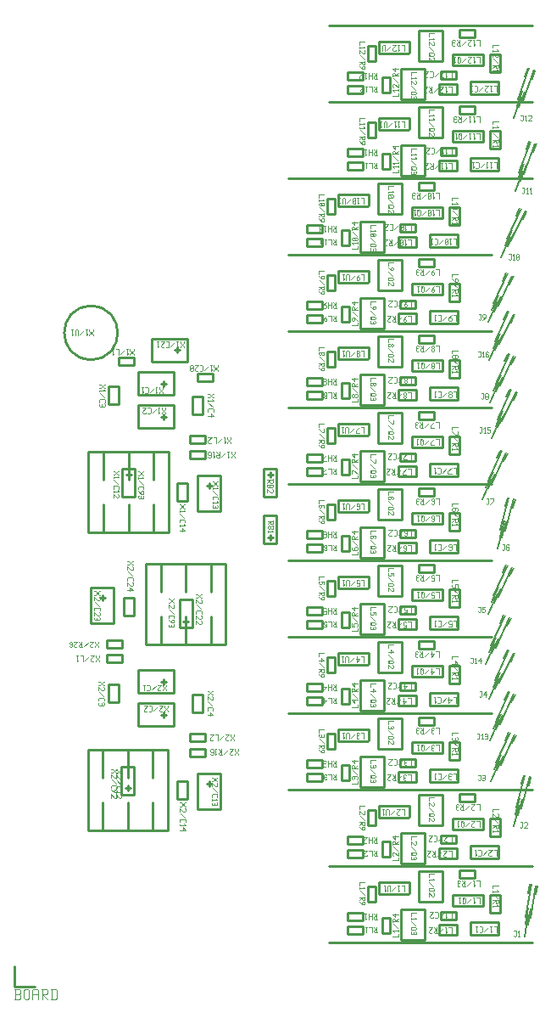
<source format=gbr>
G04 start of page 12 for group -4079 idx -4079 *
G04 Title: HETPREAMPS, topsilk *
G04 Creator: pcb 1.99z *
G04 CreationDate: Mi 04 Jun 2014 09:27:22 GMT UTC *
G04 For: stephan *
G04 Format: Gerber/RS-274X *
G04 PCB-Dimensions (mil): 2952.76 4724.41 *
G04 PCB-Coordinate-Origin: lower left *
%MOIN*%
%FSLAX25Y25*%
%LNTOPSILK*%
%ADD181C,0.0032*%
%ADD180C,0.0040*%
%ADD179C,0.0059*%
%ADD178C,0.0098*%
%ADD177C,0.0100*%
%ADD176C,0.0098*%
G54D176*X147000Y146441D02*X227000D01*
X147000Y176441D02*X227000D01*
X147000Y206441D02*X227000D01*
X163000Y56441D02*X243000D01*
X163000Y86441D02*X243000D01*
X163000Y116441D02*X243000D01*
X147000D02*X227000D01*
X147000Y236441D02*X227000D01*
X147000Y266441D02*X227000D01*
X147000Y296441D02*X227000D01*
X147000Y326441D02*X227000D01*
X147000Y356441D02*X227000D01*
X163000D02*X243000D01*
X163000Y386441D02*X243000D01*
X163000Y416441D02*X243000D01*
G54D177*X81500Y114691D02*X86500D01*
Y125691D02*Y114691D01*
X81500Y125691D02*X86500D01*
X81500D02*Y114691D01*
X84000Y118191D02*Y116191D01*
X83000Y117191D02*X85000D01*
G54D178*X107500Y119941D02*Y112941D01*
X103500D02*X107500D01*
X103500Y119941D02*Y112941D01*
Y119941D02*X107500D01*
G54D177*X111500Y122941D02*X120500D01*
X111500D02*Y108941D01*
X120500D01*
Y122941D02*Y108941D01*
X116000Y119941D02*Y117941D01*
X115000Y118941D02*X117000D01*
G54D176*X99748Y132189D02*Y100693D01*
X68252D02*X99748D01*
X68252Y132189D02*Y100693D01*
Y132189D02*X99748D01*
X84000D02*Y121362D01*
X93843Y132189D02*Y121362D01*
X74157Y132189D02*Y121362D01*
X84000Y111520D02*Y100693D01*
X93843Y111520D02*Y100693D01*
X74157Y111520D02*Y100693D01*
G54D177*X170250Y59941D02*X176250D01*
X170250Y62941D02*Y59941D01*
Y62941D02*X176250D01*
Y59941D01*
X170250Y65191D02*X176250D01*
X170250Y68191D02*Y65191D01*
Y68191D02*X176250D01*
Y65191D01*
X184000Y66191D02*Y60191D01*
Y66191D02*X187000D01*
Y60191D01*
X184000D02*X187000D01*
G54D179*X242063Y79523D02*X241456Y76076D01*
X245018Y79002D02*X244410Y75555D01*
X244525Y79089D02*X242268Y66286D01*
X242556Y79436D02*X240298Y66633D01*
X242426Y70066D02*X241298Y63665D01*
X241442Y70240D02*X240313Y63839D01*
X241500Y67691D02*X239981Y59074D01*
G54D178*X226500Y75191D02*Y68191D01*
Y75191D02*X230500D01*
Y68191D01*
X226500D02*X230500D01*
G54D177*X198250Y84441D02*X207750D01*
Y72441D01*
X198250Y84441D02*Y72441D01*
X207750D01*
X214500Y84941D02*X220500D01*
Y81941D01*
X214500D02*X220500D01*
X214500Y84941D02*Y81941D01*
X229750Y64441D02*Y59441D01*
X218750Y64441D02*X229750D01*
X218750D02*Y59441D01*
X229750D01*
X211800Y75241D02*Y70841D01*
Y75241D02*X223800D01*
X211900Y70841D02*X223700D01*
X223800Y75241D02*Y70941D01*
G54D178*X206500Y59441D02*X213500D01*
X206500Y63441D02*Y59441D01*
Y63441D02*X213500D01*
Y59441D01*
G54D177*X207000Y65691D02*X213000D01*
X207000Y68691D02*Y65691D01*
Y68691D02*X213000D01*
Y65691D01*
X207000Y95691D02*X213000D01*
X207000Y98691D02*Y95691D01*
Y98691D02*X213000D01*
Y95691D01*
G54D178*X206500Y89441D02*X213500D01*
X206500Y93441D02*Y89441D01*
Y93441D02*X213500D01*
Y89441D01*
G54D177*X229750Y94441D02*Y89441D01*
X218750Y94441D02*X229750D01*
X218750D02*Y89441D01*
X229750D01*
X191250Y57441D02*X200750D01*
X191250Y69441D02*Y57441D01*
X200750Y69441D02*Y57441D01*
X191250Y69441D02*X200750D01*
X182600Y80141D02*Y75741D01*
Y80141D02*X194600D01*
X182700Y75741D02*X194500D01*
X194600Y80141D02*Y75841D01*
X170250Y89941D02*X176250D01*
X170250Y92941D02*Y89941D01*
Y92941D02*X176250D01*
Y89941D01*
X170250Y95191D02*X176250D01*
X170250Y98191D02*Y95191D01*
Y98191D02*X176250D01*
Y95191D01*
X181250Y78441D02*Y72441D01*
X178250D02*X181250D01*
X178250Y78441D02*Y72441D01*
Y78441D02*X181250D01*
X184000Y96191D02*Y90191D01*
Y96191D02*X187000D01*
Y90191D01*
X184000D02*X187000D01*
X191250Y87441D02*X200750D01*
X191250Y99441D02*Y87441D01*
X200750Y99441D02*Y87441D01*
X191250Y99441D02*X200750D01*
X104250Y180191D02*X109250D01*
Y191191D02*Y180191D01*
X104250Y191191D02*X109250D01*
X104250D02*Y180191D01*
X106750Y183691D02*Y181691D01*
X105750Y182691D02*X107750D01*
X75750Y175191D02*X81750D01*
Y172191D01*
X75750D02*X81750D01*
X75750Y175191D02*Y172191D01*
X102000Y163441D02*Y154441D01*
X88000Y163441D02*X102000D01*
X88000D02*Y154441D01*
X102000D01*
X97000Y158941D02*X99000D01*
X98000Y159941D02*Y157941D01*
X108250Y129691D02*X114250D01*
X108250Y132691D02*Y129691D01*
Y132691D02*X114250D01*
Y129691D01*
X75750Y166441D02*X81750D01*
X75750Y169441D02*Y166441D01*
Y169441D02*X81750D01*
Y166441D01*
G54D178*X80500Y157941D02*Y150941D01*
X76500D02*X80500D01*
X76500Y157941D02*Y150941D01*
Y157941D02*X80500D01*
G54D177*X108250Y135441D02*X114250D01*
X108250Y138441D02*Y135441D01*
Y138441D02*X114250D01*
Y135441D01*
G54D178*X109500Y153941D02*Y146941D01*
Y153941D02*X113500D01*
Y146941D01*
X109500D02*X113500D01*
X82500Y191941D02*Y184941D01*
Y191941D02*X86500D01*
Y184941D01*
X82500D02*X86500D01*
G54D177*X154250Y179941D02*X160250D01*
X154250Y182941D02*Y179941D01*
Y182941D02*X160250D01*
Y179941D01*
X154250Y209941D02*X160250D01*
X154250Y212941D02*Y209941D01*
Y212941D02*X160250D01*
Y209941D01*
X154250Y239941D02*X160250D01*
X154250Y242941D02*Y239941D01*
Y242941D02*X160250D01*
Y239941D01*
X154250Y215191D02*X160250D01*
X154250Y218191D02*Y215191D01*
Y218191D02*X160250D01*
Y215191D01*
X154250Y185191D02*X160250D01*
X154250Y188191D02*Y185191D01*
Y188191D02*X160250D01*
Y185191D01*
X166600Y200141D02*Y195741D01*
Y200141D02*X178600D01*
X166700Y195741D02*X178500D01*
X178600Y200141D02*Y195841D01*
X165250Y198441D02*Y192441D01*
X162250D02*X165250D01*
X162250Y198441D02*Y192441D01*
Y198441D02*X165250D01*
Y228441D02*Y222441D01*
X162250D02*X165250D01*
X162250Y228441D02*Y222441D01*
Y228441D02*X165250D01*
X168000Y216191D02*Y210191D01*
Y216191D02*X171000D01*
Y210191D01*
X168000D02*X171000D01*
X195800Y195241D02*Y190841D01*
Y195241D02*X207800D01*
X195900Y190841D02*X207700D01*
X207800Y195241D02*Y190941D01*
X198500Y204941D02*X204500D01*
Y201941D01*
X198500D02*X204500D01*
X198500Y204941D02*Y201941D01*
X213750Y184441D02*Y179441D01*
X202750Y184441D02*X213750D01*
X202750D02*Y179441D01*
X213750D01*
G54D178*X210500Y195191D02*Y188191D01*
Y195191D02*X214500D01*
Y188191D01*
X210500D02*X214500D01*
G54D177*X175250Y177441D02*X184750D01*
X175250Y189441D02*Y177441D01*
X184750Y189441D02*Y177441D01*
X175250Y189441D02*X184750D01*
X191000Y185691D02*X197000D01*
X191000Y188691D02*Y185691D01*
Y188691D02*X197000D01*
Y185691D01*
G54D178*X190500Y179441D02*X197500D01*
X190500Y183441D02*Y179441D01*
Y183441D02*X197500D01*
Y179441D01*
G54D177*X168000Y186191D02*Y180191D01*
Y186191D02*X171000D01*
Y180191D01*
X168000D02*X171000D01*
X182250Y204441D02*X191750D01*
Y192441D01*
X182250Y204441D02*Y192441D01*
X191750D01*
G54D179*X230606Y249974D02*X229127Y246802D01*
X233325Y248706D02*X231846Y245534D01*
X232872Y248917D02*X227378Y237135D01*
X231059Y249763D02*X225565Y237981D01*
X228510Y240745D02*X225763Y234854D01*
X227603Y241168D02*X224856Y235277D01*
X227000Y238691D02*X223302Y230761D01*
G54D178*X210500Y255191D02*Y248191D01*
Y255191D02*X214500D01*
Y248191D01*
X210500D02*X214500D01*
G54D177*X195800Y255241D02*Y250841D01*
Y255241D02*X207800D01*
X195900Y250841D02*X207700D01*
X207800Y255241D02*Y250941D01*
X213750Y244441D02*Y239441D01*
X202750Y244441D02*X213750D01*
X202750D02*Y239441D01*
X213750D01*
X191000Y245691D02*X197000D01*
X191000Y248691D02*Y245691D01*
Y248691D02*X197000D01*
Y245691D01*
G54D178*X190500Y239441D02*X197500D01*
X190500Y243441D02*Y239441D01*
Y243441D02*X197500D01*
Y239441D01*
G54D179*X233342Y231429D02*X232436Y228048D01*
X236240Y230652D02*X235334Y227272D01*
X235757Y230782D02*X232393Y218225D01*
X233825Y231299D02*X230461Y218743D01*
X232880Y221976D02*X231198Y215698D01*
X231914Y222235D02*X230232Y215957D01*
X231750Y219691D02*X229485Y211239D01*
X232856Y204974D02*X231377Y201802D01*
X235575Y203706D02*X234096Y200534D01*
X235122Y203917D02*X229628Y192135D01*
X233309Y204763D02*X227815Y192981D01*
X230760Y195745D02*X228013Y189854D01*
X229853Y196168D02*X227106Y190277D01*
X229250Y193691D02*X225552Y185761D01*
G54D177*X198500Y234941D02*X204500D01*
Y231941D01*
X198500D02*X204500D01*
X198500Y234941D02*Y231941D01*
X213750Y214441D02*Y209441D01*
X202750Y214441D02*X213750D01*
X202750D02*Y209441D01*
X213750D01*
X191000Y215691D02*X197000D01*
X191000Y218691D02*Y215691D01*
Y218691D02*X197000D01*
Y215691D01*
G54D178*X190500Y209441D02*X197500D01*
X190500Y213441D02*Y209441D01*
Y213441D02*X197500D01*
Y209441D01*
G54D177*X175250Y207441D02*X184750D01*
X175250Y219441D02*Y207441D01*
X184750Y219441D02*Y207441D01*
X175250Y219441D02*X184750D01*
G54D178*X210500Y225191D02*Y218191D01*
Y225191D02*X214500D01*
Y218191D01*
X210500D02*X214500D01*
G54D177*X195800Y225241D02*Y220841D01*
Y225241D02*X207800D01*
X195900Y220841D02*X207700D01*
X207800Y225241D02*Y220941D01*
X182250Y234441D02*X191750D01*
Y222441D01*
X182250Y234441D02*Y222441D01*
X191750D01*
X154250Y245191D02*X160250D01*
X154250Y248191D02*Y245191D01*
Y248191D02*X160250D01*
Y245191D01*
X166600Y230141D02*Y225741D01*
Y230141D02*X178600D01*
X166700Y225741D02*X178500D01*
X178600Y230141D02*Y225841D01*
X168000Y246191D02*Y240191D01*
Y246191D02*X171000D01*
Y240191D01*
X168000D02*X171000D01*
X175250Y237441D02*X184750D01*
X175250Y249441D02*Y237441D01*
X184750Y249441D02*Y237441D01*
X175250Y249441D02*X184750D01*
X168000Y126191D02*Y120191D01*
Y126191D02*X171000D01*
Y120191D01*
X168000D02*X171000D01*
X175250Y117441D02*X184750D01*
X175250Y129441D02*Y117441D01*
X184750Y129441D02*Y117441D01*
X175250Y129441D02*X184750D01*
X181250Y108441D02*Y102441D01*
X178250D02*X181250D01*
X178250Y108441D02*Y102441D01*
Y108441D02*X181250D01*
X182600Y110141D02*Y105741D01*
Y110141D02*X194600D01*
X182700Y105741D02*X194500D01*
X194600Y110141D02*Y105841D01*
X191000Y125691D02*X197000D01*
X191000Y128691D02*Y125691D01*
Y128691D02*X197000D01*
Y125691D01*
G54D178*X190500Y119441D02*X197500D01*
X190500Y123441D02*Y119441D01*
Y123441D02*X197500D01*
Y119441D01*
G54D179*X239592Y122429D02*X238686Y119048D01*
X242490Y121652D02*X241584Y118272D01*
X242007Y121782D02*X238643Y109225D01*
X240075Y122299D02*X236711Y109743D01*
X239130Y112976D02*X237448Y106698D01*
X238164Y113235D02*X236482Y106957D01*
X238000Y110691D02*X235735Y102239D01*
X233856Y139224D02*X232377Y136052D01*
X236575Y137956D02*X235096Y134784D01*
X236122Y138167D02*X230628Y126385D01*
X234309Y139013D02*X228815Y127231D01*
X231760Y129995D02*X229013Y124104D01*
X230853Y130418D02*X228106Y124527D01*
X230250Y127941D02*X226552Y120011D01*
G54D178*X226500Y105191D02*Y98191D01*
Y105191D02*X230500D01*
Y98191D01*
X226500D02*X230500D01*
G54D177*X211800Y105241D02*Y100841D01*
Y105241D02*X223800D01*
X211900Y100841D02*X223700D01*
X223800Y105241D02*Y100941D01*
X214500Y114941D02*X220500D01*
Y111941D01*
X214500D02*X220500D01*
X214500Y114941D02*Y111941D01*
X198250Y114441D02*X207750D01*
Y102441D01*
X198250Y114441D02*Y102441D01*
X207750D01*
X213750Y124441D02*Y119441D01*
X202750Y124441D02*X213750D01*
X202750D02*Y119441D01*
X213750D01*
G54D178*X210500Y135191D02*Y128191D01*
Y135191D02*X214500D01*
Y128191D01*
X210500D02*X214500D01*
G54D177*X195800Y135241D02*Y130841D01*
Y135241D02*X207800D01*
X195900Y130841D02*X207700D01*
X207800Y135241D02*Y130941D01*
X154250Y149941D02*X160250D01*
X154250Y152941D02*Y149941D01*
Y152941D02*X160250D01*
Y149941D01*
X154250Y125191D02*X160250D01*
X154250Y128191D02*Y125191D01*
Y128191D02*X160250D01*
Y125191D01*
X154250Y119941D02*X160250D01*
X154250Y122941D02*Y119941D01*
Y122941D02*X160250D01*
Y119941D01*
X154250Y155191D02*X160250D01*
X154250Y158191D02*Y155191D01*
Y158191D02*X160250D01*
Y155191D01*
X166600Y140141D02*Y135741D01*
Y140141D02*X178600D01*
X166700Y135741D02*X178500D01*
X178600Y140141D02*Y135841D01*
X165250Y138441D02*Y132441D01*
X162250D02*X165250D01*
X162250Y138441D02*Y132441D01*
Y138441D02*X165250D01*
X168000Y156191D02*Y150191D01*
Y156191D02*X171000D01*
Y150191D01*
X168000D02*X171000D01*
G54D179*X233356Y171474D02*X231877Y168302D01*
X236075Y170206D02*X234596Y167034D01*
X235622Y170417D02*X230128Y158636D01*
X233809Y171263D02*X228315Y159481D01*
X231260Y162245D02*X228513Y156354D01*
X230353Y162668D02*X227606Y156777D01*
X229750Y160191D02*X226052Y152261D01*
X231856Y185224D02*X230377Y182052D01*
X234575Y183956D02*X233096Y180784D01*
X234122Y184167D02*X228628Y172385D01*
X232309Y185013D02*X226815Y173231D01*
X229760Y175995D02*X227013Y170104D01*
X228853Y176418D02*X226106Y170527D01*
X228250Y173941D02*X224552Y166011D01*
X233606Y155224D02*X232127Y152052D01*
X236325Y153956D02*X234846Y150784D01*
X235872Y154167D02*X230378Y142386D01*
X234059Y155013D02*X228565Y143231D01*
X231510Y145995D02*X228763Y140104D01*
X230603Y146418D02*X227856Y140527D01*
X230000Y143941D02*X226302Y136011D01*
G54D177*X195800Y165241D02*Y160841D01*
Y165241D02*X207800D01*
X195900Y160841D02*X207700D01*
X207800Y165241D02*Y160941D01*
X198500Y174941D02*X204500D01*
Y171941D01*
X198500D02*X204500D01*
X198500Y174941D02*Y171941D01*
X213750Y154441D02*Y149441D01*
X202750Y154441D02*X213750D01*
X202750D02*Y149441D01*
X213750D01*
G54D178*X210500Y165191D02*Y158191D01*
Y165191D02*X214500D01*
Y158191D01*
X210500D02*X214500D01*
G54D177*X198500Y144941D02*X204500D01*
Y141941D01*
X198500D02*X204500D01*
X198500Y144941D02*Y141941D01*
X182250Y144441D02*X191750D01*
Y132441D01*
X182250Y144441D02*Y132441D01*
X191750D01*
X191000Y155691D02*X197000D01*
X191000Y158691D02*Y155691D01*
Y158691D02*X197000D01*
Y155691D01*
G54D178*X190500Y149441D02*X197500D01*
X190500Y153441D02*Y149441D01*
Y153441D02*X197500D01*
Y149441D01*
G54D177*X182250Y174441D02*X191750D01*
Y162441D01*
X182250Y174441D02*Y162441D01*
X191750D01*
X165250Y168441D02*Y162441D01*
X162250D02*X165250D01*
X162250Y168441D02*Y162441D01*
Y168441D02*X165250D01*
X175250Y147441D02*X184750D01*
X175250Y159441D02*Y147441D01*
X184750Y159441D02*Y147441D01*
X175250Y159441D02*X184750D01*
X166600Y170141D02*Y165741D01*
Y170141D02*X178600D01*
X166700Y165741D02*X178500D01*
X178600Y170141D02*Y165841D01*
G54D176*X39370Y39370D02*Y47244D01*
Y39370D02*X47244D01*
G54D177*X137500Y213191D02*X142500D01*
Y224191D02*Y213191D01*
X137500Y224191D02*X142500D01*
X137500D02*Y213191D01*
X140000Y216691D02*Y214691D01*
X139000Y215691D02*X141000D01*
X137500Y242691D02*X142500D01*
X137500D02*Y231691D01*
X142500D01*
Y242691D02*Y231691D01*
X140000Y241191D02*Y239191D01*
X139000Y240191D02*X141000D01*
G54D176*X69500Y306441D02*G75*G03X69500Y306441I0J-10500D01*G01*
G54D177*X102000Y150441D02*Y141441D01*
X88000Y150441D02*X102000D01*
X88000D02*Y141441D01*
X102000D01*
X97000Y145941D02*X99000D01*
X98000Y146941D02*Y144941D01*
X69500Y195941D02*X78500D01*
X69500D02*Y181941D01*
X78500D01*
Y195941D02*Y181941D01*
X74000Y192941D02*Y190941D01*
X73000Y191941D02*X75000D01*
X108250Y246691D02*X114250D01*
X108250Y249691D02*Y246691D01*
Y249691D02*X114250D01*
Y246691D01*
G54D178*X109500Y270941D02*Y263941D01*
Y270941D02*X113500D01*
Y263941D01*
X109500D02*X113500D01*
X80500Y274941D02*Y267941D01*
X76500D02*X80500D01*
X76500Y274941D02*Y267941D01*
Y274941D02*X80500D01*
G54D177*X102000Y267441D02*Y258441D01*
X88000Y267441D02*X102000D01*
X88000D02*Y258441D01*
X102000D01*
X97000Y262941D02*X99000D01*
X98000Y263941D02*Y261941D01*
X102000Y280441D02*Y271441D01*
X88000Y280441D02*X102000D01*
X88000D02*Y271441D01*
X102000D01*
X97000Y275941D02*X99000D01*
X98000Y276941D02*Y274941D01*
G54D176*X99998Y249189D02*Y217693D01*
X68502D02*X99998D01*
X68502Y249189D02*Y217693D01*
Y249189D02*X99998D01*
X84250D02*Y238362D01*
X94093Y249189D02*Y238362D01*
X74407Y249189D02*Y238362D01*
X84250Y228520D02*Y217693D01*
X94093Y228520D02*Y217693D01*
X74407Y228520D02*Y217693D01*
X91002Y205189D02*Y173693D01*
Y205189D02*X122498D01*
Y173693D01*
X91002D02*X122498D01*
X106750Y184520D02*Y173693D01*
X96907Y184520D02*Y173693D01*
X116593Y184520D02*Y173693D01*
X106750Y205189D02*Y194362D01*
X96907Y205189D02*Y194362D01*
X116593Y205189D02*Y194362D01*
G54D177*X81750Y242691D02*X86750D01*
X81750D02*Y231691D01*
X86750D01*
Y242691D02*Y231691D01*
X84250Y241191D02*Y239191D01*
X83250Y240191D02*X85250D01*
X108250Y252441D02*X114250D01*
X108250Y255441D02*Y252441D01*
Y255441D02*X114250D01*
Y252441D01*
X80500Y283191D02*X86500D01*
X80500Y286191D02*Y283191D01*
Y286191D02*X86500D01*
Y283191D01*
X111500Y276941D02*X117500D01*
X111500D02*Y279941D01*
X117500D01*
Y276941D02*Y279941D01*
X107500Y293691D02*Y284691D01*
X93500Y293691D02*X107500D01*
X93500D02*Y284691D01*
X107500D01*
X102500Y289191D02*X104500D01*
X103500Y290191D02*Y288191D01*
X111500Y239941D02*X120500D01*
X111500D02*Y225941D01*
X120500D01*
Y239941D02*Y225941D01*
X116000Y236941D02*Y234941D01*
X115000Y235941D02*X117000D01*
G54D178*X107500Y236941D02*Y229941D01*
X103500D02*X107500D01*
X103500Y236941D02*Y229941D01*
Y236941D02*X107500D01*
G54D177*X170250Y395191D02*X176250D01*
X170250Y398191D02*Y395191D01*
Y398191D02*X176250D01*
Y395191D01*
X170250Y389941D02*X176250D01*
X170250Y392941D02*Y389941D01*
Y392941D02*X176250D01*
Y389941D01*
X170250Y365191D02*X176250D01*
X170250Y368191D02*Y365191D01*
Y368191D02*X176250D01*
Y365191D01*
X170250Y359941D02*X176250D01*
X170250Y362941D02*Y359941D01*
Y362941D02*X176250D01*
Y359941D01*
X182600Y410141D02*Y405741D01*
Y410141D02*X194600D01*
X182700Y405741D02*X194500D01*
X194600Y410141D02*Y405841D01*
X181250Y408441D02*Y402441D01*
X178250D02*X181250D01*
X178250Y408441D02*Y402441D01*
Y408441D02*X181250D01*
X184000Y396191D02*Y390191D01*
Y396191D02*X187000D01*
Y390191D01*
X184000D02*X187000D01*
G54D179*X241359Y399995D02*X240162Y396706D01*
X244178Y398969D02*X242981Y395680D01*
X243708Y399140D02*X239262Y386924D01*
X241829Y399824D02*X237383Y387608D01*
X240075Y390619D02*X237852Y384511D01*
X239135Y390961D02*X236912Y384853D01*
X238750Y388441D02*X235757Y380219D01*
X241859Y371245D02*X240662Y367956D01*
X244678Y370219D02*X243481Y366930D01*
X244208Y370390D02*X239762Y358174D01*
X242329Y371074D02*X237883Y358858D01*
X240575Y361869D02*X238352Y355761D01*
X239635Y362211D02*X237412Y356103D01*
X239250Y359691D02*X236257Y351469D01*
G54D177*X229750Y364441D02*Y359441D01*
X218750Y364441D02*X229750D01*
X218750D02*Y359441D01*
X229750D01*
G54D178*X226500Y375191D02*Y368191D01*
Y375191D02*X230500D01*
Y368191D01*
X226500D02*X230500D01*
G54D177*X229750Y394441D02*Y389441D01*
X218750Y394441D02*X229750D01*
X218750D02*Y389441D01*
X229750D01*
X182250Y354441D02*X191750D01*
Y342441D01*
X182250Y354441D02*Y342441D01*
X191750D01*
X198500Y354941D02*X204500D01*
Y351941D01*
X198500D02*X204500D01*
X198500Y354941D02*Y351941D01*
X184000Y366191D02*Y360191D01*
Y366191D02*X187000D01*
Y360191D01*
X184000D02*X187000D01*
X191250Y357441D02*X200750D01*
X191250Y369441D02*Y357441D01*
X200750Y369441D02*Y357441D01*
X191250Y369441D02*X200750D01*
X181250Y378441D02*Y372441D01*
X178250D02*X181250D01*
X178250Y378441D02*Y372441D01*
Y378441D02*X181250D01*
X207000Y365691D02*X213000D01*
X207000Y368691D02*Y365691D01*
Y368691D02*X213000D01*
Y365691D01*
G54D178*X206500Y359441D02*X213500D01*
X206500Y363441D02*Y359441D01*
Y363441D02*X213500D01*
Y359441D01*
G54D177*X182600Y380141D02*Y375741D01*
Y380141D02*X194600D01*
X182700Y375741D02*X194500D01*
X194600Y380141D02*Y375841D01*
X198250Y384441D02*X207750D01*
Y372441D01*
X198250Y384441D02*Y372441D01*
X207750D01*
G54D178*X226500Y405191D02*Y398191D01*
Y405191D02*X230500D01*
Y398191D01*
X226500D02*X230500D01*
G54D177*X211800Y375241D02*Y370841D01*
Y375241D02*X223800D01*
X211900Y370841D02*X223700D01*
X223800Y375241D02*Y370941D01*
X214500Y384941D02*X220500D01*
Y381941D01*
X214500D02*X220500D01*
X214500Y384941D02*Y381941D01*
X207000Y395691D02*X213000D01*
X207000Y398691D02*Y395691D01*
Y398691D02*X213000D01*
Y395691D01*
G54D178*X206500Y389441D02*X213500D01*
X206500Y393441D02*Y389441D01*
Y393441D02*X213500D01*
Y389441D01*
G54D177*X198250Y414441D02*X207750D01*
Y402441D01*
X198250Y414441D02*Y402441D01*
X207750D01*
X191250Y387441D02*X200750D01*
X191250Y399441D02*Y387441D01*
X200750Y399441D02*Y387441D01*
X191250Y399441D02*X200750D01*
X211800Y405241D02*Y400841D01*
Y405241D02*X223800D01*
X211900Y400841D02*X223700D01*
X223800Y405241D02*Y400941D01*
X214500Y414941D02*X220500D01*
Y411941D01*
X214500D02*X220500D01*
X214500Y414941D02*Y411941D01*
X154250Y329941D02*X160250D01*
X154250Y332941D02*Y329941D01*
Y332941D02*X160250D01*
Y329941D01*
X154250Y335191D02*X160250D01*
X154250Y338191D02*Y335191D01*
Y338191D02*X160250D01*
Y335191D01*
X166600Y320141D02*Y315741D01*
Y320141D02*X178600D01*
X166700Y315741D02*X178500D01*
X178600Y320141D02*Y315841D01*
X165250Y318441D02*Y312441D01*
X162250D02*X165250D01*
X162250Y318441D02*Y312441D01*
Y318441D02*X165250D01*
X182250Y324441D02*X191750D01*
Y312441D01*
X182250Y324441D02*Y312441D01*
X191750D01*
X198500Y324941D02*X204500D01*
Y321941D01*
X198500D02*X204500D01*
X198500Y324941D02*Y321941D01*
G54D178*X190500Y329441D02*X197500D01*
X190500Y333441D02*Y329441D01*
Y333441D02*X197500D01*
Y329441D01*
G54D177*X168000Y336191D02*Y330191D01*
Y336191D02*X171000D01*
Y330191D01*
X168000D02*X171000D01*
G54D179*X238106Y344974D02*X236627Y341802D01*
X240825Y343706D02*X239346Y340534D01*
X240372Y343917D02*X234878Y332135D01*
X238559Y344763D02*X233065Y332981D01*
X236010Y335745D02*X233263Y329854D01*
X235104Y336168D02*X232356Y330277D01*
X234500Y333691D02*X230802Y325761D01*
X232856Y319474D02*X231377Y316302D01*
X235575Y318206D02*X234096Y315034D01*
X235122Y318417D02*X229628Y306636D01*
X233309Y319263D02*X227815Y307481D01*
X230760Y310245D02*X228013Y304354D01*
X229853Y310668D02*X227106Y304777D01*
X229250Y308191D02*X225552Y300261D01*
X233356Y304474D02*X231877Y301302D01*
X236075Y303206D02*X234596Y300034D01*
X235622Y303417D02*X230128Y291635D01*
X233809Y304263D02*X228315Y292481D01*
X231260Y295245D02*X228513Y289354D01*
X230353Y295668D02*X227606Y289777D01*
X229750Y293191D02*X226052Y285261D01*
X233606Y287974D02*X232127Y284802D01*
X236325Y286706D02*X234846Y283534D01*
X235872Y286917D02*X230378Y275135D01*
X234059Y287763D02*X228565Y275981D01*
X231510Y278745D02*X228763Y272854D01*
X230604Y279168D02*X227856Y273277D01*
X230000Y276691D02*X226302Y268761D01*
X234356Y273974D02*X232877Y270802D01*
X237075Y272706D02*X235596Y269534D01*
X236622Y272917D02*X231128Y261135D01*
X234809Y273763D02*X229315Y261981D01*
X232260Y264745D02*X229513Y258854D01*
X231354Y265168D02*X228606Y259277D01*
X230750Y262691D02*X227052Y254761D01*
G54D178*X210500Y315191D02*Y308191D01*
Y315191D02*X214500D01*
Y308191D01*
X210500D02*X214500D01*
G54D177*X198500Y264941D02*X204500D01*
Y261941D01*
X198500D02*X204500D01*
X198500Y264941D02*Y261941D01*
X182250Y264441D02*X191750D01*
Y252441D01*
X182250Y264441D02*Y252441D01*
X191750D01*
X191000Y275691D02*X197000D01*
X191000Y278691D02*Y275691D01*
Y278691D02*X197000D01*
Y275691D01*
G54D178*X210500Y285191D02*Y278191D01*
Y285191D02*X214500D01*
Y278191D01*
X210500D02*X214500D01*
G54D177*X213750Y274441D02*Y269441D01*
X202750Y274441D02*X213750D01*
X202750D02*Y269441D01*
X213750D01*
G54D178*X190500D02*X197500D01*
X190500Y273441D02*Y269441D01*
Y273441D02*X197500D01*
Y269441D01*
G54D177*X195800Y285241D02*Y280841D01*
Y285241D02*X207800D01*
X195900Y280841D02*X207700D01*
X207800Y285241D02*Y280941D01*
X198500Y294941D02*X204500D01*
Y291941D01*
X198500D02*X204500D01*
X198500Y294941D02*Y291941D01*
X182250Y294441D02*X191750D01*
Y282441D01*
X182250Y294441D02*Y282441D01*
X191750D01*
X175250Y267441D02*X184750D01*
X175250Y279441D02*Y267441D01*
X184750Y279441D02*Y267441D01*
X175250Y279441D02*X184750D01*
X213750Y334441D02*Y329441D01*
X202750Y334441D02*X213750D01*
X202750D02*Y329441D01*
X213750D01*
X191000Y335691D02*X197000D01*
X191000Y338691D02*Y335691D01*
Y338691D02*X197000D01*
Y335691D01*
X175250Y327441D02*X184750D01*
X175250Y339441D02*Y327441D01*
X184750Y339441D02*Y327441D01*
X175250Y339441D02*X184750D01*
X154250Y269941D02*X160250D01*
X154250Y272941D02*Y269941D01*
Y272941D02*X160250D01*
Y269941D01*
X154250Y275191D02*X160250D01*
X154250Y278191D02*Y275191D01*
Y278191D02*X160250D01*
Y275191D01*
X166600Y290141D02*Y285741D01*
Y290141D02*X178600D01*
X166700Y285741D02*X178500D01*
X178600Y290141D02*Y285841D01*
X165250Y288441D02*Y282441D01*
X162250D02*X165250D01*
X162250Y288441D02*Y282441D01*
Y288441D02*X165250D01*
X168000Y276191D02*Y270191D01*
Y276191D02*X171000D01*
Y270191D01*
X168000D02*X171000D01*
X168000Y306191D02*Y300191D01*
Y306191D02*X171000D01*
Y300191D01*
X168000D02*X171000D01*
X165250Y258441D02*Y252441D01*
X162250D02*X165250D01*
X162250Y258441D02*Y252441D01*
Y258441D02*X165250D01*
X166600Y260141D02*Y255741D01*
Y260141D02*X178600D01*
X166700Y255741D02*X178500D01*
X178600Y260141D02*Y255841D01*
X213750Y304441D02*Y299441D01*
X202750Y304441D02*X213750D01*
X202750D02*Y299441D01*
X213750D01*
X191000Y305691D02*X197000D01*
X191000Y308691D02*Y305691D01*
Y308691D02*X197000D01*
Y305691D01*
G54D178*X190500Y299441D02*X197500D01*
X190500Y303441D02*Y299441D01*
Y303441D02*X197500D01*
Y299441D01*
G54D177*X195800Y315241D02*Y310841D01*
Y315241D02*X207800D01*
X195900Y310841D02*X207700D01*
X207800Y315241D02*Y310941D01*
G54D178*X210500Y345191D02*Y338191D01*
Y345191D02*X214500D01*
Y338191D01*
X210500D02*X214500D01*
G54D177*X195800Y345241D02*Y340841D01*
Y345241D02*X207800D01*
X195900Y340841D02*X207700D01*
X207800Y345241D02*Y340941D01*
X175250Y297441D02*X184750D01*
X175250Y309441D02*Y297441D01*
X184750Y309441D02*Y297441D01*
X175250Y309441D02*X184750D01*
X154250Y299941D02*X160250D01*
X154250Y302941D02*Y299941D01*
Y302941D02*X160250D01*
Y299941D01*
X154250Y305191D02*X160250D01*
X154250Y308191D02*Y305191D01*
Y308191D02*X160250D01*
Y305191D01*
X166600Y350141D02*Y345741D01*
Y350141D02*X178600D01*
X166700Y345741D02*X178500D01*
X178600Y350141D02*Y345841D01*
X165250Y348441D02*Y342441D01*
X162250D02*X165250D01*
X162250Y348441D02*Y342441D01*
Y348441D02*X165250D01*
G54D180*X39370Y34370D02*X41370D01*
X41870Y34870D01*
Y35870D02*Y34870D01*
X41370Y36370D02*X41870Y35870D01*
X39870Y36370D02*X41370D01*
X39870Y38370D02*Y34370D01*
X39370Y38370D02*X41370D01*
X41870Y37870D01*
Y36870D01*
X41370Y36370D02*X41870Y36870D01*
X43070Y37870D02*Y34870D01*
Y37870D02*X43570Y38370D01*
X44570D01*
X45070Y37870D01*
Y34870D01*
X44570Y34370D02*X45070Y34870D01*
X43570Y34370D02*X44570D01*
X43070Y34870D02*X43570Y34370D01*
X46270Y37870D02*Y34370D01*
Y37870D02*X46770Y38370D01*
X48270D01*
X48770Y37870D01*
Y34370D01*
X46270Y36370D02*X48770D01*
X49970Y38370D02*X51970D01*
X52470Y37870D01*
Y36870D01*
X51970Y36370D02*X52470Y36870D01*
X50470Y36370D02*X51970D01*
X50470Y38370D02*Y34370D01*
Y36370D02*X52470Y34370D01*
X54170Y38370D02*Y34370D01*
X55670Y38370D02*X56170Y37870D01*
Y34870D01*
X55670Y34370D02*X56170Y34870D01*
X53670Y34370D02*X55670D01*
X53670Y38370D02*X55670D01*
G54D181*X79425Y124691D02*X79700D01*
X79425D02*X78050Y123316D01*
X77500D02*X78050D01*
X77500Y124691D02*X78050D01*
X79425Y123316D01*
X79700D01*
X79425Y122656D02*X79700Y122381D01*
Y121556D01*
X79425Y121281D01*
X78875D02*X79425D01*
X77500Y122656D02*X78875Y121281D01*
X77500Y122656D02*Y121281D01*
X77775Y120621D02*X79425Y118971D01*
X77500Y118036D02*Y117211D01*
X77775Y118311D02*X77500Y118036D01*
X77775Y118311D02*X79425D01*
X79700Y118036D01*
Y117211D01*
X77500Y116551D02*X78600Y115451D01*
X79425D01*
X79700Y115726D02*X79425Y115451D01*
X79700Y116276D02*Y115726D01*
X79425Y116551D02*X79700Y116276D01*
X78875Y116551D02*X79425D01*
X78875D02*X78600Y116276D01*
Y115451D01*
X79425Y114791D02*X79700Y114516D01*
Y113691D01*
X79425Y113416D01*
X78875D02*X79425D01*
X77500Y114791D02*X78875Y113416D01*
X77500Y114791D02*Y113416D01*
X81206Y124315D02*X81481D01*
X81206D02*X79831Y122940D01*
X79281D02*X79831D01*
X79281Y124315D02*X79831D01*
X81206Y122940D01*
X81481D01*
X81206Y122280D02*X81481Y122005D01*
Y121180D01*
X81206Y120905D01*
X80656D02*X81206D01*
X79281Y122280D02*X80656Y120905D01*
X79281Y122280D02*Y120905D01*
X79556Y120245D02*X81206Y118595D01*
X79281Y117660D02*Y116835D01*
X79556Y117935D02*X79281Y117660D01*
X79556Y117935D02*X81206D01*
X81481Y117660D01*
Y116835D01*
X79281Y115900D02*Y115350D01*
Y115625D02*X81481D01*
X80931Y116175D02*X81481Y115625D01*
X81206Y114690D02*X81481Y114415D01*
Y113590D01*
X81206Y113315D01*
X80656D02*X81206D01*
X79281Y114690D02*X80656Y113315D01*
X79281Y114690D02*Y113315D01*
X72500Y172766D02*Y172491D01*
Y172766D02*X71125Y174141D01*
Y174691D02*Y174141D01*
X72500Y174691D02*Y174141D01*
X71125Y172766D01*
Y172491D01*
X70465Y172766D02*X70190Y172491D01*
X69365D02*X70190D01*
X69365D02*X69090Y172766D01*
Y173316D02*Y172766D01*
X70465Y174691D02*X69090Y173316D01*
Y174691D02*X70465D01*
X68430Y174416D02*X66780Y172766D01*
X65020Y172491D02*X66120D01*
X65020D02*X64745Y172766D01*
Y173316D02*Y172766D01*
X65020Y173591D02*X64745Y173316D01*
X65020Y173591D02*X65845D01*
Y174691D02*Y172491D01*
Y173591D02*X64745Y174691D01*
X64085Y172766D02*X63810Y172491D01*
X62985D02*X63810D01*
X62985D02*X62710Y172766D01*
Y173316D02*Y172766D01*
X64085Y174691D02*X62710Y173316D01*
Y174691D02*X64085D01*
X61225Y172491D02*X60950Y172766D01*
X61225Y172491D02*X61775D01*
X62050Y172766D02*X61775Y172491D01*
X62050Y174416D02*Y172766D01*
Y174416D02*X61775Y174691D01*
X61225Y173591D02*X60950Y173866D01*
X61225Y173591D02*X62050D01*
X61225Y174691D02*X61775D01*
X61225D02*X60950Y174416D01*
Y173866D01*
X72675Y194441D02*X72950D01*
X72675D02*X71300Y193066D01*
X70750D02*X71300D01*
X70750Y194441D02*X71300D01*
X72675Y193066D01*
X72950D01*
X72675Y192406D02*X72950Y192131D01*
Y191306D01*
X72675Y191031D01*
X72125D02*X72675D01*
X70750Y192406D02*X72125Y191031D01*
X70750Y192406D02*Y191031D01*
X71025Y190371D02*X72675Y188721D01*
X70750Y187786D02*Y186961D01*
X71025Y188061D02*X70750Y187786D01*
X71025Y188061D02*X72675D01*
X72950Y187786D01*
Y186961D01*
X72675Y186301D02*X72950Y186026D01*
Y185201D01*
X72675Y184926D01*
X72125D02*X72675D01*
X70750Y186301D02*X72125Y184926D01*
X70750Y186301D02*Y184926D01*
X72675Y184266D02*X72950Y183991D01*
Y183441D01*
X72675Y183166D01*
X71025D02*X72675D01*
X70750Y183441D02*X71025Y183166D01*
X70750Y183991D02*Y183441D01*
X71025Y184266D02*X70750Y183991D01*
X71850D02*Y183166D01*
X72750Y167266D02*Y166991D01*
Y167266D02*X71375Y168641D01*
Y169191D02*Y168641D01*
X72750Y169191D02*Y168641D01*
X71375Y167266D01*
Y166991D01*
X70715Y167266D02*X70440Y166991D01*
X69615D02*X70440D01*
X69615D02*X69340Y167266D01*
Y167816D02*Y167266D01*
X70715Y169191D02*X69340Y167816D01*
Y169191D02*X70715D01*
X68680Y168916D02*X67030Y167266D01*
X66370Y169191D02*Y166991D01*
X65270Y169191D02*X66370D01*
X63785D02*X64335D01*
X64060D02*Y166991D01*
X64610Y167541D02*X64060Y166991D01*
X74425Y158941D02*X74700D01*
X74425D02*X73050Y157566D01*
X72500D02*X73050D01*
X72500Y158941D02*X73050D01*
X74425Y157566D01*
X74700D01*
X74425Y156906D02*X74700Y156631D01*
Y155806D01*
X74425Y155531D01*
X73875D02*X74425D01*
X72500Y156906D02*X73875Y155531D01*
X72500Y156906D02*Y155531D01*
X72775Y154871D02*X74425Y153221D01*
X72500Y152286D02*Y151461D01*
X72775Y152561D02*X72500Y152286D01*
X72775Y152561D02*X74425D01*
X74700Y152286D01*
Y151461D01*
X74425Y150801D02*X74700Y150526D01*
Y149976D01*
X74425Y149701D01*
X72775D02*X74425D01*
X72500Y149976D02*X72775Y149701D01*
X72500Y150526D02*Y149976D01*
X72775Y150801D02*X72500Y150526D01*
X73600D02*Y149701D01*
X80175Y241691D02*X80450D01*
X80175D02*X78800Y240316D01*
X78250D02*X78800D01*
X78250Y241691D02*X78800D01*
X80175Y240316D01*
X80450D01*
X78250Y239381D02*Y238831D01*
Y239106D02*X80450D01*
X79900Y239656D02*X80450Y239106D01*
X78525Y238171D02*X80175Y236521D01*
X78250Y235586D02*Y234761D01*
X78525Y235861D02*X78250Y235586D01*
X78525Y235861D02*X80175D01*
X80450Y235586D01*
Y234761D01*
X78250Y233826D02*Y233276D01*
Y233551D02*X80450D01*
X79900Y234101D02*X80450Y233551D01*
X80175Y232616D02*X80450Y232341D01*
Y231516D01*
X80175Y231241D01*
X79625D02*X80175D01*
X78250Y232616D02*X79625Y231241D01*
X78250Y232616D02*Y231241D01*
X164900Y125741D02*X166000D01*
X164900D02*X164625Y126016D01*
Y126566D02*Y126016D01*
X164900Y126841D02*X164625Y126566D01*
X164900Y126841D02*X165725D01*
Y127941D02*Y125741D01*
Y126841D02*X164625Y127941D01*
X163965D02*Y125741D01*
X162590Y127941D02*Y125741D01*
Y126841D02*X163965D01*
X161930Y126016D02*X161655Y125741D01*
X161105D02*X161655D01*
X161105D02*X160830Y126016D01*
Y127666D02*Y126016D01*
X161105Y127941D02*X160830Y127666D01*
X161105Y127941D02*X161655D01*
X161930Y127666D02*X161655Y127941D01*
X160830Y126841D02*X161655D01*
X164900Y120491D02*X166000D01*
X164900D02*X164625Y120766D01*
Y121316D02*Y120766D01*
X164900Y121591D02*X164625Y121316D01*
X164900Y121591D02*X165725D01*
Y122691D02*Y120491D01*
Y121591D02*X164625Y122691D01*
X163965D02*Y120491D01*
X162865Y122691D02*X163965D01*
X162205Y120766D02*X161930Y120491D01*
X161380D02*X161930D01*
X161380D02*X161105Y120766D01*
Y122416D02*Y120766D01*
X161380Y122691D02*X161105Y122416D01*
X161380Y122691D02*X161930D01*
X162205Y122416D02*X161930Y122691D01*
X161105Y121591D02*X161930D01*
X159000Y140191D02*X161200D01*
X159000D02*Y139091D01*
X160925Y138431D02*X161200Y138156D01*
Y137606D01*
X160925Y137331D01*
X159275D02*X160925D01*
X159000Y137606D02*X159275Y137331D01*
X159000Y138156D02*Y137606D01*
X159275Y138431D02*X159000Y138156D01*
X160100D02*Y137331D01*
X159275Y136671D02*X160925Y135021D01*
X161200Y134361D02*Y133261D01*
X160925Y132986D01*
X160375D02*X160925D01*
X160100Y133261D02*X160375Y132986D01*
X160100Y134086D02*Y133261D01*
X159000Y134086D02*X161200D01*
X160100D02*X159000Y132986D01*
Y132326D02*X160100Y131226D01*
X160925D01*
X161200Y131501D02*X160925Y131226D01*
X161200Y132051D02*Y131501D01*
X160925Y132326D02*X161200Y132051D01*
X160375Y132326D02*X160925D01*
X160375D02*X160100Y132051D01*
Y131226D01*
X176750Y138941D02*Y136741D01*
X175650Y138941D02*X176750D01*
X174990Y137016D02*X174715Y136741D01*
X174165D02*X174715D01*
X174165D02*X173890Y137016D01*
Y138666D02*Y137016D01*
X174165Y138941D02*X173890Y138666D01*
X174165Y138941D02*X174715D01*
X174990Y138666D02*X174715Y138941D01*
X173890Y137841D02*X174715D01*
X173230Y138666D02*X171580Y137016D01*
X170920Y138666D02*Y136741D01*
Y138666D02*X170645Y138941D01*
X170095D02*X170645D01*
X170095D02*X169820Y138666D01*
Y136741D01*
X168335Y138941D02*X168885D01*
X168610D02*Y136741D01*
X169160Y137291D02*X168610Y136741D01*
X186250Y143441D02*X188450D01*
X186250D02*Y142341D01*
X188175Y141681D02*X188450Y141406D01*
Y140856D01*
X188175Y140581D01*
X186525D02*X188175D01*
X186250Y140856D02*X186525Y140581D01*
X186250Y141406D02*Y140856D01*
X186525Y141681D02*X186250Y141406D01*
X187350D02*Y140581D01*
X186525Y139921D02*X188175Y138271D01*
X186525Y137611D02*X188175D01*
X188450Y137336D01*
Y136786D01*
X188175Y136511D01*
X186525D02*X188175D01*
X186250Y136786D02*X186525Y136511D01*
X186250Y137336D02*Y136786D01*
X186525Y137611D02*X186250Y137336D01*
X186800Y137061D02*X186250Y136511D01*
X188175Y135851D02*X188450Y135576D01*
Y134751D01*
X188175Y134476D01*
X187625D02*X188175D01*
X186250Y135851D02*X187625Y134476D01*
X186250Y135851D02*Y134476D01*
X172050Y118941D02*X174250D01*
Y120041D02*Y118941D01*
X172325Y120701D02*X172050Y120976D01*
Y121526D02*Y120976D01*
Y121526D02*X172325Y121801D01*
X173975D01*
X174250Y121526D02*X173975Y121801D01*
X174250Y121526D02*Y120976D01*
X173975Y120701D02*X174250Y120976D01*
X173150Y121801D02*Y120976D01*
X173975Y122461D02*X172325Y124111D01*
X172050Y125871D02*Y124771D01*
Y125871D02*X172325Y126146D01*
X172875D01*
X173150Y125871D02*X172875Y126146D01*
X173150Y125871D02*Y125046D01*
X172050D02*X174250D01*
X173150D02*X174250Y126146D01*
X173150Y126806D02*X172050Y127906D01*
X173150Y128181D02*Y126806D01*
X172050Y127906D02*X174250D01*
X179250Y128191D02*X181450D01*
X179250D02*Y127091D01*
X181175Y126431D02*X181450Y126156D01*
Y125606D01*
X181175Y125331D01*
X179525D02*X181175D01*
X179250Y125606D02*X179525Y125331D01*
X179250Y126156D02*Y125606D01*
X179525Y126431D02*X179250Y126156D01*
X180350D02*Y125331D01*
X179525Y124671D02*X181175Y123021D01*
X179525Y122361D02*X181175D01*
X181450Y122086D01*
Y121536D01*
X181175Y121261D01*
X179525D02*X181175D01*
X179250Y121536D02*X179525Y121261D01*
X179250Y122086D02*Y121536D01*
X179525Y122361D02*X179250Y122086D01*
X179800Y121811D02*X179250Y121261D01*
X181175Y120601D02*X181450Y120326D01*
Y119776D01*
X181175Y119501D01*
X179525D02*X181175D01*
X179250Y119776D02*X179525Y119501D01*
X179250Y120326D02*Y119776D01*
X179525Y120601D02*X179250Y120326D01*
X180350D02*Y119501D01*
X195500Y128441D02*Y126241D01*
X194400Y128441D02*X195500D01*
X193740Y126516D02*X193465Y126241D01*
X192915D02*X193465D01*
X192915D02*X192640Y126516D01*
Y128166D02*Y126516D01*
X192915Y128441D02*X192640Y128166D01*
X192915Y128441D02*X193465D01*
X193740Y128166D02*X193465Y128441D01*
X192640Y127341D02*X193465D01*
X191980Y128166D02*X190330Y126516D01*
X188570Y128441D02*X189395D01*
X189670Y128166D02*X189395Y128441D01*
X189670Y128166D02*Y126516D01*
X189395Y126241D01*
X188570D02*X189395D01*
X187910Y126516D02*X187635Y126241D01*
X186810D02*X187635D01*
X186810D02*X186535Y126516D01*
Y127066D02*Y126516D01*
X187910Y128441D02*X186535Y127066D01*
Y128441D02*X187910D01*
X195250Y122441D02*Y120241D01*
X194150Y122441D02*X195250D01*
X193490Y120516D02*X193215Y120241D01*
X192665D02*X193215D01*
X192665D02*X192390Y120516D01*
Y122166D02*Y120516D01*
X192665Y122441D02*X192390Y122166D01*
X192665Y122441D02*X193215D01*
X193490Y122166D02*X193215Y122441D01*
X192390Y121341D02*X193215D01*
X191730Y122166D02*X190080Y120516D01*
X188320Y120241D02*X189420D01*
X188320D02*X188045Y120516D01*
Y121066D02*Y120516D01*
X188320Y121341D02*X188045Y121066D01*
X188320Y121341D02*X189145D01*
Y122441D02*Y120241D01*
Y121341D02*X188045Y122441D01*
X187385Y120516D02*X187110Y120241D01*
X186285D02*X187110D01*
X186285D02*X186010Y120516D01*
Y121066D02*Y120516D01*
X187385Y122441D02*X186010Y121066D01*
Y122441D02*X187385D01*
X180900Y90491D02*X182000D01*
X180900D02*X180625Y90766D01*
Y91316D02*Y90766D01*
X180900Y91591D02*X180625Y91316D01*
X180900Y91591D02*X181725D01*
Y92691D02*Y90491D01*
Y91591D02*X180625Y92691D01*
X179965D02*Y90491D01*
X178865Y92691D02*X179965D01*
X178205Y90766D02*X177930Y90491D01*
X177105D02*X177930D01*
X177105D02*X176830Y90766D01*
Y91316D02*Y90766D01*
X178205Y92691D02*X176830Y91316D01*
Y92691D02*X178205D01*
X180900Y95741D02*X182000D01*
X180900D02*X180625Y96016D01*
Y96566D02*Y96016D01*
X180900Y96841D02*X180625Y96566D01*
X180900Y96841D02*X181725D01*
Y97941D02*Y95741D01*
Y96841D02*X180625Y97941D01*
X179965D02*Y95741D01*
X178590Y97941D02*Y95741D01*
Y96841D02*X179965D01*
X177930Y96016D02*X177655Y95741D01*
X176830D02*X177655D01*
X176830D02*X176555Y96016D01*
Y96566D02*Y96016D01*
X177930Y97941D02*X176555Y96566D01*
Y97941D02*X177930D01*
X188050Y88941D02*X190250D01*
Y90041D02*Y88941D01*
X188325Y90701D02*X188050Y90976D01*
Y91801D02*Y90976D01*
Y91801D02*X188325Y92076D01*
X188875D01*
X190250Y90701D02*X188875Y92076D01*
X190250D02*Y90701D01*
X189975Y92736D02*X188325Y94386D01*
X188050Y96146D02*Y95046D01*
Y96146D02*X188325Y96421D01*
X188875D01*
X189150Y96146D02*X188875Y96421D01*
X189150Y96146D02*Y95321D01*
X188050D02*X190250D01*
X189150D02*X190250Y96421D01*
X189150Y97081D02*X188050Y98181D01*
X189150Y98456D02*Y97081D01*
X188050Y98181D02*X190250D01*
X175000Y110191D02*X177200D01*
X175000D02*Y109091D01*
X176925Y108431D02*X177200Y108156D01*
Y107331D01*
X176925Y107056D01*
X176375D02*X176925D01*
X175000Y108431D02*X176375Y107056D01*
X175000Y108431D02*Y107056D01*
X175275Y106396D02*X176925Y104746D01*
X177200Y104086D02*Y102986D01*
X176925Y102711D01*
X176375D02*X176925D01*
X176100Y102986D02*X176375Y102711D01*
X176100Y103811D02*Y102986D01*
X175000Y103811D02*X177200D01*
X176100D02*X175000Y102711D01*
Y102051D02*X176100Y100951D01*
X176925D01*
X177200Y101226D02*X176925Y100951D01*
X177200Y101776D02*Y101226D01*
X176925Y102051D02*X177200Y101776D01*
X176375Y102051D02*X176925D01*
X176375D02*X176100Y101776D01*
Y100951D01*
X192750Y108941D02*Y106741D01*
X191650Y108941D02*X192750D01*
X190990Y107016D02*X190715Y106741D01*
X189890D02*X190715D01*
X189890D02*X189615Y107016D01*
Y107566D02*Y107016D01*
X190990Y108941D02*X189615Y107566D01*
Y108941D02*X190990D01*
X188955Y108666D02*X187305Y107016D01*
X186645Y108666D02*Y106741D01*
Y108666D02*X186370Y108941D01*
X185820D02*X186370D01*
X185820D02*X185545Y108666D01*
Y106741D01*
X184060Y108941D02*X184610D01*
X184335D02*Y106741D01*
X184885Y107291D02*X184335Y106741D01*
X221750Y122391D02*X222575D01*
Y120466D01*
X222300Y120191D02*X222575Y120466D01*
X222025Y120191D02*X222300D01*
X221750Y120466D02*X222025Y120191D01*
X223235Y122116D02*X223510Y122391D01*
X224060D01*
X224335Y122116D01*
Y120466D01*
X224060Y120191D02*X224335Y120466D01*
X223510Y120191D02*X224060D01*
X223235Y120466D02*X223510Y120191D01*
Y121291D02*X224335D01*
X213000Y122941D02*Y120741D01*
X211900Y122941D02*X213000D01*
X211240Y121016D02*X210965Y120741D01*
X210415D02*X210965D01*
X210415D02*X210140Y121016D01*
Y122666D02*Y121016D01*
X210415Y122941D02*X210140Y122666D01*
X210415Y122941D02*X210965D01*
X211240Y122666D02*X210965Y122941D01*
X210140Y121841D02*X210965D01*
X209480Y122666D02*X207830Y121016D01*
X206070Y122941D02*X206895D01*
X207170Y122666D02*X206895Y122941D01*
X207170Y122666D02*Y121016D01*
X206895Y120741D01*
X206070D02*X206895D01*
X204585Y122941D02*X205135D01*
X204860D02*Y120741D01*
X205410Y121291D02*X204860Y120741D01*
X221250Y138641D02*X222075D01*
Y136716D01*
X221800Y136441D02*X222075Y136716D01*
X221525Y136441D02*X221800D01*
X221250Y136716D02*X221525Y136441D01*
X223010D02*X223560D01*
X223285Y138641D02*Y136441D01*
X222735Y138091D02*X223285Y138641D01*
X224220Y138366D02*X224495Y138641D01*
X225045D01*
X225320Y138366D01*
Y136716D01*
X225045Y136441D02*X225320Y136716D01*
X224495Y136441D02*X225045D01*
X224220Y136716D02*X224495Y136441D01*
Y137541D02*X225320D01*
X211500Y138941D02*X213700D01*
X211500D02*Y137841D01*
X213425Y137181D02*X213700Y136906D01*
Y136356D01*
X213425Y136081D01*
X211775D02*X213425D01*
X211500Y136356D02*X211775Y136081D01*
X211500Y136906D02*Y136356D01*
X211775Y137181D02*X211500Y136906D01*
X212600D02*Y136081D01*
X211775Y135421D02*X213425Y133771D01*
X213700Y133111D02*Y132011D01*
X213425Y131736D01*
X212875D02*X213425D01*
X212600Y132011D02*X212875Y131736D01*
X212600Y132836D02*Y132011D01*
X211500Y132836D02*X213700D01*
X212600D02*X211500Y131736D01*
Y130801D02*Y130251D01*
Y130526D02*X213700D01*
X213150Y131076D02*X213700Y130526D01*
X206250Y134191D02*Y131991D01*
X205150Y134191D02*X206250D01*
X204490Y132266D02*X204215Y131991D01*
X203665D02*X204215D01*
X203665D02*X203390Y132266D01*
Y133916D02*Y132266D01*
X203665Y134191D02*X203390Y133916D01*
X203665Y134191D02*X204215D01*
X204490Y133916D02*X204215Y134191D01*
X203390Y133091D02*X204215D01*
X202730Y133916D02*X201080Y132266D01*
X200420Y133916D02*Y132266D01*
X200145Y131991D01*
X199595D02*X200145D01*
X199595D02*X199320Y132266D01*
Y133916D02*Y132266D01*
X199595Y134191D02*X199320Y133916D01*
X199595Y134191D02*X200145D01*
X200420Y133916D02*X200145Y134191D01*
X199870Y133641D02*X199320Y134191D01*
X197835D02*X198385D01*
X198110D02*Y131991D01*
X198660Y132541D02*X198110Y131991D01*
X206250Y140941D02*Y138741D01*
X205150Y140941D02*X206250D01*
X204490Y139016D02*X204215Y138741D01*
X203665D02*X204215D01*
X203665D02*X203390Y139016D01*
Y140666D02*Y139016D01*
X203665Y140941D02*X203390Y140666D01*
X203665Y140941D02*X204215D01*
X204490Y140666D02*X204215Y140941D01*
X203390Y139841D02*X204215D01*
X202730Y140666D02*X201080Y139016D01*
X199320Y138741D02*X200420D01*
X199320D02*X199045Y139016D01*
Y139566D02*Y139016D01*
X199320Y139841D02*X199045Y139566D01*
X199320Y139841D02*X200145D01*
Y140941D02*Y138741D01*
Y139841D02*X199045Y140941D01*
X198385Y139016D02*X198110Y138741D01*
X197560D02*X198110D01*
X197560D02*X197285Y139016D01*
Y140666D02*Y139016D01*
X197560Y140941D02*X197285Y140666D01*
X197560Y140941D02*X198110D01*
X198385Y140666D02*X198110Y140941D01*
X197285Y139841D02*X198110D01*
X106425Y111441D02*X106700D01*
X106425D02*X105050Y110066D01*
X104500D02*X105050D01*
X104500Y111441D02*X105050D01*
X106425Y110066D01*
X106700D01*
X106425Y109406D02*X106700Y109131D01*
Y108306D01*
X106425Y108031D01*
X105875D02*X106425D01*
X104500Y109406D02*X105875Y108031D01*
X104500Y109406D02*Y108031D01*
X104775Y107371D02*X106425Y105721D01*
X104500Y104786D02*Y103961D01*
X104775Y105061D02*X104500Y104786D01*
X104775Y105061D02*X106425D01*
X106700Y104786D01*
Y103961D01*
X104500Y103026D02*Y102476D01*
Y102751D02*X106700D01*
X106150Y103301D02*X106700Y102751D01*
X105600Y101816D02*X106700Y100716D01*
X105600Y101816D02*Y100441D01*
X104500Y100716D02*X106700D01*
X118925Y121191D02*X119200D01*
X118925D02*X117550Y119816D01*
X117000D02*X117550D01*
X117000Y121191D02*X117550D01*
X118925Y119816D01*
X119200D01*
X118925Y119156D02*X119200Y118881D01*
Y118056D01*
X118925Y117781D01*
X118375D02*X118925D01*
X117000Y119156D02*X118375Y117781D01*
X117000Y119156D02*Y117781D01*
X117275Y117121D02*X118925Y115471D01*
X117000Y114536D02*Y113711D01*
X117275Y114811D02*X117000Y114536D01*
X117275Y114811D02*X118925D01*
X119200Y114536D01*
Y113711D01*
X117000Y112776D02*Y112226D01*
Y112501D02*X119200D01*
X118650Y113051D02*X119200Y112501D01*
X118925Y111566D02*X119200Y111291D01*
Y110741D01*
X118925Y110466D01*
X117275D02*X118925D01*
X117000Y110741D02*X117275Y110466D01*
X117000Y111291D02*Y110741D01*
X117275Y111566D02*X117000Y111291D01*
X118100D02*Y110466D01*
X180900Y60491D02*X182000D01*
X180900D02*X180625Y60766D01*
Y61316D02*Y60766D01*
X180900Y61591D02*X180625Y61316D01*
X180900Y61591D02*X181725D01*
Y62691D02*Y60491D01*
Y61591D02*X180625Y62691D01*
X179965D02*Y60491D01*
X178865Y62691D02*X179965D01*
X177380D02*X177930D01*
X177655D02*Y60491D01*
X178205Y61041D02*X177655Y60491D01*
X180900Y65741D02*X182000D01*
X180900D02*X180625Y66016D01*
Y66566D02*Y66016D01*
X180900Y66841D02*X180625Y66566D01*
X180900Y66841D02*X181725D01*
Y67941D02*Y65741D01*
Y66841D02*X180625Y67941D01*
X179965D02*Y65741D01*
X178590Y67941D02*Y65741D01*
Y66841D02*X179965D01*
X177105Y67941D02*X177655D01*
X177380D02*Y65741D01*
X177930Y66291D02*X177380Y65741D01*
X175000Y80191D02*X177200D01*
X175000D02*Y79091D01*
Y78156D02*Y77606D01*
Y77881D02*X177200D01*
X176650Y78431D02*X177200Y77881D01*
X175275Y76946D02*X176925Y75296D01*
X177200Y74636D02*Y73536D01*
X176925Y73261D01*
X176375D02*X176925D01*
X176100Y73536D02*X176375Y73261D01*
X176100Y74361D02*Y73536D01*
X175000Y74361D02*X177200D01*
X176100D02*X175000Y73261D01*
Y72601D02*X176100Y71501D01*
X176925D01*
X177200Y71776D02*X176925Y71501D01*
X177200Y72326D02*Y71776D01*
X176925Y72601D02*X177200Y72326D01*
X176375Y72601D02*X176925D01*
X176375D02*X176100Y72326D01*
Y71501D01*
X188050Y58941D02*X190250D01*
Y60041D02*Y58941D01*
Y61526D02*Y60976D01*
X188050Y61251D02*X190250D01*
X188600Y60701D02*X188050Y61251D01*
X189975Y62186D02*X188325Y63836D01*
X188050Y65596D02*Y64496D01*
Y65596D02*X188325Y65871D01*
X188875D01*
X189150Y65596D02*X188875Y65871D01*
X189150Y65596D02*Y64771D01*
X188050D02*X190250D01*
X189150D02*X190250Y65871D01*
X189150Y66531D02*X188050Y67631D01*
X189150Y67906D02*Y66531D01*
X188050Y67631D02*X190250D01*
X192750Y78941D02*Y76741D01*
X191650Y78941D02*X192750D01*
X190165D02*X190715D01*
X190440D02*Y76741D01*
X190990Y77291D02*X190440Y76741D01*
X189505Y78666D02*X187855Y77016D01*
X187195Y78666D02*Y76741D01*
Y78666D02*X186920Y78941D01*
X186370D02*X186920D01*
X186370D02*X186095Y78666D01*
Y76741D01*
X184610Y78941D02*X185160D01*
X184885D02*Y76741D01*
X185435Y77291D02*X184885Y76741D01*
X235750Y61141D02*X236575D01*
Y59216D01*
X236300Y58941D02*X236575Y59216D01*
X236025Y58941D02*X236300D01*
X235750Y59216D02*X236025Y58941D01*
X237510D02*X238060D01*
X237785Y61141D02*Y58941D01*
X237235Y60591D02*X237785Y61141D01*
X227500Y78941D02*X229700D01*
X227500D02*Y77841D01*
Y76906D02*Y76356D01*
Y76631D02*X229700D01*
X229150Y77181D02*X229700Y76631D01*
X227775Y75696D02*X229425Y74046D01*
X229700Y73386D02*Y72286D01*
X229425Y72011D01*
X228875D02*X229425D01*
X228600Y72286D02*X228875Y72011D01*
X228600Y73111D02*Y72286D01*
X227500Y73111D02*X229700D01*
X228600D02*X227500Y72011D01*
Y71076D02*Y70526D01*
Y70801D02*X229700D01*
X229150Y71351D02*X229700Y70801D01*
X238250Y103891D02*X239075D01*
Y101966D01*
X238800Y101691D02*X239075Y101966D01*
X238525Y101691D02*X238800D01*
X238250Y101966D02*X238525Y101691D01*
X239735Y103616D02*X240010Y103891D01*
X240835D01*
X241110Y103616D01*
Y103066D01*
X239735Y101691D02*X241110Y103066D01*
X239735Y101691D02*X241110D01*
X229000Y92941D02*Y90741D01*
X227900Y92941D02*X229000D01*
X227240Y91016D02*X226965Y90741D01*
X226140D02*X226965D01*
X226140D02*X225865Y91016D01*
Y91566D02*Y91016D01*
X227240Y92941D02*X225865Y91566D01*
Y92941D02*X227240D01*
X225205Y92666D02*X223555Y91016D01*
X221795Y92941D02*X222620D01*
X222895Y92666D02*X222620Y92941D01*
X222895Y92666D02*Y91016D01*
X222620Y90741D01*
X221795D02*X222620D01*
X220310Y92941D02*X220860D01*
X220585D02*Y90741D01*
X221135Y91291D02*X220585Y90741D01*
X227500Y108941D02*X229700D01*
X227500D02*Y107841D01*
X229425Y107181D02*X229700Y106906D01*
Y106081D01*
X229425Y105806D01*
X228875D02*X229425D01*
X227500Y107181D02*X228875Y105806D01*
X227500Y107181D02*Y105806D01*
X227775Y105146D02*X229425Y103496D01*
X229700Y102836D02*Y101736D01*
X229425Y101461D01*
X228875D02*X229425D01*
X228600Y101736D02*X228875Y101461D01*
X228600Y102561D02*Y101736D01*
X227500Y102561D02*X229700D01*
X228600D02*X227500Y101461D01*
Y100526D02*Y99976D01*
Y100251D02*X229700D01*
X229150Y100801D02*X229700Y100251D01*
X229000Y62941D02*Y60741D01*
X227900Y62941D02*X229000D01*
X226415D02*X226965D01*
X226690D02*Y60741D01*
X227240Y61291D02*X226690Y60741D01*
X225755Y62666D02*X224105Y61016D01*
X222345Y62941D02*X223170D01*
X223445Y62666D02*X223170Y62941D01*
X223445Y62666D02*Y61016D01*
X223170Y60741D01*
X222345D02*X223170D01*
X220860Y62941D02*X221410D01*
X221135D02*Y60741D01*
X221685Y61291D02*X221135Y60741D01*
X195250Y68191D02*X197450D01*
X195250D02*Y67091D01*
Y66156D02*Y65606D01*
Y65881D02*X197450D01*
X196900Y66431D02*X197450Y65881D01*
X195525Y64946D02*X197175Y63296D01*
X195525Y62636D02*X197175D01*
X197450Y62361D01*
Y61811D01*
X197175Y61536D01*
X195525D02*X197175D01*
X195250Y61811D02*X195525Y61536D01*
X195250Y62361D02*Y61811D01*
X195525Y62636D02*X195250Y62361D01*
X195800Y62086D02*X195250Y61536D01*
X197175Y60876D02*X197450Y60601D01*
Y60051D01*
X197175Y59776D01*
X195525D02*X197175D01*
X195250Y60051D02*X195525Y59776D01*
X195250Y60601D02*Y60051D01*
X195525Y60876D02*X195250Y60601D01*
X196350D02*Y59776D01*
X211250Y62441D02*Y60241D01*
X210150Y62441D02*X211250D01*
X208665D02*X209215D01*
X208940D02*Y60241D01*
X209490Y60791D02*X208940Y60241D01*
X208005Y62166D02*X206355Y60516D01*
X204595Y60241D02*X205695D01*
X204595D02*X204320Y60516D01*
Y61066D02*Y60516D01*
X204595Y61341D02*X204320Y61066D01*
X204595Y61341D02*X205420D01*
Y62441D02*Y60241D01*
Y61341D02*X204320Y62441D01*
X203660Y60516D02*X203385Y60241D01*
X202560D02*X203385D01*
X202560D02*X202285Y60516D01*
Y61066D02*Y60516D01*
X203660Y62441D02*X202285Y61066D01*
Y62441D02*X203660D01*
X211500Y68441D02*Y66241D01*
X210400Y68441D02*X211500D01*
X208915D02*X209465D01*
X209190D02*Y66241D01*
X209740Y66791D02*X209190Y66241D01*
X208255Y68166D02*X206605Y66516D01*
X204845Y68441D02*X205670D01*
X205945Y68166D02*X205670Y68441D01*
X205945Y68166D02*Y66516D01*
X205670Y66241D01*
X204845D02*X205670D01*
X204185Y66516D02*X203910Y66241D01*
X203085D02*X203910D01*
X203085D02*X202810Y66516D01*
Y67066D02*Y66516D01*
X204185Y68441D02*X202810Y67066D01*
Y68441D02*X204185D01*
X202250Y83441D02*X204450D01*
X202250D02*Y82341D01*
Y81406D02*Y80856D01*
Y81131D02*X204450D01*
X203900Y81681D02*X204450Y81131D01*
X202525Y80196D02*X204175Y78546D01*
X202525Y77886D02*X204175D01*
X204450Y77611D01*
Y77061D01*
X204175Y76786D01*
X202525D02*X204175D01*
X202250Y77061D02*X202525Y76786D01*
X202250Y77611D02*Y77061D01*
X202525Y77886D02*X202250Y77611D01*
X202800Y77336D02*X202250Y76786D01*
X204175Y76126D02*X204450Y75851D01*
Y75026D01*
X204175Y74751D01*
X203625D02*X204175D01*
X202250Y76126D02*X203625Y74751D01*
X202250Y76126D02*Y74751D01*
X211250Y92441D02*Y90241D01*
X210150Y92441D02*X211250D01*
X209490Y90516D02*X209215Y90241D01*
X208390D02*X209215D01*
X208390D02*X208115Y90516D01*
Y91066D02*Y90516D01*
X209490Y92441D02*X208115Y91066D01*
Y92441D02*X209490D01*
X207455Y92166D02*X205805Y90516D01*
X204045Y90241D02*X205145D01*
X204045D02*X203770Y90516D01*
Y91066D02*Y90516D01*
X204045Y91341D02*X203770Y91066D01*
X204045Y91341D02*X204870D01*
Y92441D02*Y90241D01*
Y91341D02*X203770Y92441D01*
X203110Y90516D02*X202835Y90241D01*
X202010D02*X202835D01*
X202010D02*X201735Y90516D01*
Y91066D02*Y90516D01*
X203110Y92441D02*X201735Y91066D01*
Y92441D02*X203110D01*
X195250Y98191D02*X197450D01*
X195250D02*Y97091D01*
X197175Y96431D02*X197450Y96156D01*
Y95331D01*
X197175Y95056D01*
X196625D02*X197175D01*
X195250Y96431D02*X196625Y95056D01*
X195250Y96431D02*Y95056D01*
X195525Y94396D02*X197175Y92746D01*
X195525Y92086D02*X197175D01*
X197450Y91811D01*
Y91261D01*
X197175Y90986D01*
X195525D02*X197175D01*
X195250Y91261D02*X195525Y90986D01*
X195250Y91811D02*Y91261D01*
X195525Y92086D02*X195250Y91811D01*
X195800Y91536D02*X195250Y90986D01*
X197175Y90326D02*X197450Y90051D01*
Y89501D01*
X197175Y89226D01*
X195525D02*X197175D01*
X195250Y89501D02*X195525Y89226D01*
X195250Y90051D02*Y89501D01*
X195525Y90326D02*X195250Y90051D01*
X196350D02*Y89226D01*
X222250Y80941D02*Y78741D01*
X221150Y80941D02*X222250D01*
X219665D02*X220215D01*
X219940D02*Y78741D01*
X220490Y79291D02*X219940Y78741D01*
X219005Y80666D02*X217355Y79016D01*
X215595Y78741D02*X216695D01*
X215595D02*X215320Y79016D01*
Y79566D02*Y79016D01*
X215595Y79841D02*X215320Y79566D01*
X215595Y79841D02*X216420D01*
Y80941D02*Y78741D01*
Y79841D02*X215320Y80941D01*
X214660Y79016D02*X214385Y78741D01*
X213835D02*X214385D01*
X213835D02*X213560Y79016D01*
Y80666D02*Y79016D01*
X213835Y80941D02*X213560Y80666D01*
X213835Y80941D02*X214385D01*
X214660Y80666D02*X214385Y80941D01*
X213560Y79841D02*X214385D01*
X222250Y74191D02*Y71991D01*
X221150Y74191D02*X222250D01*
X219665D02*X220215D01*
X219940D02*Y71991D01*
X220490Y72541D02*X219940Y71991D01*
X219005Y73916D02*X217355Y72266D01*
X216695Y73916D02*Y72266D01*
X216420Y71991D01*
X215870D02*X216420D01*
X215870D02*X215595Y72266D01*
Y73916D02*Y72266D01*
X215870Y74191D02*X215595Y73916D01*
X215870Y74191D02*X216420D01*
X216695Y73916D02*X216420Y74191D01*
X216145Y73641D02*X215595Y74191D01*
X214110D02*X214660D01*
X214385D02*Y71991D01*
X214935Y72541D02*X214385Y71991D01*
X211500Y98441D02*Y96241D01*
X210400Y98441D02*X211500D01*
X209740Y96516D02*X209465Y96241D01*
X208640D02*X209465D01*
X208640D02*X208365Y96516D01*
Y97066D02*Y96516D01*
X209740Y98441D02*X208365Y97066D01*
Y98441D02*X209740D01*
X207705Y98166D02*X206055Y96516D01*
X204295Y98441D02*X205120D01*
X205395Y98166D02*X205120Y98441D01*
X205395Y98166D02*Y96516D01*
X205120Y96241D01*
X204295D02*X205120D01*
X203635Y96516D02*X203360Y96241D01*
X202535D02*X203360D01*
X202535D02*X202260Y96516D01*
Y97066D02*Y96516D01*
X203635Y98441D02*X202260Y97066D01*
Y98441D02*X203635D01*
X222250Y104191D02*Y101991D01*
X221150Y104191D02*X222250D01*
X220490Y102266D02*X220215Y101991D01*
X219390D02*X220215D01*
X219390D02*X219115Y102266D01*
Y102816D02*Y102266D01*
X220490Y104191D02*X219115Y102816D01*
Y104191D02*X220490D01*
X218455Y103916D02*X216805Y102266D01*
X216145Y103916D02*Y102266D01*
X215870Y101991D01*
X215320D02*X215870D01*
X215320D02*X215045Y102266D01*
Y103916D02*Y102266D01*
X215320Y104191D02*X215045Y103916D01*
X215320Y104191D02*X215870D01*
X216145Y103916D02*X215870Y104191D01*
X215595Y103641D02*X215045Y104191D01*
X213560D02*X214110D01*
X213835D02*Y101991D01*
X214385Y102541D02*X213835Y101991D01*
X222250Y110941D02*Y108741D01*
X221150Y110941D02*X222250D01*
X220490Y109016D02*X220215Y108741D01*
X219390D02*X220215D01*
X219390D02*X219115Y109016D01*
Y109566D02*Y109016D01*
X220490Y110941D02*X219115Y109566D01*
Y110941D02*X220490D01*
X218455Y110666D02*X216805Y109016D01*
X215045Y108741D02*X216145D01*
X215045D02*X214770Y109016D01*
Y109566D02*Y109016D01*
X215045Y109841D02*X214770Y109566D01*
X215045Y109841D02*X215870D01*
Y110941D02*Y108741D01*
Y109841D02*X214770Y110941D01*
X214110Y109016D02*X213835Y108741D01*
X213285D02*X213835D01*
X213285D02*X213010Y109016D01*
Y110666D02*Y109016D01*
X213285Y110941D02*X213010Y110666D01*
X213285Y110941D02*X213835D01*
X214110Y110666D02*X213835Y110941D01*
X213010Y109841D02*X213835D01*
X202250Y113441D02*X204450D01*
X202250D02*Y112341D01*
X204175Y111681D02*X204450Y111406D01*
Y110581D01*
X204175Y110306D01*
X203625D02*X204175D01*
X202250Y111681D02*X203625Y110306D01*
X202250Y111681D02*Y110306D01*
X202525Y109646D02*X204175Y107996D01*
X202525Y107336D02*X204175D01*
X204450Y107061D01*
Y106511D01*
X204175Y106236D01*
X202525D02*X204175D01*
X202250Y106511D02*X202525Y106236D01*
X202250Y107061D02*Y106511D01*
X202525Y107336D02*X202250Y107061D01*
X202800Y106786D02*X202250Y106236D01*
X204175Y105576D02*X204450Y105301D01*
Y104476D01*
X204175Y104201D01*
X203625D02*X204175D01*
X202250Y105576D02*X203625Y104201D01*
X202250Y105576D02*Y104201D01*
X164900Y180491D02*X166000D01*
X164900D02*X164625Y180766D01*
Y181316D02*Y180766D01*
X164900Y181591D02*X164625Y181316D01*
X164900Y181591D02*X165725D01*
Y182691D02*Y180491D01*
Y181591D02*X164625Y182691D01*
X163965D02*Y180491D01*
X162865Y182691D02*X163965D01*
X161105Y180491D02*X162205D01*
Y181591D02*Y180491D01*
Y181591D02*X161930Y181316D01*
X161380D02*X161930D01*
X161380D02*X161105Y181591D01*
Y182416D02*Y181591D01*
X161380Y182691D02*X161105Y182416D01*
X161380Y182691D02*X161930D01*
X162205Y182416D02*X161930Y182691D01*
X164900Y185741D02*X166000D01*
X164900D02*X164625Y186016D01*
Y186566D02*Y186016D01*
X164900Y186841D02*X164625Y186566D01*
X164900Y186841D02*X165725D01*
Y187941D02*Y185741D01*
Y186841D02*X164625Y187941D01*
X163965D02*Y185741D01*
X162590Y187941D02*Y185741D01*
Y186841D02*X163965D01*
X160830Y185741D02*X161930D01*
Y186841D02*Y185741D01*
Y186841D02*X161655Y186566D01*
X161105D02*X161655D01*
X161105D02*X160830Y186841D01*
Y187666D02*Y186841D01*
X161105Y187941D02*X160830Y187666D01*
X161105Y187941D02*X161655D01*
X161930Y187666D02*X161655Y187941D01*
X159000Y200191D02*X161200D01*
X159000D02*Y199091D01*
X161200Y198431D02*Y197331D01*
X160100Y198431D02*X161200D01*
X160100D02*X160375Y198156D01*
Y197606D01*
X160100Y197331D01*
X159275D02*X160100D01*
X159000Y197606D02*X159275Y197331D01*
X159000Y198156D02*Y197606D01*
X159275Y198431D02*X159000Y198156D01*
X159275Y196671D02*X160925Y195021D01*
X161200Y194361D02*Y193261D01*
X160925Y192986D01*
X160375D02*X160925D01*
X160100Y193261D02*X160375Y192986D01*
X160100Y194086D02*Y193261D01*
X159000Y194086D02*X161200D01*
X160100D02*X159000Y192986D01*
Y192326D02*X160100Y191226D01*
X160925D01*
X161200Y191501D02*X160925Y191226D01*
X161200Y192051D02*Y191501D01*
X160925Y192326D02*X161200Y192051D01*
X160375Y192326D02*X160925D01*
X160375D02*X160100Y192051D01*
Y191226D01*
X176750Y228941D02*Y226741D01*
X175650Y228941D02*X176750D01*
X174165Y226741D02*X173890Y227016D01*
X174165Y226741D02*X174715D01*
X174990Y227016D02*X174715Y226741D01*
X174990Y228666D02*Y227016D01*
Y228666D02*X174715Y228941D01*
X174165Y227841D02*X173890Y228116D01*
X174165Y227841D02*X174990D01*
X174165Y228941D02*X174715D01*
X174165D02*X173890Y228666D01*
Y228116D01*
X173230Y228666D02*X171580Y227016D01*
X170920Y228666D02*Y226741D01*
Y228666D02*X170645Y228941D01*
X170095D02*X170645D01*
X170095D02*X169820Y228666D01*
Y226741D01*
X168335Y228941D02*X168885D01*
X168610D02*Y226741D01*
X169160Y227291D02*X168610Y226741D01*
X172050Y208941D02*X174250D01*
Y210041D02*Y208941D01*
X172050Y211526D02*X172325Y211801D01*
X172050Y211526D02*Y210976D01*
X172325Y210701D02*X172050Y210976D01*
X172325Y210701D02*X173975D01*
X174250Y210976D01*
X173150Y211526D02*X173425Y211801D01*
X173150Y211526D02*Y210701D01*
X174250Y211526D02*Y210976D01*
Y211526D02*X173975Y211801D01*
X173425D02*X173975D01*
Y212461D02*X172325Y214111D01*
X172050Y215871D02*Y214771D01*
Y215871D02*X172325Y216146D01*
X172875D01*
X173150Y215871D02*X172875Y216146D01*
X173150Y215871D02*Y215046D01*
X172050D02*X174250D01*
X173150D02*X174250Y216146D01*
X173150Y216806D02*X172050Y217906D01*
X173150Y218181D02*Y216806D01*
X172050Y217906D02*X174250D01*
X176750Y198941D02*Y196741D01*
X175650Y198941D02*X176750D01*
X173890Y196741D02*X174990D01*
Y197841D02*Y196741D01*
Y197841D02*X174715Y197566D01*
X174165D02*X174715D01*
X174165D02*X173890Y197841D01*
Y198666D02*Y197841D01*
X174165Y198941D02*X173890Y198666D01*
X174165Y198941D02*X174715D01*
X174990Y198666D02*X174715Y198941D01*
X173230Y198666D02*X171580Y197016D01*
X170920Y198666D02*Y196741D01*
Y198666D02*X170645Y198941D01*
X170095D02*X170645D01*
X170095D02*X169820Y198666D01*
Y196741D01*
X168335Y198941D02*X168885D01*
X168610D02*Y196741D01*
X169160Y197291D02*X168610Y196741D01*
X172050Y178941D02*X174250D01*
Y180041D02*Y178941D01*
X172050Y181801D02*Y180701D01*
X173150D01*
X172875Y180976D01*
Y181526D02*Y180976D01*
Y181526D02*X173150Y181801D01*
X173975D01*
X174250Y181526D02*X173975Y181801D01*
X174250Y181526D02*Y180976D01*
X173975Y180701D02*X174250Y180976D01*
X173975Y182461D02*X172325Y184111D01*
X172050Y185871D02*Y184771D01*
Y185871D02*X172325Y186146D01*
X172875D01*
X173150Y185871D02*X172875Y186146D01*
X173150Y185871D02*Y185046D01*
X172050D02*X174250D01*
X173150D02*X174250Y186146D01*
X173150Y186806D02*X172050Y187906D01*
X173150Y188181D02*Y186806D01*
X172050Y187906D02*X174250D01*
X164900Y210491D02*X166000D01*
X164900D02*X164625Y210766D01*
Y211316D02*Y210766D01*
X164900Y211591D02*X164625Y211316D01*
X164900Y211591D02*X165725D01*
Y212691D02*Y210491D01*
Y211591D02*X164625Y212691D01*
X163965D02*Y210491D01*
X162865Y212691D02*X163965D01*
X161380Y210491D02*X161105Y210766D01*
X161380Y210491D02*X161930D01*
X162205Y210766D02*X161930Y210491D01*
X162205Y212416D02*Y210766D01*
Y212416D02*X161930Y212691D01*
X161380Y211591D02*X161105Y211866D01*
X161380Y211591D02*X162205D01*
X161380Y212691D02*X161930D01*
X161380D02*X161105Y212416D01*
Y211866D01*
X164900Y240491D02*X166000D01*
X164900D02*X164625Y240766D01*
Y241316D02*Y240766D01*
X164900Y241591D02*X164625Y241316D01*
X164900Y241591D02*X165725D01*
Y242691D02*Y240491D01*
Y241591D02*X164625Y242691D01*
X163965D02*Y240491D01*
X162865Y242691D02*X163965D01*
X162205D02*X160830Y241316D01*
Y240491D01*
X162205D01*
X164900Y215741D02*X166000D01*
X164900D02*X164625Y216016D01*
Y216566D02*Y216016D01*
X164900Y216841D02*X164625Y216566D01*
X164900Y216841D02*X165725D01*
Y217941D02*Y215741D01*
Y216841D02*X164625Y217941D01*
X163965D02*Y215741D01*
X162590Y217941D02*Y215741D01*
Y216841D02*X163965D01*
X161105Y215741D02*X160830Y216016D01*
X161105Y215741D02*X161655D01*
X161930Y216016D02*X161655Y215741D01*
X161930Y217666D02*Y216016D01*
Y217666D02*X161655Y217941D01*
X161105Y216841D02*X160830Y217116D01*
X161105Y216841D02*X161930D01*
X161105Y217941D02*X161655D01*
X161105D02*X160830Y217666D01*
Y217116D01*
X159000Y230191D02*X161200D01*
X159000D02*Y229091D01*
X161200Y227606D02*X160925Y227331D01*
X161200Y228156D02*Y227606D01*
X160925Y228431D02*X161200Y228156D01*
X159275Y228431D02*X160925D01*
X159275D02*X159000Y228156D01*
X160100Y227606D02*X159825Y227331D01*
X160100Y228431D02*Y227606D01*
X159000Y228156D02*Y227606D01*
X159275Y227331D01*
X159825D01*
X159275Y226671D02*X160925Y225021D01*
X161200Y224361D02*Y223261D01*
X160925Y222986D01*
X160375D02*X160925D01*
X160100Y223261D02*X160375Y222986D01*
X160100Y224086D02*Y223261D01*
X159000Y224086D02*X161200D01*
X160100D02*X159000Y222986D01*
Y222326D02*X160100Y221226D01*
X160925D01*
X161200Y221501D02*X160925Y221226D01*
X161200Y222051D02*Y221501D01*
X160925Y222326D02*X161200Y222051D01*
X160375Y222326D02*X160925D01*
X160375D02*X160100Y222051D01*
Y221226D01*
X222250Y258891D02*X223075D01*
Y256966D01*
X222800Y256691D02*X223075Y256966D01*
X222525Y256691D02*X222800D01*
X222250Y256966D02*X222525Y256691D01*
X224010D02*X224560D01*
X224285Y258891D02*Y256691D01*
X223735Y258341D02*X224285Y258891D01*
X225220D02*X226320D01*
X225220D02*Y257791D01*
X225495Y258066D01*
X226045D01*
X226320Y257791D01*
Y256966D01*
X226045Y256691D02*X226320Y256966D01*
X225495Y256691D02*X226045D01*
X225220Y256966D02*X225495Y256691D01*
X225000Y230891D02*X225825D01*
Y228966D01*
X225550Y228691D02*X225825Y228966D01*
X225275Y228691D02*X225550D01*
X225000Y228966D02*X225275Y228691D01*
X226485D02*X227860Y230066D01*
Y230891D02*Y230066D01*
X226485Y230891D02*X227860D01*
X211500Y258941D02*X213700D01*
X211500D02*Y257841D01*
Y257181D02*X212875Y255806D01*
X213700D01*
Y257181D02*Y255806D01*
X211775Y255146D02*X213425Y253496D01*
X213700Y252836D02*Y251736D01*
X213425Y251461D01*
X212875D02*X213425D01*
X212600Y251736D02*X212875Y251461D01*
X212600Y252561D02*Y251736D01*
X211500Y252561D02*X213700D01*
X212600D02*X211500Y251461D01*
Y250526D02*Y249976D01*
Y250251D02*X213700D01*
X213150Y250801D02*X213700Y250251D01*
X186250Y203441D02*X188450D01*
X186250D02*Y202341D01*
X188450Y201681D02*Y200581D01*
X187350Y201681D02*X188450D01*
X187350D02*X187625Y201406D01*
Y200856D01*
X187350Y200581D01*
X186525D02*X187350D01*
X186250Y200856D02*X186525Y200581D01*
X186250Y201406D02*Y200856D01*
X186525Y201681D02*X186250Y201406D01*
X186525Y199921D02*X188175Y198271D01*
X186525Y197611D02*X188175D01*
X188450Y197336D01*
Y196786D01*
X188175Y196511D01*
X186525D02*X188175D01*
X186250Y196786D02*X186525Y196511D01*
X186250Y197336D02*Y196786D01*
X186525Y197611D02*X186250Y197336D01*
X186800Y197061D02*X186250Y196511D01*
X188175Y195851D02*X188450Y195576D01*
Y194751D01*
X188175Y194476D01*
X187625D02*X188175D01*
X186250Y195851D02*X187625Y194476D01*
X186250Y195851D02*Y194476D01*
Y233441D02*X188450D01*
X186250D02*Y232341D01*
X188450Y230856D02*X188175Y230581D01*
X188450Y231406D02*Y230856D01*
X188175Y231681D02*X188450Y231406D01*
X186525Y231681D02*X188175D01*
X186525D02*X186250Y231406D01*
X187350Y230856D02*X187075Y230581D01*
X187350Y231681D02*Y230856D01*
X186250Y231406D02*Y230856D01*
X186525Y230581D01*
X187075D01*
X186525Y229921D02*X188175Y228271D01*
X186525Y227611D02*X188175D01*
X188450Y227336D01*
Y226786D01*
X188175Y226511D01*
X186525D02*X188175D01*
X186250Y226786D02*X186525Y226511D01*
X186250Y227336D02*Y226786D01*
X186525Y227611D02*X186250Y227336D01*
X186800Y227061D02*X186250Y226511D01*
X188175Y225851D02*X188450Y225576D01*
Y224751D01*
X188175Y224476D01*
X187625D02*X188175D01*
X186250Y225851D02*X187625Y224476D01*
X186250Y225851D02*Y224476D01*
X213000Y212941D02*Y210741D01*
X211900Y212941D02*X213000D01*
X210415Y210741D02*X210140Y211016D01*
X210415Y210741D02*X210965D01*
X211240Y211016D02*X210965Y210741D01*
X211240Y212666D02*Y211016D01*
Y212666D02*X210965Y212941D01*
X210415Y211841D02*X210140Y212116D01*
X210415Y211841D02*X211240D01*
X210415Y212941D02*X210965D01*
X210415D02*X210140Y212666D01*
Y212116D01*
X209480Y212666D02*X207830Y211016D01*
X206070Y212941D02*X206895D01*
X207170Y212666D02*X206895Y212941D01*
X207170Y212666D02*Y211016D01*
X206895Y210741D01*
X206070D02*X206895D01*
X204585Y212941D02*X205135D01*
X204860D02*Y210741D01*
X205410Y211291D02*X204860Y210741D01*
X195250Y212441D02*Y210241D01*
X194150Y212441D02*X195250D01*
X192665Y210241D02*X192390Y210516D01*
X192665Y210241D02*X193215D01*
X193490Y210516D02*X193215Y210241D01*
X193490Y212166D02*Y210516D01*
Y212166D02*X193215Y212441D01*
X192665Y211341D02*X192390Y211616D01*
X192665Y211341D02*X193490D01*
X192665Y212441D02*X193215D01*
X192665D02*X192390Y212166D01*
Y211616D01*
X191730Y212166D02*X190080Y210516D01*
X188320Y210241D02*X189420D01*
X188320D02*X188045Y210516D01*
Y211066D02*Y210516D01*
X188320Y211341D02*X188045Y211066D01*
X188320Y211341D02*X189145D01*
Y212441D02*Y210241D01*
Y211341D02*X188045Y212441D01*
X187385Y210516D02*X187110Y210241D01*
X186285D02*X187110D01*
X186285D02*X186010Y210516D01*
Y211066D02*Y210516D01*
X187385Y212441D02*X186010Y211066D01*
Y212441D02*X187385D01*
X195500Y218441D02*Y216241D01*
X194400Y218441D02*X195500D01*
X192915Y216241D02*X192640Y216516D01*
X192915Y216241D02*X193465D01*
X193740Y216516D02*X193465Y216241D01*
X193740Y218166D02*Y216516D01*
Y218166D02*X193465Y218441D01*
X192915Y217341D02*X192640Y217616D01*
X192915Y217341D02*X193740D01*
X192915Y218441D02*X193465D01*
X192915D02*X192640Y218166D01*
Y217616D01*
X191980Y218166D02*X190330Y216516D01*
X188570Y218441D02*X189395D01*
X189670Y218166D02*X189395Y218441D01*
X189670Y218166D02*Y216516D01*
X189395Y216241D01*
X188570D02*X189395D01*
X187910Y216516D02*X187635Y216241D01*
X186810D02*X187635D01*
X186810D02*X186535Y216516D01*
Y217066D02*Y216516D01*
X187910Y218441D02*X186535Y217066D01*
Y218441D02*X187910D01*
X179250Y218191D02*X181450D01*
X179250D02*Y217091D01*
X181450Y215606D02*X181175Y215331D01*
X181450Y216156D02*Y215606D01*
X181175Y216431D02*X181450Y216156D01*
X179525Y216431D02*X181175D01*
X179525D02*X179250Y216156D01*
X180350Y215606D02*X180075Y215331D01*
X180350Y216431D02*Y215606D01*
X179250Y216156D02*Y215606D01*
X179525Y215331D01*
X180075D01*
X179525Y214671D02*X181175Y213021D01*
X179525Y212361D02*X181175D01*
X181450Y212086D01*
Y211536D01*
X181175Y211261D01*
X179525D02*X181175D01*
X179250Y211536D02*X179525Y211261D01*
X179250Y212086D02*Y211536D01*
X179525Y212361D02*X179250Y212086D01*
X179800Y211811D02*X179250Y211261D01*
X181175Y210601D02*X181450Y210326D01*
Y209776D01*
X181175Y209501D01*
X179525D02*X181175D01*
X179250Y209776D02*X179525Y209501D01*
X179250Y210326D02*Y209776D01*
X179525Y210601D02*X179250Y210326D01*
X180350D02*Y209501D01*
X164900Y245741D02*X166000D01*
X164900D02*X164625Y246016D01*
Y246566D02*Y246016D01*
X164900Y246841D02*X164625Y246566D01*
X164900Y246841D02*X165725D01*
Y247941D02*Y245741D01*
Y246841D02*X164625Y247941D01*
X163965D02*Y245741D01*
X162590Y247941D02*Y245741D01*
Y246841D02*X163965D01*
X161930Y247941D02*X160555Y246566D01*
Y245741D01*
X161930D01*
X172050Y238941D02*X174250D01*
Y240041D02*Y238941D01*
Y240701D02*X172875Y242076D01*
X172050D02*X172875D01*
X172050D02*Y240701D01*
X173975Y242736D02*X172325Y244386D01*
X172050Y246146D02*Y245046D01*
Y246146D02*X172325Y246421D01*
X172875D01*
X173150Y246146D02*X172875Y246421D01*
X173150Y246146D02*Y245321D01*
X172050D02*X174250D01*
X173150D02*X174250Y246421D01*
X173150Y247081D02*X172050Y248181D01*
X173150Y248456D02*Y247081D01*
X172050Y248181D02*X174250D01*
X186250Y263441D02*X188450D01*
X186250D02*Y262341D01*
Y261681D02*X187625Y260306D01*
X188450D01*
Y261681D02*Y260306D01*
X186525Y259646D02*X188175Y257996D01*
X186525Y257336D02*X188175D01*
X188450Y257061D01*
Y256511D01*
X188175Y256236D01*
X186525D02*X188175D01*
X186250Y256511D02*X186525Y256236D01*
X186250Y257061D02*Y256511D01*
X186525Y257336D02*X186250Y257061D01*
X186800Y256786D02*X186250Y256236D01*
X188175Y255576D02*X188450Y255301D01*
Y254476D01*
X188175Y254201D01*
X187625D02*X188175D01*
X186250Y255576D02*X187625Y254201D01*
X186250Y255576D02*Y254201D01*
X176750Y258941D02*Y256741D01*
X175650Y258941D02*X176750D01*
X174990D02*X173615Y257566D01*
Y256741D01*
X174990D01*
X172955Y258666D02*X171305Y257016D01*
X170645Y258666D02*Y256741D01*
Y258666D02*X170370Y258941D01*
X169820D02*X170370D01*
X169820D02*X169545Y258666D01*
Y256741D01*
X168060Y258941D02*X168610D01*
X168335D02*Y256741D01*
X168885Y257291D02*X168335Y256741D01*
X159000Y260191D02*X161200D01*
X159000D02*Y259091D01*
Y258431D02*X160375Y257056D01*
X161200D01*
Y258431D02*Y257056D01*
X159275Y256396D02*X160925Y254746D01*
X161200Y254086D02*Y252986D01*
X160925Y252711D01*
X160375D02*X160925D01*
X160100Y252986D02*X160375Y252711D01*
X160100Y253811D02*Y252986D01*
X159000Y253811D02*X161200D01*
X160100D02*X159000Y252711D01*
Y252051D02*X160100Y250951D01*
X160925D01*
X161200Y251226D02*X160925Y250951D01*
X161200Y251776D02*Y251226D01*
X160925Y252051D02*X161200Y251776D01*
X160375Y252051D02*X160925D01*
X160375D02*X160100Y251776D01*
Y250951D01*
X195500Y248441D02*Y246241D01*
X194400Y248441D02*X195500D01*
X193740D02*X192365Y247066D01*
Y246241D01*
X193740D01*
X191705Y248166D02*X190055Y246516D01*
X188295Y248441D02*X189120D01*
X189395Y248166D02*X189120Y248441D01*
X189395Y248166D02*Y246516D01*
X189120Y246241D01*
X188295D02*X189120D01*
X187635Y246516D02*X187360Y246241D01*
X186535D02*X187360D01*
X186535D02*X186260Y246516D01*
Y247066D02*Y246516D01*
X187635Y248441D02*X186260Y247066D01*
Y248441D02*X187635D01*
X195250Y242441D02*Y240241D01*
X194150Y242441D02*X195250D01*
X193490D02*X192115Y241066D01*
Y240241D01*
X193490D01*
X191455Y242166D02*X189805Y240516D01*
X188045Y240241D02*X189145D01*
X188045D02*X187770Y240516D01*
Y241066D02*Y240516D01*
X188045Y241341D02*X187770Y241066D01*
X188045Y241341D02*X188870D01*
Y242441D02*Y240241D01*
Y241341D02*X187770Y242441D01*
X187110Y240516D02*X186835Y240241D01*
X186010D02*X186835D01*
X186010D02*X185735Y240516D01*
Y241066D02*Y240516D01*
X187110Y242441D02*X185735Y241066D01*
Y242441D02*X187110D01*
X179250Y248191D02*X181450D01*
X179250D02*Y247091D01*
Y246431D02*X180625Y245056D01*
X181450D01*
Y246431D02*Y245056D01*
X179525Y244396D02*X181175Y242746D01*
X179525Y242086D02*X181175D01*
X181450Y241811D01*
Y241261D01*
X181175Y240986D01*
X179525D02*X181175D01*
X179250Y241261D02*X179525Y240986D01*
X179250Y241811D02*Y241261D01*
X179525Y242086D02*X179250Y241811D01*
X179800Y241536D02*X179250Y240986D01*
X181175Y240326D02*X181450Y240051D01*
Y239501D01*
X181175Y239226D01*
X179525D02*X181175D01*
X179250Y239501D02*X179525Y239226D01*
X179250Y240051D02*Y239501D01*
X179525Y240326D02*X179250Y240051D01*
X180350D02*Y239226D01*
X206250Y224191D02*Y221991D01*
X205150Y224191D02*X206250D01*
X203665Y221991D02*X203390Y222266D01*
X203665Y221991D02*X204215D01*
X204490Y222266D02*X204215Y221991D01*
X204490Y223916D02*Y222266D01*
Y223916D02*X204215Y224191D01*
X203665Y223091D02*X203390Y223366D01*
X203665Y223091D02*X204490D01*
X203665Y224191D02*X204215D01*
X203665D02*X203390Y223916D01*
Y223366D01*
X202730Y223916D02*X201080Y222266D01*
X200420Y223916D02*Y222266D01*
X200145Y221991D01*
X199595D02*X200145D01*
X199595D02*X199320Y222266D01*
Y223916D02*Y222266D01*
X199595Y224191D02*X199320Y223916D01*
X199595Y224191D02*X200145D01*
X200420Y223916D02*X200145Y224191D01*
X199870Y223641D02*X199320Y224191D01*
X197835D02*X198385D01*
X198110D02*Y221991D01*
X198660Y222541D02*X198110Y221991D01*
X206250Y230941D02*Y228741D01*
X205150Y230941D02*X206250D01*
X203665Y228741D02*X203390Y229016D01*
X203665Y228741D02*X204215D01*
X204490Y229016D02*X204215Y228741D01*
X204490Y230666D02*Y229016D01*
Y230666D02*X204215Y230941D01*
X203665Y229841D02*X203390Y230116D01*
X203665Y229841D02*X204490D01*
X203665Y230941D02*X204215D01*
X203665D02*X203390Y230666D01*
Y230116D01*
X202730Y230666D02*X201080Y229016D01*
X199320Y228741D02*X200420D01*
X199320D02*X199045Y229016D01*
Y229566D02*Y229016D01*
X199320Y229841D02*X199045Y229566D01*
X199320Y229841D02*X200145D01*
Y230941D02*Y228741D01*
Y229841D02*X199045Y230941D01*
X198385Y229016D02*X198110Y228741D01*
X197560D02*X198110D01*
X197560D02*X197285Y229016D01*
Y230666D02*Y229016D01*
X197560Y230941D02*X197285Y230666D01*
X197560Y230941D02*X198110D01*
X198385Y230666D02*X198110Y230941D01*
X197285Y229841D02*X198110D01*
X211500Y228941D02*X213700D01*
X211500D02*Y227841D01*
X213700Y226356D02*X213425Y226081D01*
X213700Y226906D02*Y226356D01*
X213425Y227181D02*X213700Y226906D01*
X211775Y227181D02*X213425D01*
X211775D02*X211500Y226906D01*
X212600Y226356D02*X212325Y226081D01*
X212600Y227181D02*Y226356D01*
X211500Y226906D02*Y226356D01*
X211775Y226081D01*
X212325D01*
X211775Y225421D02*X213425Y223771D01*
X213700Y223111D02*Y222011D01*
X213425Y221736D01*
X212875D02*X213425D01*
X212600Y222011D02*X212875Y221736D01*
X212600Y222836D02*Y222011D01*
X211500Y222836D02*X213700D01*
X212600D02*X211500Y221736D01*
Y220801D02*Y220251D01*
Y220526D02*X213700D01*
X213150Y221076D02*X213700Y220526D01*
X206250Y260941D02*Y258741D01*
X205150Y260941D02*X206250D01*
X204490D02*X203115Y259566D01*
Y258741D01*
X204490D01*
X202455Y260666D02*X200805Y259016D01*
X199045Y258741D02*X200145D01*
X199045D02*X198770Y259016D01*
Y259566D02*Y259016D01*
X199045Y259841D02*X198770Y259566D01*
X199045Y259841D02*X199870D01*
Y260941D02*Y258741D01*
Y259841D02*X198770Y260941D01*
X198110Y259016D02*X197835Y258741D01*
X197285D02*X197835D01*
X197285D02*X197010Y259016D01*
Y260666D02*Y259016D01*
X197285Y260941D02*X197010Y260666D01*
X197285Y260941D02*X197835D01*
X198110Y260666D02*X197835Y260941D01*
X197010Y259841D02*X197835D01*
X213000Y242941D02*Y240741D01*
X211900Y242941D02*X213000D01*
X211240D02*X209865Y241566D01*
Y240741D01*
X211240D01*
X209205Y242666D02*X207555Y241016D01*
X205795Y242941D02*X206620D01*
X206895Y242666D02*X206620Y242941D01*
X206895Y242666D02*Y241016D01*
X206620Y240741D01*
X205795D02*X206620D01*
X204310Y242941D02*X204860D01*
X204585D02*Y240741D01*
X205135Y241291D02*X204585Y240741D01*
X206250Y254191D02*Y251991D01*
X205150Y254191D02*X206250D01*
X204490D02*X203115Y252816D01*
Y251991D01*
X204490D01*
X202455Y253916D02*X200805Y252266D01*
X200145Y253916D02*Y252266D01*
X199870Y251991D01*
X199320D02*X199870D01*
X199320D02*X199045Y252266D01*
Y253916D02*Y252266D01*
X199320Y254191D02*X199045Y253916D01*
X199320Y254191D02*X199870D01*
X200145Y253916D02*X199870Y254191D01*
X199595Y253641D02*X199045Y254191D01*
X197560D02*X198110D01*
X197835D02*Y251991D01*
X198385Y252541D02*X197835Y251991D01*
X164900Y155741D02*X166000D01*
X164900D02*X164625Y156016D01*
Y156566D02*Y156016D01*
X164900Y156841D02*X164625Y156566D01*
X164900Y156841D02*X165725D01*
Y157941D02*Y155741D01*
Y156841D02*X164625Y157941D01*
X163965D02*Y155741D01*
X162590Y157941D02*Y155741D01*
Y156841D02*X163965D01*
X161930D02*X160830Y155741D01*
X160555Y156841D02*X161930D01*
X160830Y157941D02*Y155741D01*
X159000Y170191D02*X161200D01*
X159000D02*Y169091D01*
X160100Y168431D02*X161200Y167331D01*
X160100Y168431D02*Y167056D01*
X159000Y167331D02*X161200D01*
X159275Y166396D02*X160925Y164746D01*
X161200Y164086D02*Y162986D01*
X160925Y162711D01*
X160375D02*X160925D01*
X160100Y162986D02*X160375Y162711D01*
X160100Y163811D02*Y162986D01*
X159000Y163811D02*X161200D01*
X160100D02*X159000Y162711D01*
Y162051D02*X160100Y160951D01*
X160925D01*
X161200Y161226D02*X160925Y160951D01*
X161200Y161776D02*Y161226D01*
X160925Y162051D02*X161200Y161776D01*
X160375Y162051D02*X160925D01*
X160375D02*X160100Y161776D01*
Y160951D01*
X164900Y150491D02*X166000D01*
X164900D02*X164625Y150766D01*
Y151316D02*Y150766D01*
X164900Y151591D02*X164625Y151316D01*
X164900Y151591D02*X165725D01*
Y152691D02*Y150491D01*
Y151591D02*X164625Y152691D01*
X163965D02*Y150491D01*
X162865Y152691D02*X163965D01*
X162205Y151591D02*X161105Y150491D01*
X160830Y151591D02*X162205D01*
X161105Y152691D02*Y150491D01*
X172050Y148941D02*X174250D01*
Y150041D02*Y148941D01*
X173150Y150701D02*X172050Y151801D01*
X173150Y152076D02*Y150701D01*
X172050Y151801D02*X174250D01*
X173975Y152736D02*X172325Y154386D01*
X172050Y156146D02*Y155046D01*
Y156146D02*X172325Y156421D01*
X172875D01*
X173150Y156146D02*X172875Y156421D01*
X173150Y156146D02*Y155321D01*
X172050D02*X174250D01*
X173150D02*X174250Y156421D01*
X173150Y157081D02*X172050Y158181D01*
X173150Y158456D02*Y157081D01*
X172050Y158181D02*X174250D01*
X176750Y168941D02*Y166741D01*
X175650Y168941D02*X176750D01*
X174990Y167841D02*X173890Y166741D01*
X173615Y167841D02*X174990D01*
X173890Y168941D02*Y166741D01*
X172955Y168666D02*X171305Y167016D01*
X170645Y168666D02*Y166741D01*
Y168666D02*X170370Y168941D01*
X169820D02*X170370D01*
X169820D02*X169545Y168666D01*
Y166741D01*
X168060Y168941D02*X168610D01*
X168335D02*Y166741D01*
X168885Y167291D02*X168335Y166741D01*
X186250Y173441D02*X188450D01*
X186250D02*Y172341D01*
X187350Y171681D02*X188450Y170581D01*
X187350Y171681D02*Y170306D01*
X186250Y170581D02*X188450D01*
X186525Y169646D02*X188175Y167996D01*
X186525Y167336D02*X188175D01*
X188450Y167061D01*
Y166511D01*
X188175Y166236D01*
X186525D02*X188175D01*
X186250Y166511D02*X186525Y166236D01*
X186250Y167061D02*Y166511D01*
X186525Y167336D02*X186250Y167061D01*
X186800Y166786D02*X186250Y166236D01*
X188175Y165576D02*X188450Y165301D01*
Y164476D01*
X188175Y164201D01*
X187625D02*X188175D01*
X186250Y165576D02*X187625Y164201D01*
X186250Y165576D02*Y164201D01*
X213000Y152941D02*Y150741D01*
X211900Y152941D02*X213000D01*
X211240Y151841D02*X210140Y150741D01*
X209865Y151841D02*X211240D01*
X210140Y152941D02*Y150741D01*
X209205Y152666D02*X207555Y151016D01*
X205795Y152941D02*X206620D01*
X206895Y152666D02*X206620Y152941D01*
X206895Y152666D02*Y151016D01*
X206620Y150741D01*
X205795D02*X206620D01*
X204310Y152941D02*X204860D01*
X204585D02*Y150741D01*
X205135Y151291D02*X204585Y150741D01*
X195500Y158441D02*Y156241D01*
X194400Y158441D02*X195500D01*
X193740Y157341D02*X192640Y156241D01*
X192365Y157341D02*X193740D01*
X192640Y158441D02*Y156241D01*
X191705Y158166D02*X190055Y156516D01*
X188295Y158441D02*X189120D01*
X189395Y158166D02*X189120Y158441D01*
X189395Y158166D02*Y156516D01*
X189120Y156241D01*
X188295D02*X189120D01*
X187635Y156516D02*X187360Y156241D01*
X186535D02*X187360D01*
X186535D02*X186260Y156516D01*
Y157066D02*Y156516D01*
X187635Y158441D02*X186260Y157066D01*
Y158441D02*X187635D01*
X195250Y152441D02*Y150241D01*
X194150Y152441D02*X195250D01*
X193490Y151341D02*X192390Y150241D01*
X192115Y151341D02*X193490D01*
X192390Y152441D02*Y150241D01*
X191455Y152166D02*X189805Y150516D01*
X188045Y150241D02*X189145D01*
X188045D02*X187770Y150516D01*
Y151066D02*Y150516D01*
X188045Y151341D02*X187770Y151066D01*
X188045Y151341D02*X188870D01*
Y152441D02*Y150241D01*
Y151341D02*X187770Y152441D01*
X187110Y150516D02*X186835Y150241D01*
X186010D02*X186835D01*
X186010D02*X185735Y150516D01*
Y151066D02*Y150516D01*
X187110Y152441D02*X185735Y151066D01*
Y152441D02*X187110D01*
X179250Y158191D02*X181450D01*
X179250D02*Y157091D01*
X180350Y156431D02*X181450Y155331D01*
X180350Y156431D02*Y155056D01*
X179250Y155331D02*X181450D01*
X179525Y154396D02*X181175Y152746D01*
X179525Y152086D02*X181175D01*
X181450Y151811D01*
Y151261D01*
X181175Y150986D01*
X179525D02*X181175D01*
X179250Y151261D02*X179525Y150986D01*
X179250Y151811D02*Y151261D01*
X179525Y152086D02*X179250Y151811D01*
X179800Y151536D02*X179250Y150986D01*
X181175Y150326D02*X181450Y150051D01*
Y149501D01*
X181175Y149226D01*
X179525D02*X181175D01*
X179250Y149501D02*X179525Y149226D01*
X179250Y150051D02*Y149501D01*
X179525Y150326D02*X179250Y150051D01*
X180350D02*Y149226D01*
X206250Y164191D02*Y161991D01*
X205150Y164191D02*X206250D01*
X204490Y163091D02*X203390Y161991D01*
X203115Y163091D02*X204490D01*
X203390Y164191D02*Y161991D01*
X202455Y163916D02*X200805Y162266D01*
X200145Y163916D02*Y162266D01*
X199870Y161991D01*
X199320D02*X199870D01*
X199320D02*X199045Y162266D01*
Y163916D02*Y162266D01*
X199320Y164191D02*X199045Y163916D01*
X199320Y164191D02*X199870D01*
X200145Y163916D02*X199870Y164191D01*
X199595Y163641D02*X199045Y164191D01*
X197560D02*X198110D01*
X197835D02*Y161991D01*
X198385Y162541D02*X197835Y161991D01*
X222250Y155141D02*X223075D01*
Y153216D01*
X222800Y152941D02*X223075Y153216D01*
X222525Y152941D02*X222800D01*
X222250Y153216D02*X222525Y152941D01*
X223735Y154041D02*X224835Y155141D01*
X223735Y154041D02*X225110D01*
X224835Y155141D02*Y152941D01*
X218750Y168391D02*X219575D01*
Y166466D01*
X219300Y166191D02*X219575Y166466D01*
X219025Y166191D02*X219300D01*
X218750Y166466D02*X219025Y166191D01*
X220510D02*X221060D01*
X220785Y168391D02*Y166191D01*
X220235Y167841D02*X220785Y168391D01*
X221720Y167291D02*X222820Y168391D01*
X221720Y167291D02*X223095D01*
X222820Y168391D02*Y166191D01*
X211500Y168941D02*X213700D01*
X211500D02*Y167841D01*
X212600Y167181D02*X213700Y166081D01*
X212600Y167181D02*Y165806D01*
X211500Y166081D02*X213700D01*
X211775Y165146D02*X213425Y163496D01*
X213700Y162836D02*Y161736D01*
X213425Y161461D01*
X212875D02*X213425D01*
X212600Y161736D02*X212875Y161461D01*
X212600Y162561D02*Y161736D01*
X211500Y162561D02*X213700D01*
X212600D02*X211500Y161461D01*
Y160526D02*Y159976D01*
Y160251D02*X213700D01*
X213150Y160801D02*X213700Y160251D01*
X213000Y182941D02*Y180741D01*
X211900Y182941D02*X213000D01*
X210140Y180741D02*X211240D01*
Y181841D02*Y180741D01*
Y181841D02*X210965Y181566D01*
X210415D02*X210965D01*
X210415D02*X210140Y181841D01*
Y182666D02*Y181841D01*
X210415Y182941D02*X210140Y182666D01*
X210415Y182941D02*X210965D01*
X211240Y182666D02*X210965Y182941D01*
X209480Y182666D02*X207830Y181016D01*
X206070Y182941D02*X206895D01*
X207170Y182666D02*X206895Y182941D01*
X207170Y182666D02*Y181016D01*
X206895Y180741D01*
X206070D02*X206895D01*
X204585Y182941D02*X205135D01*
X204860D02*Y180741D01*
X205410Y181291D02*X204860Y180741D01*
X211500Y198941D02*X213700D01*
X211500D02*Y197841D01*
X213700Y197181D02*Y196081D01*
X212600Y197181D02*X213700D01*
X212600D02*X212875Y196906D01*
Y196356D01*
X212600Y196081D01*
X211775D02*X212600D01*
X211500Y196356D02*X211775Y196081D01*
X211500Y196906D02*Y196356D01*
X211775Y197181D02*X211500Y196906D01*
X211775Y195421D02*X213425Y193771D01*
X213700Y193111D02*Y192011D01*
X213425Y191736D01*
X212875D02*X213425D01*
X212600Y192011D02*X212875Y191736D01*
X212600Y192836D02*Y192011D01*
X211500Y192836D02*X213700D01*
X212600D02*X211500Y191736D01*
Y190801D02*Y190251D01*
Y190526D02*X213700D01*
X213150Y191076D02*X213700Y190526D01*
X231250Y212891D02*X232075D01*
Y210966D01*
X231800Y210691D02*X232075Y210966D01*
X231525Y210691D02*X231800D01*
X231250Y210966D02*X231525Y210691D01*
X233560Y212891D02*X233835Y212616D01*
X233010Y212891D02*X233560D01*
X232735Y212616D02*X233010Y212891D01*
X232735Y212616D02*Y210966D01*
X233010Y210691D01*
X233560Y211791D02*X233835Y211516D01*
X232735Y211791D02*X233560D01*
X233010Y210691D02*X233560D01*
X233835Y210966D01*
Y211516D02*Y210966D01*
X221750Y188391D02*X222575D01*
Y186466D01*
X222300Y186191D02*X222575Y186466D01*
X222025Y186191D02*X222300D01*
X221750Y186466D02*X222025Y186191D01*
X223235Y188391D02*X224335D01*
X223235D02*Y187291D01*
X223510Y187566D01*
X224060D01*
X224335Y187291D01*
Y186466D01*
X224060Y186191D02*X224335Y186466D01*
X223510Y186191D02*X224060D01*
X223235Y186466D02*X223510Y186191D01*
X206250Y170941D02*Y168741D01*
X205150Y170941D02*X206250D01*
X204490Y169841D02*X203390Y168741D01*
X203115Y169841D02*X204490D01*
X203390Y170941D02*Y168741D01*
X202455Y170666D02*X200805Y169016D01*
X199045Y168741D02*X200145D01*
X199045D02*X198770Y169016D01*
Y169566D02*Y169016D01*
X199045Y169841D02*X198770Y169566D01*
X199045Y169841D02*X199870D01*
Y170941D02*Y168741D01*
Y169841D02*X198770Y170941D01*
X198110Y169016D02*X197835Y168741D01*
X197285D02*X197835D01*
X197285D02*X197010Y169016D01*
Y170666D02*Y169016D01*
X197285Y170941D02*X197010Y170666D01*
X197285Y170941D02*X197835D01*
X198110Y170666D02*X197835Y170941D01*
X197010Y169841D02*X197835D01*
X206250Y194191D02*Y191991D01*
X205150Y194191D02*X206250D01*
X203390Y191991D02*X204490D01*
Y193091D02*Y191991D01*
Y193091D02*X204215Y192816D01*
X203665D02*X204215D01*
X203665D02*X203390Y193091D01*
Y193916D02*Y193091D01*
X203665Y194191D02*X203390Y193916D01*
X203665Y194191D02*X204215D01*
X204490Y193916D02*X204215Y194191D01*
X202730Y193916D02*X201080Y192266D01*
X200420Y193916D02*Y192266D01*
X200145Y191991D01*
X199595D02*X200145D01*
X199595D02*X199320Y192266D01*
Y193916D02*Y192266D01*
X199595Y194191D02*X199320Y193916D01*
X199595Y194191D02*X200145D01*
X200420Y193916D02*X200145Y194191D01*
X199870Y193641D02*X199320Y194191D01*
X197835D02*X198385D01*
X198110D02*Y191991D01*
X198660Y192541D02*X198110Y191991D01*
X206250Y200941D02*Y198741D01*
X205150Y200941D02*X206250D01*
X203390Y198741D02*X204490D01*
Y199841D02*Y198741D01*
Y199841D02*X204215Y199566D01*
X203665D02*X204215D01*
X203665D02*X203390Y199841D01*
Y200666D02*Y199841D01*
X203665Y200941D02*X203390Y200666D01*
X203665Y200941D02*X204215D01*
X204490Y200666D02*X204215Y200941D01*
X202730Y200666D02*X201080Y199016D01*
X199320Y198741D02*X200420D01*
X199320D02*X199045Y199016D01*
Y199566D02*Y199016D01*
X199320Y199841D02*X199045Y199566D01*
X199320Y199841D02*X200145D01*
Y200941D02*Y198741D01*
Y199841D02*X199045Y200941D01*
X198385Y199016D02*X198110Y198741D01*
X197560D02*X198110D01*
X197560D02*X197285Y199016D01*
Y200666D02*Y199016D01*
X197560Y200941D02*X197285Y200666D01*
X197560Y200941D02*X198110D01*
X198385Y200666D02*X198110Y200941D01*
X197285Y199841D02*X198110D01*
X195250Y182441D02*Y180241D01*
X194150Y182441D02*X195250D01*
X192390Y180241D02*X193490D01*
Y181341D02*Y180241D01*
Y181341D02*X193215Y181066D01*
X192665D02*X193215D01*
X192665D02*X192390Y181341D01*
Y182166D02*Y181341D01*
X192665Y182441D02*X192390Y182166D01*
X192665Y182441D02*X193215D01*
X193490Y182166D02*X193215Y182441D01*
X191730Y182166D02*X190080Y180516D01*
X188320Y180241D02*X189420D01*
X188320D02*X188045Y180516D01*
Y181066D02*Y180516D01*
X188320Y181341D02*X188045Y181066D01*
X188320Y181341D02*X189145D01*
Y182441D02*Y180241D01*
Y181341D02*X188045Y182441D01*
X187385Y180516D02*X187110Y180241D01*
X186285D02*X187110D01*
X186285D02*X186010Y180516D01*
Y181066D02*Y180516D01*
X187385Y182441D02*X186010Y181066D01*
Y182441D02*X187385D01*
X179250Y188191D02*X181450D01*
X179250D02*Y187091D01*
X181450Y186431D02*Y185331D01*
X180350Y186431D02*X181450D01*
X180350D02*X180625Y186156D01*
Y185606D01*
X180350Y185331D01*
X179525D02*X180350D01*
X179250Y185606D02*X179525Y185331D01*
X179250Y186156D02*Y185606D01*
X179525Y186431D02*X179250Y186156D01*
X179525Y184671D02*X181175Y183021D01*
X179525Y182361D02*X181175D01*
X181450Y182086D01*
Y181536D01*
X181175Y181261D01*
X179525D02*X181175D01*
X179250Y181536D02*X179525Y181261D01*
X179250Y182086D02*Y181536D01*
X179525Y182361D02*X179250Y182086D01*
X179800Y181811D02*X179250Y181261D01*
X181175Y180601D02*X181450Y180326D01*
Y179776D01*
X181175Y179501D01*
X179525D02*X181175D01*
X179250Y179776D02*X179525Y179501D01*
X179250Y180326D02*Y179776D01*
X179525Y180601D02*X179250Y180326D01*
X180350D02*Y179501D01*
X195500Y188441D02*Y186241D01*
X194400Y188441D02*X195500D01*
X192640Y186241D02*X193740D01*
Y187341D02*Y186241D01*
Y187341D02*X193465Y187066D01*
X192915D02*X193465D01*
X192915D02*X192640Y187341D01*
Y188166D02*Y187341D01*
X192915Y188441D02*X192640Y188166D01*
X192915Y188441D02*X193465D01*
X193740Y188166D02*X193465Y188441D01*
X191980Y188166D02*X190330Y186516D01*
X188570Y188441D02*X189395D01*
X189670Y188166D02*X189395Y188441D01*
X189670Y188166D02*Y186516D01*
X189395Y186241D01*
X188570D02*X189395D01*
X187910Y186516D02*X187635Y186241D01*
X186810D02*X187635D01*
X186810D02*X186535Y186516D01*
Y187066D02*Y186516D01*
X187910Y188441D02*X186535Y187066D01*
Y188441D02*X187910D01*
X101925Y191441D02*X102200D01*
X101925D02*X100550Y190066D01*
X100000D02*X100550D01*
X100000Y191441D02*X100550D01*
X101925Y190066D01*
X102200D01*
X101925Y189406D02*X102200Y189131D01*
Y188306D01*
X101925Y188031D01*
X101375D02*X101925D01*
X100000Y189406D02*X101375Y188031D01*
X100000Y189406D02*Y188031D01*
X100275Y187371D02*X101925Y185721D01*
X100000Y184786D02*Y183961D01*
X100275Y185061D02*X100000Y184786D01*
X100275Y185061D02*X101925D01*
X102200Y184786D01*
Y183961D01*
X100000Y183301D02*X101100Y182201D01*
X101925D01*
X102200Y182476D02*X101925Y182201D01*
X102200Y183026D02*Y182476D01*
X101925Y183301D02*X102200Y183026D01*
X101375Y183301D02*X101925D01*
X101375D02*X101100Y183026D01*
Y182201D01*
X101925Y181541D02*X102200Y181266D01*
Y180716D01*
X101925Y180441D01*
X100275D02*X101925D01*
X100000Y180716D02*X100275Y180441D01*
X100000Y181266D02*Y180716D01*
X100275Y181541D02*X100000Y181266D01*
X101100D02*Y180441D01*
X85675Y206191D02*X85950D01*
X85675D02*X84300Y204816D01*
X83750D02*X84300D01*
X83750Y206191D02*X84300D01*
X85675Y204816D01*
X85950D01*
X85675Y204156D02*X85950Y203881D01*
Y203056D01*
X85675Y202781D01*
X85125D02*X85675D01*
X83750Y204156D02*X85125Y202781D01*
X83750Y204156D02*Y202781D01*
X84025Y202121D02*X85675Y200471D01*
X83750Y199536D02*Y198711D01*
X84025Y199811D02*X83750Y199536D01*
X84025Y199811D02*X85675D01*
X85950Y199536D01*
Y198711D01*
X85675Y198051D02*X85950Y197776D01*
Y196951D01*
X85675Y196676D01*
X85125D02*X85675D01*
X83750Y198051D02*X85125Y196676D01*
X83750Y198051D02*Y196676D01*
X84850Y196016D02*X85950Y194916D01*
X84850Y196016D02*Y194641D01*
X83750Y194916D02*X85950D01*
X112675Y193191D02*X112950D01*
X112675D02*X111300Y191816D01*
X110750D02*X111300D01*
X110750Y193191D02*X111300D01*
X112675Y191816D01*
X112950D01*
X112675Y191156D02*X112950Y190881D01*
Y190056D01*
X112675Y189781D01*
X112125D02*X112675D01*
X110750Y191156D02*X112125Y189781D01*
X110750Y191156D02*Y189781D01*
X111025Y189121D02*X112675Y187471D01*
X110750Y186536D02*Y185711D01*
X111025Y186811D02*X110750Y186536D01*
X111025Y186811D02*X112675D01*
X112950Y186536D01*
Y185711D01*
X112675Y185051D02*X112950Y184776D01*
Y183951D01*
X112675Y183676D01*
X112125D02*X112675D01*
X110750Y185051D02*X112125Y183676D01*
X110750Y185051D02*Y183676D01*
X112675Y183016D02*X112950Y182741D01*
Y181916D01*
X112675Y181641D01*
X112125D02*X112675D01*
X110750Y183016D02*X112125Y181641D01*
X110750Y183016D02*Y181641D01*
X127500Y130516D02*Y130241D01*
Y130516D02*X126125Y131891D01*
Y132441D02*Y131891D01*
X127500Y132441D02*Y131891D01*
X126125Y130516D01*
Y130241D01*
X125465Y130516D02*X125190Y130241D01*
X124365D02*X125190D01*
X124365D02*X124090Y130516D01*
Y131066D02*Y130516D01*
X125465Y132441D02*X124090Y131066D01*
Y132441D02*X125465D01*
X123430Y132166D02*X121780Y130516D01*
X120020Y130241D02*X121120D01*
X120020D02*X119745Y130516D01*
Y131066D02*Y130516D01*
X120020Y131341D02*X119745Y131066D01*
X120020Y131341D02*X120845D01*
Y132441D02*Y130241D01*
Y131341D02*X119745Y132441D01*
X118260D02*X118810D01*
X118535D02*Y130241D01*
X119085Y130791D02*X118535Y130241D01*
X116775D02*X116500Y130516D01*
X116775Y130241D02*X117325D01*
X117600Y130516D02*X117325Y130241D01*
X117600Y132166D02*Y130516D01*
Y132166D02*X117325Y132441D01*
X116775Y131341D02*X116500Y131616D01*
X116775Y131341D02*X117600D01*
X116775Y132441D02*X117325D01*
X116775D02*X116500Y132166D01*
Y131616D01*
X99000Y155766D02*Y155491D01*
Y155766D02*X97625Y157141D01*
Y157691D02*Y157141D01*
X99000Y157691D02*Y157141D01*
X97625Y155766D01*
Y155491D01*
X96965Y155766D02*X96690Y155491D01*
X95865D02*X96690D01*
X95865D02*X95590Y155766D01*
Y156316D02*Y155766D01*
X96965Y157691D02*X95590Y156316D01*
Y157691D02*X96965D01*
X94930Y157416D02*X93280Y155766D01*
X91520Y157691D02*X92345D01*
X92620Y157416D02*X92345Y157691D01*
X92620Y157416D02*Y155766D01*
X92345Y155491D01*
X91520D02*X92345D01*
X90035Y157691D02*X90585D01*
X90310D02*Y155491D01*
X90860Y156041D02*X90310Y155491D01*
X99750Y147516D02*Y147241D01*
Y147516D02*X98375Y148891D01*
Y149441D02*Y148891D01*
X99750Y149441D02*Y148891D01*
X98375Y147516D01*
Y147241D01*
X97715Y147516D02*X97440Y147241D01*
X96615D02*X97440D01*
X96615D02*X96340Y147516D01*
Y148066D02*Y147516D01*
X97715Y149441D02*X96340Y148066D01*
Y149441D02*X97715D01*
X95680Y149166D02*X94030Y147516D01*
X92270Y149441D02*X93095D01*
X93370Y149166D02*X93095Y149441D01*
X93370Y149166D02*Y147516D01*
X93095Y147241D01*
X92270D02*X93095D01*
X91610Y147516D02*X91335Y147241D01*
X90510D02*X91335D01*
X90510D02*X90235Y147516D01*
Y148066D02*Y147516D01*
X91610Y149441D02*X90235Y148066D01*
Y149441D02*X91610D01*
X125750Y136266D02*Y135991D01*
Y136266D02*X124375Y137641D01*
Y138191D02*Y137641D01*
X125750Y138191D02*Y137641D01*
X124375Y136266D01*
Y135991D01*
X123715Y136266D02*X123440Y135991D01*
X122615D02*X123440D01*
X122615D02*X122340Y136266D01*
Y136816D02*Y136266D01*
X123715Y138191D02*X122340Y136816D01*
Y138191D02*X123715D01*
X121680Y137916D02*X120030Y136266D01*
X119370Y138191D02*Y135991D01*
X118270Y138191D02*X119370D01*
X117610Y136266D02*X117335Y135991D01*
X116510D02*X117335D01*
X116510D02*X116235Y136266D01*
Y136816D02*Y136266D01*
X117610Y138191D02*X116235Y136816D01*
Y138191D02*X117610D01*
X117175Y155191D02*X117450D01*
X117175D02*X115800Y153816D01*
X115250D02*X115800D01*
X115250Y155191D02*X115800D01*
X117175Y153816D01*
X117450D01*
X117175Y153156D02*X117450Y152881D01*
Y152056D01*
X117175Y151781D01*
X116625D02*X117175D01*
X115250Y153156D02*X116625Y151781D01*
X115250Y153156D02*Y151781D01*
X115525Y151121D02*X117175Y149471D01*
X115250Y148536D02*Y147711D01*
X115525Y148811D02*X115250Y148536D01*
X115525Y148811D02*X117175D01*
X117450Y148536D01*
Y147711D01*
X116350Y147051D02*X117450Y145951D01*
X116350Y147051D02*Y145676D01*
X115250Y145951D02*X117450D01*
X89925Y241441D02*X90200D01*
X89925D02*X88550Y240066D01*
X88000D02*X88550D01*
X88000Y241441D02*X88550D01*
X89925Y240066D01*
X90200D01*
X88000Y239131D02*Y238581D01*
Y238856D02*X90200D01*
X89650Y239406D02*X90200Y238856D01*
X88275Y237921D02*X89925Y236271D01*
X88000Y235336D02*Y234511D01*
X88275Y235611D02*X88000Y235336D01*
X88275Y235611D02*X89925D01*
X90200Y235336D01*
Y234511D01*
X88000Y233851D02*X89100Y232751D01*
X89925D01*
X90200Y233026D02*X89925Y232751D01*
X90200Y233576D02*Y233026D01*
X89925Y233851D02*X90200Y233576D01*
X89375Y233851D02*X89925D01*
X89375D02*X89100Y233576D01*
Y232751D01*
X89925Y232091D02*X90200Y231816D01*
Y231266D01*
X89925Y230991D01*
X88275D02*X89925D01*
X88000Y231266D02*X88275Y230991D01*
X88000Y231816D02*Y231266D01*
X88275Y232091D02*X88000Y231816D01*
X89100D02*Y230991D01*
X124500Y253016D02*Y252741D01*
Y253016D02*X123125Y254391D01*
Y254941D02*Y254391D01*
X124500Y254941D02*Y254391D01*
X123125Y253016D01*
Y252741D01*
X121640Y254941D02*X122190D01*
X121915D02*Y252741D01*
X122465Y253291D02*X121915Y252741D01*
X120980Y254666D02*X119330Y253016D01*
X118670Y254941D02*Y252741D01*
X117570Y254941D02*X118670D01*
X116910Y253016D02*X116635Y252741D01*
X115810D02*X116635D01*
X115810D02*X115535Y253016D01*
Y253566D02*Y253016D01*
X116910Y254941D02*X115535Y253566D01*
Y254941D02*X116910D01*
X119175Y237441D02*X119450D01*
X119175D02*X117800Y236066D01*
X117250D02*X117800D01*
X117250Y237441D02*X117800D01*
X119175Y236066D01*
X119450D01*
X117250Y235131D02*Y234581D01*
Y234856D02*X119450D01*
X118900Y235406D02*X119450Y234856D01*
X117525Y233921D02*X119175Y232271D01*
X117250Y231336D02*Y230511D01*
X117525Y231611D02*X117250Y231336D01*
X117525Y231611D02*X119175D01*
X119450Y231336D01*
Y230511D01*
X117250Y229576D02*Y229026D01*
Y229301D02*X119450D01*
X118900Y229851D02*X119450Y229301D01*
X119175Y228366D02*X119450Y228091D01*
Y227541D01*
X119175Y227266D01*
X117525D02*X119175D01*
X117250Y227541D02*X117525Y227266D01*
X117250Y228091D02*Y227541D01*
X117525Y228366D02*X117250Y228091D01*
X118350D02*Y227266D01*
X140950Y238441D02*Y237341D01*
X140675Y237066D01*
X140125D02*X140675D01*
X139850Y237341D02*X140125Y237066D01*
X139850Y238166D02*Y237341D01*
X138750Y238166D02*X140950D01*
X139850D02*X138750Y237066D01*
X139025Y236406D02*X138750Y236131D01*
X139025Y236406D02*X139575D01*
X139850Y236131D01*
Y235581D01*
X139575Y235306D01*
X139025D02*X139575D01*
X138750Y235581D02*X139025Y235306D01*
X138750Y236131D02*Y235581D01*
X140125Y236406D02*X139850Y236131D01*
X140125Y236406D02*X140675D01*
X140950Y236131D01*
Y235581D01*
X140675Y235306D01*
X140125D02*X140675D01*
X139850Y235581D02*X140125Y235306D01*
X140675Y234646D02*X140950Y234371D01*
Y233546D01*
X140675Y233271D01*
X140125D02*X140675D01*
X138750Y234646D02*X140125Y233271D01*
X138750Y234646D02*Y233271D01*
X106175Y228441D02*X106450D01*
X106175D02*X104800Y227066D01*
X104250D02*X104800D01*
X104250Y228441D02*X104800D01*
X106175Y227066D01*
X106450D01*
X104250Y226131D02*Y225581D01*
Y225856D02*X106450D01*
X105900Y226406D02*X106450Y225856D01*
X104525Y224921D02*X106175Y223271D01*
X104250Y222336D02*Y221511D01*
X104525Y222611D02*X104250Y222336D01*
X104525Y222611D02*X106175D01*
X106450Y222336D01*
Y221511D01*
X104250Y220576D02*Y220026D01*
Y220301D02*X106450D01*
X105900Y220851D02*X106450Y220301D01*
X105350Y219366D02*X106450Y218266D01*
X105350Y219366D02*Y217991D01*
X104250Y218266D02*X106450D01*
X141200Y222191D02*Y221091D01*
X140925Y220816D01*
X140375D02*X140925D01*
X140100Y221091D02*X140375Y220816D01*
X140100Y221916D02*Y221091D01*
X139000Y221916D02*X141200D01*
X140100D02*X139000Y220816D01*
X139275Y220156D02*X139000Y219881D01*
X139275Y220156D02*X139825D01*
X140100Y219881D01*
Y219331D01*
X139825Y219056D01*
X139275D02*X139825D01*
X139000Y219331D02*X139275Y219056D01*
X139000Y219881D02*Y219331D01*
X140375Y220156D02*X140100Y219881D01*
X140375Y220156D02*X140925D01*
X141200Y219881D01*
Y219331D01*
X140925Y219056D01*
X140375D02*X140925D01*
X140100Y219331D02*X140375Y219056D01*
X139000Y218121D02*Y217571D01*
Y217846D02*X141200D01*
X140650Y218396D02*X141200Y217846D01*
X126000Y247266D02*Y246991D01*
Y247266D02*X124625Y248641D01*
Y249191D02*Y248641D01*
X126000Y249191D02*Y248641D01*
X124625Y247266D01*
Y246991D01*
X123140Y249191D02*X123690D01*
X123415D02*Y246991D01*
X123965Y247541D02*X123415Y246991D01*
X122480Y248916D02*X120830Y247266D01*
X119070Y246991D02*X120170D01*
X119070D02*X118795Y247266D01*
Y247816D02*Y247266D01*
X119070Y248091D02*X118795Y247816D01*
X119070Y248091D02*X119895D01*
Y249191D02*Y246991D01*
Y248091D02*X118795Y249191D01*
X117310D02*X117860D01*
X117585D02*Y246991D01*
X118135Y247541D02*X117585Y246991D01*
X115825D02*X115550Y247266D01*
X115825Y246991D02*X116375D01*
X116650Y247266D02*X116375Y246991D01*
X116650Y248916D02*Y247266D01*
Y248916D02*X116375Y249191D01*
X115825Y248091D02*X115550Y248366D01*
X115825Y248091D02*X116650D01*
X115825Y249191D02*X116375D01*
X115825D02*X115550Y248916D01*
Y248366D01*
X98750Y264516D02*Y264241D01*
Y264516D02*X97375Y265891D01*
Y266441D02*Y265891D01*
X98750Y266441D02*Y265891D01*
X97375Y264516D01*
Y264241D01*
X95890Y266441D02*X96440D01*
X96165D02*Y264241D01*
X96715Y264791D02*X96165Y264241D01*
X95230Y266166D02*X93580Y264516D01*
X91820Y266441D02*X92645D01*
X92920Y266166D02*X92645Y266441D01*
X92920Y266166D02*Y264516D01*
X92645Y264241D01*
X91820D02*X92645D01*
X91160Y264516D02*X90885Y264241D01*
X90060D02*X90885D01*
X90060D02*X89785Y264516D01*
Y265066D02*Y264516D01*
X91160Y266441D02*X89785Y265066D01*
Y266441D02*X91160D01*
X180900Y395741D02*X182000D01*
X180900D02*X180625Y396016D01*
Y396566D02*Y396016D01*
X180900Y396841D02*X180625Y396566D01*
X180900Y396841D02*X181725D01*
Y397941D02*Y395741D01*
Y396841D02*X180625Y397941D01*
X179965D02*Y395741D01*
X178590Y397941D02*Y395741D01*
Y396841D02*X179965D01*
X177105Y397941D02*X177655D01*
X177380D02*Y395741D01*
X177930Y396291D02*X177380Y395741D01*
X176445Y396016D02*X176170Y395741D01*
X175345D02*X176170D01*
X175345D02*X175070Y396016D01*
Y396566D02*Y396016D01*
X176445Y397941D02*X175070Y396566D01*
Y397941D02*X176445D01*
X175000Y410191D02*X177200D01*
X175000D02*Y409091D01*
Y408156D02*Y407606D01*
Y407881D02*X177200D01*
X176650Y408431D02*X177200Y407881D01*
X176925Y406946D02*X177200Y406671D01*
Y405846D01*
X176925Y405571D01*
X176375D02*X176925D01*
X175000Y406946D02*X176375Y405571D01*
X175000Y406946D02*Y405571D01*
X175275Y404911D02*X176925Y403261D01*
X177200Y402601D02*Y401501D01*
X176925Y401226D01*
X176375D02*X176925D01*
X176100Y401501D02*X176375Y401226D01*
X176100Y402326D02*Y401501D01*
X175000Y402326D02*X177200D01*
X176100D02*X175000Y401226D01*
Y400566D02*X176100Y399466D01*
X176925D01*
X177200Y399741D02*X176925Y399466D01*
X177200Y400291D02*Y399741D01*
X176925Y400566D02*X177200Y400291D01*
X176375Y400566D02*X176925D01*
X176375D02*X176100Y400291D01*
Y399466D01*
X180900Y390491D02*X182000D01*
X180900D02*X180625Y390766D01*
Y391316D02*Y390766D01*
X180900Y391591D02*X180625Y391316D01*
X180900Y391591D02*X181725D01*
Y392691D02*Y390491D01*
Y391591D02*X180625Y392691D01*
X179965D02*Y390491D01*
X178865Y392691D02*X179965D01*
X177380D02*X177930D01*
X177655D02*Y390491D01*
X178205Y391041D02*X177655Y390491D01*
X176720Y390766D02*X176445Y390491D01*
X175620D02*X176445D01*
X175620D02*X175345Y390766D01*
Y391316D02*Y390766D01*
X176720Y392691D02*X175345Y391316D01*
Y392691D02*X176720D01*
X192750Y378941D02*Y376741D01*
X191650Y378941D02*X192750D01*
X190165D02*X190715D01*
X190440D02*Y376741D01*
X190990Y377291D02*X190440Y376741D01*
X188680Y378941D02*X189230D01*
X188955D02*Y376741D01*
X189505Y377291D02*X188955Y376741D01*
X188020Y378666D02*X186370Y377016D01*
X185710Y378666D02*Y376741D01*
Y378666D02*X185435Y378941D01*
X184885D02*X185435D01*
X184885D02*X184610Y378666D01*
Y376741D01*
X183125Y378941D02*X183675D01*
X183400D02*Y376741D01*
X183950Y377291D02*X183400Y376741D01*
X211500Y368441D02*Y366241D01*
X210400Y368441D02*X211500D01*
X208915D02*X209465D01*
X209190D02*Y366241D01*
X209740Y366791D02*X209190Y366241D01*
X207430Y368441D02*X207980D01*
X207705D02*Y366241D01*
X208255Y366791D02*X207705Y366241D01*
X206770Y368166D02*X205120Y366516D01*
X203360Y368441D02*X204185D01*
X204460Y368166D02*X204185Y368441D01*
X204460Y368166D02*Y366516D01*
X204185Y366241D01*
X203360D02*X204185D01*
X202700Y366516D02*X202425Y366241D01*
X201600D02*X202425D01*
X201600D02*X201325Y366516D01*
Y367066D02*Y366516D01*
X202700Y368441D02*X201325Y367066D01*
Y368441D02*X202700D01*
X229000Y362941D02*Y360741D01*
X227900Y362941D02*X229000D01*
X226415D02*X226965D01*
X226690D02*Y360741D01*
X227240Y361291D02*X226690Y360741D01*
X224930Y362941D02*X225480D01*
X225205D02*Y360741D01*
X225755Y361291D02*X225205Y360741D01*
X224270Y362666D02*X222620Y361016D01*
X220860Y362941D02*X221685D01*
X221960Y362666D02*X221685Y362941D01*
X221960Y362666D02*Y361016D01*
X221685Y360741D01*
X220860D02*X221685D01*
X219375Y362941D02*X219925D01*
X219650D02*Y360741D01*
X220200Y361291D02*X219650Y360741D01*
X211250Y362441D02*Y360241D01*
X210150Y362441D02*X211250D01*
X208665D02*X209215D01*
X208940D02*Y360241D01*
X209490Y360791D02*X208940Y360241D01*
X207180Y362441D02*X207730D01*
X207455D02*Y360241D01*
X208005Y360791D02*X207455Y360241D01*
X206520Y362166D02*X204870Y360516D01*
X203110Y360241D02*X204210D01*
X203110D02*X202835Y360516D01*
Y361066D02*Y360516D01*
X203110Y361341D02*X202835Y361066D01*
X203110Y361341D02*X203935D01*
Y362441D02*Y360241D01*
Y361341D02*X202835Y362441D01*
X202175Y360516D02*X201900Y360241D01*
X201075D02*X201900D01*
X201075D02*X200800Y360516D01*
Y361066D02*Y360516D01*
X202175Y362441D02*X200800Y361066D01*
Y362441D02*X202175D01*
X202250Y383441D02*X204450D01*
X202250D02*Y382341D01*
Y381406D02*Y380856D01*
Y381131D02*X204450D01*
X203900Y381681D02*X204450Y381131D01*
X202250Y379921D02*Y379371D01*
Y379646D02*X204450D01*
X203900Y380196D02*X204450Y379646D01*
X202525Y378711D02*X204175Y377061D01*
X202525Y376401D02*X204175D01*
X204450Y376126D01*
Y375576D01*
X204175Y375301D01*
X202525D02*X204175D01*
X202250Y375576D02*X202525Y375301D01*
X202250Y376126D02*Y375576D01*
X202525Y376401D02*X202250Y376126D01*
X202800Y375851D02*X202250Y375301D01*
X204175Y374641D02*X204450Y374366D01*
Y373541D01*
X204175Y373266D01*
X203625D02*X204175D01*
X202250Y374641D02*X203625Y373266D01*
X202250Y374641D02*Y373266D01*
X211250Y392441D02*Y390241D01*
X210150Y392441D02*X211250D01*
X208665D02*X209215D01*
X208940D02*Y390241D01*
X209490Y390791D02*X208940Y390241D01*
X208005Y390516D02*X207730Y390241D01*
X206905D02*X207730D01*
X206905D02*X206630Y390516D01*
Y391066D02*Y390516D01*
X208005Y392441D02*X206630Y391066D01*
Y392441D02*X208005D01*
X205970Y392166D02*X204320Y390516D01*
X202560Y390241D02*X203660D01*
X202560D02*X202285Y390516D01*
Y391066D02*Y390516D01*
X202560Y391341D02*X202285Y391066D01*
X202560Y391341D02*X203385D01*
Y392441D02*Y390241D01*
Y391341D02*X202285Y392441D01*
X201625Y390516D02*X201350Y390241D01*
X200525D02*X201350D01*
X200525D02*X200250Y390516D01*
Y391066D02*Y390516D01*
X201625Y392441D02*X200250Y391066D01*
Y392441D02*X201625D01*
X229000Y392941D02*Y390741D01*
X227900Y392941D02*X229000D01*
X226415D02*X226965D01*
X226690D02*Y390741D01*
X227240Y391291D02*X226690Y390741D01*
X225755Y391016D02*X225480Y390741D01*
X224655D02*X225480D01*
X224655D02*X224380Y391016D01*
Y391566D02*Y391016D01*
X225755Y392941D02*X224380Y391566D01*
Y392941D02*X225755D01*
X223720Y392666D02*X222070Y391016D01*
X220310Y392941D02*X221135D01*
X221410Y392666D02*X221135Y392941D01*
X221410Y392666D02*Y391016D01*
X221135Y390741D01*
X220310D02*X221135D01*
X218825Y392941D02*X219375D01*
X219100D02*Y390741D01*
X219650Y391291D02*X219100Y390741D01*
X180900Y365741D02*X182000D01*
X180900D02*X180625Y366016D01*
Y366566D02*Y366016D01*
X180900Y366841D02*X180625Y366566D01*
X180900Y366841D02*X181725D01*
Y367941D02*Y365741D01*
Y366841D02*X180625Y367941D01*
X179965D02*Y365741D01*
X178590Y367941D02*Y365741D01*
Y366841D02*X179965D01*
X177105Y367941D02*X177655D01*
X177380D02*Y365741D01*
X177930Y366291D02*X177380Y365741D01*
X175620Y367941D02*X176170D01*
X175895D02*Y365741D01*
X176445Y366291D02*X175895Y365741D01*
X175000Y380191D02*X177200D01*
X175000D02*Y379091D01*
Y378156D02*Y377606D01*
Y377881D02*X177200D01*
X176650Y378431D02*X177200Y377881D01*
X175000Y376671D02*Y376121D01*
Y376396D02*X177200D01*
X176650Y376946D02*X177200Y376396D01*
X175275Y375461D02*X176925Y373811D01*
X177200Y373151D02*Y372051D01*
X176925Y371776D01*
X176375D02*X176925D01*
X176100Y372051D02*X176375Y371776D01*
X176100Y372876D02*Y372051D01*
X175000Y372876D02*X177200D01*
X176100D02*X175000Y371776D01*
Y371116D02*X176100Y370016D01*
X176925D01*
X177200Y370291D02*X176925Y370016D01*
X177200Y370841D02*Y370291D01*
X176925Y371116D02*X177200Y370841D01*
X176375Y371116D02*X176925D01*
X176375D02*X176100Y370841D01*
Y370016D01*
X188050Y358941D02*X190250D01*
Y360041D02*Y358941D01*
Y361526D02*Y360976D01*
X188050Y361251D02*X190250D01*
X188600Y360701D02*X188050Y361251D01*
X190250Y363011D02*Y362461D01*
X188050Y362736D02*X190250D01*
X188600Y362186D02*X188050Y362736D01*
X189975Y363671D02*X188325Y365321D01*
X188050Y367081D02*Y365981D01*
Y367081D02*X188325Y367356D01*
X188875D01*
X189150Y367081D02*X188875Y367356D01*
X189150Y367081D02*Y366256D01*
X188050D02*X190250D01*
X189150D02*X190250Y367356D01*
X189150Y368016D02*X188050Y369116D01*
X189150Y369391D02*Y368016D01*
X188050Y369116D02*X190250D01*
X195250Y368191D02*X197450D01*
X195250D02*Y367091D01*
Y366156D02*Y365606D01*
Y365881D02*X197450D01*
X196900Y366431D02*X197450Y365881D01*
X195250Y364671D02*Y364121D01*
Y364396D02*X197450D01*
X196900Y364946D02*X197450Y364396D01*
X195525Y363461D02*X197175Y361811D01*
X195525Y361151D02*X197175D01*
X197450Y360876D01*
Y360326D01*
X197175Y360051D01*
X195525D02*X197175D01*
X195250Y360326D02*X195525Y360051D01*
X195250Y360876D02*Y360326D01*
X195525Y361151D02*X195250Y360876D01*
X195800Y360601D02*X195250Y360051D01*
X197175Y359391D02*X197450Y359116D01*
Y358566D01*
X197175Y358291D01*
X195525D02*X197175D01*
X195250Y358566D02*X195525Y358291D01*
X195250Y359116D02*Y358566D01*
X195525Y359391D02*X195250Y359116D01*
X196350D02*Y358291D01*
X227500Y378941D02*X229700D01*
X227500D02*Y377841D01*
Y376906D02*Y376356D01*
Y376631D02*X229700D01*
X229150Y377181D02*X229700Y376631D01*
X227500Y375421D02*Y374871D01*
Y375146D02*X229700D01*
X229150Y375696D02*X229700Y375146D01*
X227775Y374211D02*X229425Y372561D01*
X229700Y371901D02*Y370801D01*
X229425Y370526D01*
X228875D02*X229425D01*
X228600Y370801D02*X228875Y370526D01*
X228600Y371626D02*Y370801D01*
X227500Y371626D02*X229700D01*
X228600D02*X227500Y370526D01*
Y369591D02*Y369041D01*
Y369316D02*X229700D01*
X229150Y369866D02*X229700Y369316D01*
X222250Y374191D02*Y371991D01*
X221150Y374191D02*X222250D01*
X219665D02*X220215D01*
X219940D02*Y371991D01*
X220490Y372541D02*X219940Y371991D01*
X218180Y374191D02*X218730D01*
X218455D02*Y371991D01*
X219005Y372541D02*X218455Y371991D01*
X217520Y373916D02*X215870Y372266D01*
X215210Y373916D02*Y372266D01*
X214935Y371991D01*
X214385D02*X214935D01*
X214385D02*X214110Y372266D01*
Y373916D02*Y372266D01*
X214385Y374191D02*X214110Y373916D01*
X214385Y374191D02*X214935D01*
X215210Y373916D02*X214935Y374191D01*
X214660Y373641D02*X214110Y374191D01*
X212625D02*X213175D01*
X212900D02*Y371991D01*
X213450Y372541D02*X212900Y371991D01*
X222250Y380941D02*Y378741D01*
X221150Y380941D02*X222250D01*
X219665D02*X220215D01*
X219940D02*Y378741D01*
X220490Y379291D02*X219940Y378741D01*
X218180Y380941D02*X218730D01*
X218455D02*Y378741D01*
X219005Y379291D02*X218455Y378741D01*
X217520Y380666D02*X215870Y379016D01*
X214110Y378741D02*X215210D01*
X214110D02*X213835Y379016D01*
Y379566D02*Y379016D01*
X214110Y379841D02*X213835Y379566D01*
X214110Y379841D02*X214935D01*
Y380941D02*Y378741D01*
Y379841D02*X213835Y380941D01*
X213175Y379016D02*X212900Y378741D01*
X212350D02*X212900D01*
X212350D02*X212075Y379016D01*
Y380666D02*Y379016D01*
X212350Y380941D02*X212075Y380666D01*
X212350Y380941D02*X212900D01*
X213175Y380666D02*X212900Y380941D01*
X212075Y379841D02*X212900D01*
X238500Y381391D02*X239325D01*
Y379466D01*
X239050Y379191D02*X239325Y379466D01*
X238775Y379191D02*X239050D01*
X238500Y379466D02*X238775Y379191D01*
X240260D02*X240810D01*
X240535Y381391D02*Y379191D01*
X239985Y380841D02*X240535Y381391D01*
X241470Y381116D02*X241745Y381391D01*
X242570D01*
X242845Y381116D01*
Y380566D01*
X241470Y379191D02*X242845Y380566D01*
X241470Y379191D02*X242845D01*
X222250Y404191D02*Y401991D01*
X221150Y404191D02*X222250D01*
X219665D02*X220215D01*
X219940D02*Y401991D01*
X220490Y402541D02*X219940Y401991D01*
X219005Y402266D02*X218730Y401991D01*
X217905D02*X218730D01*
X217905D02*X217630Y402266D01*
Y402816D02*Y402266D01*
X219005Y404191D02*X217630Y402816D01*
Y404191D02*X219005D01*
X216970Y403916D02*X215320Y402266D01*
X214660Y403916D02*Y402266D01*
X214385Y401991D01*
X213835D02*X214385D01*
X213835D02*X213560Y402266D01*
Y403916D02*Y402266D01*
X213835Y404191D02*X213560Y403916D01*
X213835Y404191D02*X214385D01*
X214660Y403916D02*X214385Y404191D01*
X214110Y403641D02*X213560Y404191D01*
X212075D02*X212625D01*
X212350D02*Y401991D01*
X212900Y402541D02*X212350Y401991D01*
X222250Y410941D02*Y408741D01*
X221150Y410941D02*X222250D01*
X219665D02*X220215D01*
X219940D02*Y408741D01*
X220490Y409291D02*X219940Y408741D01*
X219005Y409016D02*X218730Y408741D01*
X217905D02*X218730D01*
X217905D02*X217630Y409016D01*
Y409566D02*Y409016D01*
X219005Y410941D02*X217630Y409566D01*
Y410941D02*X219005D01*
X216970Y410666D02*X215320Y409016D01*
X213560Y408741D02*X214660D01*
X213560D02*X213285Y409016D01*
Y409566D02*Y409016D01*
X213560Y409841D02*X213285Y409566D01*
X213560Y409841D02*X214385D01*
Y410941D02*Y408741D01*
Y409841D02*X213285Y410941D01*
X212625Y409016D02*X212350Y408741D01*
X211800D02*X212350D01*
X211800D02*X211525Y409016D01*
Y410666D02*Y409016D01*
X211800Y410941D02*X211525Y410666D01*
X211800Y410941D02*X212350D01*
X212625Y410666D02*X212350Y410941D01*
X211525Y409841D02*X212350D01*
X227500Y408941D02*X229700D01*
X227500D02*Y407841D01*
Y406906D02*Y406356D01*
Y406631D02*X229700D01*
X229150Y407181D02*X229700Y406631D01*
X229425Y405696D02*X229700Y405421D01*
Y404596D01*
X229425Y404321D01*
X228875D02*X229425D01*
X227500Y405696D02*X228875Y404321D01*
X227500Y405696D02*Y404321D01*
X227775Y403661D02*X229425Y402011D01*
X229700Y401351D02*Y400251D01*
X229425Y399976D01*
X228875D02*X229425D01*
X228600Y400251D02*X228875Y399976D01*
X228600Y401076D02*Y400251D01*
X227500Y401076D02*X229700D01*
X228600D02*X227500Y399976D01*
Y399041D02*Y398491D01*
Y398766D02*X229700D01*
X229150Y399316D02*X229700Y398766D01*
X211500Y398441D02*Y396241D01*
X210400Y398441D02*X211500D01*
X208915D02*X209465D01*
X209190D02*Y396241D01*
X209740Y396791D02*X209190Y396241D01*
X208255Y396516D02*X207980Y396241D01*
X207155D02*X207980D01*
X207155D02*X206880Y396516D01*
Y397066D02*Y396516D01*
X208255Y398441D02*X206880Y397066D01*
Y398441D02*X208255D01*
X206220Y398166D02*X204570Y396516D01*
X202810Y398441D02*X203635D01*
X203910Y398166D02*X203635Y398441D01*
X203910Y398166D02*Y396516D01*
X203635Y396241D01*
X202810D02*X203635D01*
X202150Y396516D02*X201875Y396241D01*
X201050D02*X201875D01*
X201050D02*X200775Y396516D01*
Y397066D02*Y396516D01*
X202150Y398441D02*X200775Y397066D01*
Y398441D02*X202150D01*
X202250Y413441D02*X204450D01*
X202250D02*Y412341D01*
Y411406D02*Y410856D01*
Y411131D02*X204450D01*
X203900Y411681D02*X204450Y411131D01*
X204175Y410196D02*X204450Y409921D01*
Y409096D01*
X204175Y408821D01*
X203625D02*X204175D01*
X202250Y410196D02*X203625Y408821D01*
X202250Y410196D02*Y408821D01*
X202525Y408161D02*X204175Y406511D01*
X202525Y405851D02*X204175D01*
X204450Y405576D01*
Y405026D01*
X204175Y404751D01*
X202525D02*X204175D01*
X202250Y405026D02*X202525Y404751D01*
X202250Y405576D02*Y405026D01*
X202525Y405851D02*X202250Y405576D01*
X202800Y405301D02*X202250Y404751D01*
X204175Y404091D02*X204450Y403816D01*
Y402991D01*
X204175Y402716D01*
X203625D02*X204175D01*
X202250Y404091D02*X203625Y402716D01*
X202250Y404091D02*Y402716D01*
X192750Y408941D02*Y406741D01*
X191650Y408941D02*X192750D01*
X190165D02*X190715D01*
X190440D02*Y406741D01*
X190990Y407291D02*X190440Y406741D01*
X189505Y407016D02*X189230Y406741D01*
X188405D02*X189230D01*
X188405D02*X188130Y407016D01*
Y407566D02*Y407016D01*
X189505Y408941D02*X188130Y407566D01*
Y408941D02*X189505D01*
X187470Y408666D02*X185820Y407016D01*
X185160Y408666D02*Y406741D01*
Y408666D02*X184885Y408941D01*
X184335D02*X184885D01*
X184335D02*X184060Y408666D01*
Y406741D01*
X182575Y408941D02*X183125D01*
X182850D02*Y406741D01*
X183400Y407291D02*X182850Y406741D01*
X188050Y388941D02*X190250D01*
Y390041D02*Y388941D01*
Y391526D02*Y390976D01*
X188050Y391251D02*X190250D01*
X188600Y390701D02*X188050Y391251D01*
X188325Y392186D02*X188050Y392461D01*
Y393286D02*Y392461D01*
Y393286D02*X188325Y393561D01*
X188875D01*
X190250Y392186D02*X188875Y393561D01*
X190250D02*Y392186D01*
X189975Y394221D02*X188325Y395871D01*
X188050Y397631D02*Y396531D01*
Y397631D02*X188325Y397906D01*
X188875D01*
X189150Y397631D02*X188875Y397906D01*
X189150Y397631D02*Y396806D01*
X188050D02*X190250D01*
X189150D02*X190250Y397906D01*
X189150Y398566D02*X188050Y399666D01*
X189150Y399941D02*Y398566D01*
X188050Y399666D02*X190250D01*
X195250Y398191D02*X197450D01*
X195250D02*Y397091D01*
Y396156D02*Y395606D01*
Y395881D02*X197450D01*
X196900Y396431D02*X197450Y395881D01*
X197175Y394946D02*X197450Y394671D01*
Y393846D01*
X197175Y393571D01*
X196625D02*X197175D01*
X195250Y394946D02*X196625Y393571D01*
X195250Y394946D02*Y393571D01*
X195525Y392911D02*X197175Y391261D01*
X195525Y390601D02*X197175D01*
X197450Y390326D01*
Y389776D01*
X197175Y389501D01*
X195525D02*X197175D01*
X195250Y389776D02*X195525Y389501D01*
X195250Y390326D02*Y389776D01*
X195525Y390601D02*X195250Y390326D01*
X195800Y390051D02*X195250Y389501D01*
X197175Y388841D02*X197450Y388566D01*
Y388016D01*
X197175Y387741D01*
X195525D02*X197175D01*
X195250Y388016D02*X195525Y387741D01*
X195250Y388566D02*Y388016D01*
X195525Y388841D02*X195250Y388566D01*
X196350D02*Y387741D01*
X180900Y360491D02*X182000D01*
X180900D02*X180625Y360766D01*
Y361316D02*Y360766D01*
X180900Y361591D02*X180625Y361316D01*
X180900Y361591D02*X181725D01*
Y362691D02*Y360491D01*
Y361591D02*X180625Y362691D01*
X179965D02*Y360491D01*
X178865Y362691D02*X179965D01*
X177380D02*X177930D01*
X177655D02*Y360491D01*
X178205Y361041D02*X177655Y360491D01*
X175895Y362691D02*X176445D01*
X176170D02*Y360491D01*
X176720Y361041D02*X176170Y360491D01*
X186250Y353441D02*X188450D01*
X186250D02*Y352341D01*
Y351406D02*Y350856D01*
Y351131D02*X188450D01*
X187900Y351681D02*X188450Y351131D01*
X186525Y350196D02*X186250Y349921D01*
X186525Y350196D02*X188175D01*
X188450Y349921D01*
Y349371D01*
X188175Y349096D01*
X186525D02*X188175D01*
X186250Y349371D02*X186525Y349096D01*
X186250Y349921D02*Y349371D01*
X186800Y350196D02*X187900Y349096D01*
X186525Y348436D02*X188175Y346786D01*
X186525Y346126D02*X188175D01*
X188450Y345851D01*
Y345301D01*
X188175Y345026D01*
X186525D02*X188175D01*
X186250Y345301D02*X186525Y345026D01*
X186250Y345851D02*Y345301D01*
X186525Y346126D02*X186250Y345851D01*
X186800Y345576D02*X186250Y345026D01*
X188175Y344366D02*X188450Y344091D01*
Y343266D01*
X188175Y342991D01*
X187625D02*X188175D01*
X186250Y344366D02*X187625Y342991D01*
X186250Y344366D02*Y342991D01*
X195250Y332441D02*Y330241D01*
X194150Y332441D02*X195250D01*
X192665D02*X193215D01*
X192940D02*Y330241D01*
X193490Y330791D02*X192940Y330241D01*
X192005Y332166D02*X191730Y332441D01*
X192005Y332166D02*Y330516D01*
X191730Y330241D01*
X191180D02*X191730D01*
X191180D02*X190905Y330516D01*
Y332166D02*Y330516D01*
X191180Y332441D02*X190905Y332166D01*
X191180Y332441D02*X191730D01*
X192005Y331891D02*X190905Y330791D01*
X190245Y332166D02*X188595Y330516D01*
X186835Y330241D02*X187935D01*
X186835D02*X186560Y330516D01*
Y331066D02*Y330516D01*
X186835Y331341D02*X186560Y331066D01*
X186835Y331341D02*X187660D01*
Y332441D02*Y330241D01*
Y331341D02*X186560Y332441D01*
X185900Y330516D02*X185625Y330241D01*
X184800D02*X185625D01*
X184800D02*X184525Y330516D01*
Y331066D02*Y330516D01*
X185900Y332441D02*X184525Y331066D01*
Y332441D02*X185900D01*
X179250Y338191D02*X181450D01*
X179250D02*Y337091D01*
Y336156D02*Y335606D01*
Y335881D02*X181450D01*
X180900Y336431D02*X181450Y335881D01*
X179525Y334946D02*X179250Y334671D01*
X179525Y334946D02*X181175D01*
X181450Y334671D01*
Y334121D01*
X181175Y333846D01*
X179525D02*X181175D01*
X179250Y334121D02*X179525Y333846D01*
X179250Y334671D02*Y334121D01*
X179800Y334946D02*X180900Y333846D01*
X179525Y333186D02*X181175Y331536D01*
X179525Y330876D02*X181175D01*
X181450Y330601D01*
Y330051D01*
X181175Y329776D01*
X179525D02*X181175D01*
X179250Y330051D02*X179525Y329776D01*
X179250Y330601D02*Y330051D01*
X179525Y330876D02*X179250Y330601D01*
X179800Y330326D02*X179250Y329776D01*
X181175Y329116D02*X181450Y328841D01*
Y328291D01*
X181175Y328016D01*
X179525D02*X181175D01*
X179250Y328291D02*X179525Y328016D01*
X179250Y328841D02*Y328291D01*
X179525Y329116D02*X179250Y328841D01*
X180350D02*Y328016D01*
X206250Y344191D02*Y341991D01*
X205150Y344191D02*X206250D01*
X203665D02*X204215D01*
X203940D02*Y341991D01*
X204490Y342541D02*X203940Y341991D01*
X203005Y343916D02*X202730Y344191D01*
X203005Y343916D02*Y342266D01*
X202730Y341991D01*
X202180D02*X202730D01*
X202180D02*X201905Y342266D01*
Y343916D02*Y342266D01*
X202180Y344191D02*X201905Y343916D01*
X202180Y344191D02*X202730D01*
X203005Y343641D02*X201905Y342541D01*
X201245Y343916D02*X199595Y342266D01*
X198935Y343916D02*Y342266D01*
X198660Y341991D01*
X198110D02*X198660D01*
X198110D02*X197835Y342266D01*
Y343916D02*Y342266D01*
X198110Y344191D02*X197835Y343916D01*
X198110Y344191D02*X198660D01*
X198935Y343916D02*X198660Y344191D01*
X198385Y343641D02*X197835Y344191D01*
X196350D02*X196900D01*
X196625D02*Y341991D01*
X197175Y342541D02*X196625Y341991D01*
X206250Y350941D02*Y348741D01*
X205150Y350941D02*X206250D01*
X203665D02*X204215D01*
X203940D02*Y348741D01*
X204490Y349291D02*X203940Y348741D01*
X203005Y350666D02*X202730Y350941D01*
X203005Y350666D02*Y349016D01*
X202730Y348741D01*
X202180D02*X202730D01*
X202180D02*X201905Y349016D01*
Y350666D02*Y349016D01*
X202180Y350941D02*X201905Y350666D01*
X202180Y350941D02*X202730D01*
X203005Y350391D02*X201905Y349291D01*
X201245Y350666D02*X199595Y349016D01*
X197835Y348741D02*X198935D01*
X197835D02*X197560Y349016D01*
Y349566D02*Y349016D01*
X197835Y349841D02*X197560Y349566D01*
X197835Y349841D02*X198660D01*
Y350941D02*Y348741D01*
Y349841D02*X197560Y350941D01*
X196900Y349016D02*X196625Y348741D01*
X196075D02*X196625D01*
X196075D02*X195800Y349016D01*
Y350666D02*Y349016D01*
X196075Y350941D02*X195800Y350666D01*
X196075Y350941D02*X196625D01*
X196900Y350666D02*X196625Y350941D01*
X195800Y349841D02*X196625D01*
X195500Y338441D02*Y336241D01*
X194400Y338441D02*X195500D01*
X192915D02*X193465D01*
X193190D02*Y336241D01*
X193740Y336791D02*X193190Y336241D01*
X192255Y338166D02*X191980Y338441D01*
X192255Y338166D02*Y336516D01*
X191980Y336241D01*
X191430D02*X191980D01*
X191430D02*X191155Y336516D01*
Y338166D02*Y336516D01*
X191430Y338441D02*X191155Y338166D01*
X191430Y338441D02*X191980D01*
X192255Y337891D02*X191155Y336791D01*
X190495Y338166D02*X188845Y336516D01*
X187085Y338441D02*X187910D01*
X188185Y338166D02*X187910Y338441D01*
X188185Y338166D02*Y336516D01*
X187910Y336241D01*
X187085D02*X187910D01*
X186425Y336516D02*X186150Y336241D01*
X185325D02*X186150D01*
X185325D02*X185050Y336516D01*
Y337066D02*Y336516D01*
X186425Y338441D02*X185050Y337066D01*
Y338441D02*X186425D01*
X222000Y303141D02*X222825D01*
Y301216D01*
X222550Y300941D02*X222825Y301216D01*
X222275Y300941D02*X222550D01*
X222000Y301216D02*X222275Y300941D01*
X223485D02*X224585Y302041D01*
Y302866D02*Y302041D01*
X224310Y303141D02*X224585Y302866D01*
X223760Y303141D02*X224310D01*
X223485Y302866D02*X223760Y303141D01*
X223485Y302866D02*Y302316D01*
X223760Y302041D01*
X224585D01*
X211500Y318941D02*X213700D01*
X211500D02*Y317841D01*
Y317181D02*X212600Y316081D01*
X213425D01*
X213700Y316356D02*X213425Y316081D01*
X213700Y316906D02*Y316356D01*
X213425Y317181D02*X213700Y316906D01*
X212875Y317181D02*X213425D01*
X212875D02*X212600Y316906D01*
Y316081D01*
X211775Y315421D02*X213425Y313771D01*
X213700Y313111D02*Y312011D01*
X213425Y311736D01*
X212875D02*X213425D01*
X212600Y312011D02*X212875Y311736D01*
X212600Y312836D02*Y312011D01*
X211500Y312836D02*X213700D01*
X212600D02*X211500Y311736D01*
Y310801D02*Y310251D01*
Y310526D02*X213700D01*
X213150Y311076D02*X213700Y310526D01*
X195500Y308441D02*Y306241D01*
X194400Y308441D02*X195500D01*
X193740D02*X192640Y307341D01*
Y306516D01*
X192915Y306241D02*X192640Y306516D01*
X192915Y306241D02*X193465D01*
X193740Y306516D02*X193465Y306241D01*
X193740Y307066D02*Y306516D01*
Y307066D02*X193465Y307341D01*
X192640D02*X193465D01*
X191980Y308166D02*X190330Y306516D01*
X188570Y308441D02*X189395D01*
X189670Y308166D02*X189395Y308441D01*
X189670Y308166D02*Y306516D01*
X189395Y306241D01*
X188570D02*X189395D01*
X187910Y306516D02*X187635Y306241D01*
X186810D02*X187635D01*
X186810D02*X186535Y306516D01*
Y307066D02*Y306516D01*
X187910Y308441D02*X186535Y307066D01*
Y308441D02*X187910D01*
X213000Y302941D02*Y300741D01*
X211900Y302941D02*X213000D01*
X211240D02*X210140Y301841D01*
Y301016D01*
X210415Y300741D02*X210140Y301016D01*
X210415Y300741D02*X210965D01*
X211240Y301016D02*X210965Y300741D01*
X211240Y301566D02*Y301016D01*
Y301566D02*X210965Y301841D01*
X210140D02*X210965D01*
X209480Y302666D02*X207830Y301016D01*
X206070Y302941D02*X206895D01*
X207170Y302666D02*X206895Y302941D01*
X207170Y302666D02*Y301016D01*
X206895Y300741D01*
X206070D02*X206895D01*
X204585Y302941D02*X205135D01*
X204860D02*Y300741D01*
X205410Y301291D02*X204860Y300741D01*
X206250Y314191D02*Y311991D01*
X205150Y314191D02*X206250D01*
X204490D02*X203390Y313091D01*
Y312266D01*
X203665Y311991D02*X203390Y312266D01*
X203665Y311991D02*X204215D01*
X204490Y312266D02*X204215Y311991D01*
X204490Y312816D02*Y312266D01*
Y312816D02*X204215Y313091D01*
X203390D02*X204215D01*
X202730Y313916D02*X201080Y312266D01*
X200420Y313916D02*Y312266D01*
X200145Y311991D01*
X199595D02*X200145D01*
X199595D02*X199320Y312266D01*
Y313916D02*Y312266D01*
X199595Y314191D02*X199320Y313916D01*
X199595Y314191D02*X200145D01*
X200420Y313916D02*X200145Y314191D01*
X199870Y313641D02*X199320Y314191D01*
X197835D02*X198385D01*
X198110D02*Y311991D01*
X198660Y312541D02*X198110Y311991D01*
X206250Y320941D02*Y318741D01*
X205150Y320941D02*X206250D01*
X204490D02*X203390Y319841D01*
Y319016D01*
X203665Y318741D02*X203390Y319016D01*
X203665Y318741D02*X204215D01*
X204490Y319016D02*X204215Y318741D01*
X204490Y319566D02*Y319016D01*
Y319566D02*X204215Y319841D01*
X203390D02*X204215D01*
X202730Y320666D02*X201080Y319016D01*
X199320Y318741D02*X200420D01*
X199320D02*X199045Y319016D01*
Y319566D02*Y319016D01*
X199320Y319841D02*X199045Y319566D01*
X199320Y319841D02*X200145D01*
Y320941D02*Y318741D01*
Y319841D02*X199045Y320941D01*
X198385Y319016D02*X198110Y318741D01*
X197560D02*X198110D01*
X197560D02*X197285Y319016D01*
Y320666D02*Y319016D01*
X197560Y320941D02*X197285Y320666D01*
X197560Y320941D02*X198110D01*
X198385Y320666D02*X198110Y320941D01*
X197285Y319841D02*X198110D01*
X186250Y323441D02*X188450D01*
X186250D02*Y322341D01*
Y321681D02*X187350Y320581D01*
X188175D01*
X188450Y320856D02*X188175Y320581D01*
X188450Y321406D02*Y320856D01*
X188175Y321681D02*X188450Y321406D01*
X187625Y321681D02*X188175D01*
X187625D02*X187350Y321406D01*
Y320581D01*
X186525Y319921D02*X188175Y318271D01*
X186525Y317611D02*X188175D01*
X188450Y317336D01*
Y316786D01*
X188175Y316511D01*
X186525D02*X188175D01*
X186250Y316786D02*X186525Y316511D01*
X186250Y317336D02*Y316786D01*
X186525Y317611D02*X186250Y317336D01*
X186800Y317061D02*X186250Y316511D01*
X188175Y315851D02*X188450Y315576D01*
Y314751D01*
X188175Y314476D01*
X187625D02*X188175D01*
X186250Y315851D02*X187625Y314476D01*
X186250Y315851D02*Y314476D01*
X239000Y352891D02*X239825D01*
Y350966D01*
X239550Y350691D02*X239825Y350966D01*
X239275Y350691D02*X239550D01*
X239000Y350966D02*X239275Y350691D01*
X240760D02*X241310D01*
X241035Y352891D02*Y350691D01*
X240485Y352341D02*X241035Y352891D01*
X242245Y350691D02*X242795D01*
X242520Y352891D02*Y350691D01*
X241970Y352341D02*X242520Y352891D01*
X233750Y326891D02*X234575D01*
Y324966D01*
X234300Y324691D02*X234575Y324966D01*
X234025Y324691D02*X234300D01*
X233750Y324966D02*X234025Y324691D01*
X235510D02*X236060D01*
X235785Y326891D02*Y324691D01*
X235235Y326341D02*X235785Y326891D01*
X236720Y324966D02*X236995Y324691D01*
X236720Y326616D02*Y324966D01*
Y326616D02*X236995Y326891D01*
X237545D01*
X237820Y326616D01*
Y324966D01*
X237545Y324691D02*X237820Y324966D01*
X236995Y324691D02*X237545D01*
X236720Y325241D02*X237820Y326341D01*
X213000Y332941D02*Y330741D01*
X211900Y332941D02*X213000D01*
X210415D02*X210965D01*
X210690D02*Y330741D01*
X211240Y331291D02*X210690Y330741D01*
X209755Y332666D02*X209480Y332941D01*
X209755Y332666D02*Y331016D01*
X209480Y330741D01*
X208930D02*X209480D01*
X208930D02*X208655Y331016D01*
Y332666D02*Y331016D01*
X208930Y332941D02*X208655Y332666D01*
X208930Y332941D02*X209480D01*
X209755Y332391D02*X208655Y331291D01*
X207995Y332666D02*X206345Y331016D01*
X204585Y332941D02*X205410D01*
X205685Y332666D02*X205410Y332941D01*
X205685Y332666D02*Y331016D01*
X205410Y330741D01*
X204585D02*X205410D01*
X203100Y332941D02*X203650D01*
X203375D02*Y330741D01*
X203925Y331291D02*X203375Y330741D01*
X211500Y348941D02*X213700D01*
X211500D02*Y347841D01*
Y346906D02*Y346356D01*
Y346631D02*X213700D01*
X213150Y347181D02*X213700Y346631D01*
X211775Y345696D02*X211500Y345421D01*
X211775Y345696D02*X213425D01*
X213700Y345421D01*
Y344871D01*
X213425Y344596D01*
X211775D02*X213425D01*
X211500Y344871D02*X211775Y344596D01*
X211500Y345421D02*Y344871D01*
X212050Y345696D02*X213150Y344596D01*
X211775Y343936D02*X213425Y342286D01*
X213700Y341626D02*Y340526D01*
X213425Y340251D01*
X212875D02*X213425D01*
X212600Y340526D02*X212875Y340251D01*
X212600Y341351D02*Y340526D01*
X211500Y341351D02*X213700D01*
X212600D02*X211500Y340251D01*
Y339316D02*Y338766D01*
Y339041D02*X213700D01*
X213150Y339591D02*X213700Y339041D01*
X164900Y330491D02*X166000D01*
X164900D02*X164625Y330766D01*
Y331316D02*Y330766D01*
X164900Y331591D02*X164625Y331316D01*
X164900Y331591D02*X165725D01*
Y332691D02*Y330491D01*
Y331591D02*X164625Y332691D01*
X163965D02*Y330491D01*
X162865Y332691D02*X163965D01*
X161380D02*X161930D01*
X161655D02*Y330491D01*
X162205Y331041D02*X161655Y330491D01*
X160720Y332416D02*X160445Y332691D01*
X160720Y332416D02*Y330766D01*
X160445Y330491D01*
X159895D02*X160445D01*
X159895D02*X159620Y330766D01*
Y332416D02*Y330766D01*
X159895Y332691D02*X159620Y332416D01*
X159895Y332691D02*X160445D01*
X160720Y332141D02*X159620Y331041D01*
X164900Y335741D02*X166000D01*
X164900D02*X164625Y336016D01*
Y336566D02*Y336016D01*
X164900Y336841D02*X164625Y336566D01*
X164900Y336841D02*X165725D01*
Y337941D02*Y335741D01*
Y336841D02*X164625Y337941D01*
X163965D02*Y335741D01*
X162590Y337941D02*Y335741D01*
Y336841D02*X163965D01*
X161105Y337941D02*X161655D01*
X161380D02*Y335741D01*
X161930Y336291D02*X161380Y335741D01*
X160445Y337666D02*X160170Y337941D01*
X160445Y337666D02*Y336016D01*
X160170Y335741D01*
X159620D02*X160170D01*
X159620D02*X159345Y336016D01*
Y337666D02*Y336016D01*
X159620Y337941D02*X159345Y337666D01*
X159620Y337941D02*X160170D01*
X160445Y337391D02*X159345Y336291D01*
X159000Y350191D02*X161200D01*
X159000D02*Y349091D01*
Y348156D02*Y347606D01*
Y347881D02*X161200D01*
X160650Y348431D02*X161200Y347881D01*
X159275Y346946D02*X159000Y346671D01*
X159275Y346946D02*X160925D01*
X161200Y346671D01*
Y346121D01*
X160925Y345846D01*
X159275D02*X160925D01*
X159000Y346121D02*X159275Y345846D01*
X159000Y346671D02*Y346121D01*
X159550Y346946D02*X160650Y345846D01*
X159275Y345186D02*X160925Y343536D01*
X161200Y342876D02*Y341776D01*
X160925Y341501D01*
X160375D02*X160925D01*
X160100Y341776D02*X160375Y341501D01*
X160100Y342601D02*Y341776D01*
X159000Y342601D02*X161200D01*
X160100D02*X159000Y341501D01*
Y340841D02*X160100Y339741D01*
X160925D01*
X161200Y340016D02*X160925Y339741D01*
X161200Y340566D02*Y340016D01*
X160925Y340841D02*X161200Y340566D01*
X160375Y340841D02*X160925D01*
X160375D02*X160100Y340566D01*
Y339741D01*
X176750Y348941D02*Y346741D01*
X175650Y348941D02*X176750D01*
X174165D02*X174715D01*
X174440D02*Y346741D01*
X174990Y347291D02*X174440Y346741D01*
X173505Y348666D02*X173230Y348941D01*
X173505Y348666D02*Y347016D01*
X173230Y346741D01*
X172680D02*X173230D01*
X172680D02*X172405Y347016D01*
Y348666D02*Y347016D01*
X172680Y348941D02*X172405Y348666D01*
X172680Y348941D02*X173230D01*
X173505Y348391D02*X172405Y347291D01*
X171745Y348666D02*X170095Y347016D01*
X169435Y348666D02*Y346741D01*
Y348666D02*X169160Y348941D01*
X168610D02*X169160D01*
X168610D02*X168335Y348666D01*
Y346741D01*
X166850Y348941D02*X167400D01*
X167125D02*Y346741D01*
X167675Y347291D02*X167125Y346741D01*
X172050Y328941D02*X174250D01*
Y330041D02*Y328941D01*
Y331526D02*Y330976D01*
X172050Y331251D02*X174250D01*
X172600Y330701D02*X172050Y331251D01*
X173975Y332186D02*X174250Y332461D01*
X172325Y332186D02*X173975D01*
X172325D02*X172050Y332461D01*
Y333011D02*Y332461D01*
Y333011D02*X172325Y333286D01*
X173975D01*
X174250Y333011D02*X173975Y333286D01*
X174250Y333011D02*Y332461D01*
X173700Y332186D02*X172600Y333286D01*
X173975Y333946D02*X172325Y335596D01*
X172050Y337356D02*Y336256D01*
Y337356D02*X172325Y337631D01*
X172875D01*
X173150Y337356D02*X172875Y337631D01*
X173150Y337356D02*Y336531D01*
X172050D02*X174250D01*
X173150D02*X174250Y337631D01*
X173150Y338291D02*X172050Y339391D01*
X173150Y339666D02*Y338291D01*
X172050Y339391D02*X174250D01*
X164900Y270241D02*X166000D01*
X164900D02*X164625Y270516D01*
Y271066D02*Y270516D01*
X164900Y271341D02*X164625Y271066D01*
X164900Y271341D02*X165725D01*
Y272441D02*Y270241D01*
Y271341D02*X164625Y272441D01*
X163965D02*Y270241D01*
X162865Y272441D02*X163965D01*
X162205Y272166D02*X161930Y272441D01*
X162205Y272166D02*Y271616D01*
X161930Y271341D01*
X161380D02*X161930D01*
X161380D02*X161105Y271616D01*
Y272166D02*Y271616D01*
X161380Y272441D02*X161105Y272166D01*
X161380Y272441D02*X161930D01*
X162205Y271066D02*X161930Y271341D01*
X162205Y271066D02*Y270516D01*
X161930Y270241D01*
X161380D02*X161930D01*
X161380D02*X161105Y270516D01*
Y271066D02*Y270516D01*
X161380Y271341D02*X161105Y271066D01*
X164900Y275741D02*X166000D01*
X164900D02*X164625Y276016D01*
Y276566D02*Y276016D01*
X164900Y276841D02*X164625Y276566D01*
X164900Y276841D02*X165725D01*
Y277941D02*Y275741D01*
Y276841D02*X164625Y277941D01*
X163965D02*Y275741D01*
X162590Y277941D02*Y275741D01*
Y276841D02*X163965D01*
X161930Y277666D02*X161655Y277941D01*
X161930Y277666D02*Y277116D01*
X161655Y276841D01*
X161105D02*X161655D01*
X161105D02*X160830Y277116D01*
Y277666D02*Y277116D01*
X161105Y277941D02*X160830Y277666D01*
X161105Y277941D02*X161655D01*
X161930Y276566D02*X161655Y276841D01*
X161930Y276566D02*Y276016D01*
X161655Y275741D01*
X161105D02*X161655D01*
X161105D02*X160830Y276016D01*
Y276566D02*Y276016D01*
X161105Y276841D02*X160830Y276566D01*
X176750Y288941D02*Y286741D01*
X175650Y288941D02*X176750D01*
X174990Y288666D02*X174715Y288941D01*
X174990Y288666D02*Y288116D01*
X174715Y287841D01*
X174165D02*X174715D01*
X174165D02*X173890Y288116D01*
Y288666D02*Y288116D01*
X174165Y288941D02*X173890Y288666D01*
X174165Y288941D02*X174715D01*
X174990Y287566D02*X174715Y287841D01*
X174990Y287566D02*Y287016D01*
X174715Y286741D01*
X174165D02*X174715D01*
X174165D02*X173890Y287016D01*
Y287566D02*Y287016D01*
X174165Y287841D02*X173890Y287566D01*
X173230Y288666D02*X171580Y287016D01*
X170920Y288666D02*Y286741D01*
Y288666D02*X170645Y288941D01*
X170095D02*X170645D01*
X170095D02*X169820Y288666D01*
Y286741D01*
X168335Y288941D02*X168885D01*
X168610D02*Y286741D01*
X169160Y287291D02*X168610Y286741D01*
X159000Y290191D02*X161200D01*
X159000D02*Y289091D01*
X159275Y288431D02*X159000Y288156D01*
X159275Y288431D02*X159825D01*
X160100Y288156D01*
Y287606D01*
X159825Y287331D01*
X159275D02*X159825D01*
X159000Y287606D02*X159275Y287331D01*
X159000Y288156D02*Y287606D01*
X160375Y288431D02*X160100Y288156D01*
X160375Y288431D02*X160925D01*
X161200Y288156D01*
Y287606D01*
X160925Y287331D01*
X160375D02*X160925D01*
X160100Y287606D02*X160375Y287331D01*
X159275Y286671D02*X160925Y285021D01*
X161200Y284361D02*Y283261D01*
X160925Y282986D01*
X160375D02*X160925D01*
X160100Y283261D02*X160375Y282986D01*
X160100Y284086D02*Y283261D01*
X159000Y284086D02*X161200D01*
X160100D02*X159000Y282986D01*
Y282326D02*X160100Y281226D01*
X160925D01*
X161200Y281501D02*X160925Y281226D01*
X161200Y282051D02*Y281501D01*
X160925Y282326D02*X161200Y282051D01*
X160375Y282326D02*X160925D01*
X160375D02*X160100Y282051D01*
Y281226D01*
X172050Y268941D02*X174250D01*
Y270041D02*Y268941D01*
X173975Y270701D02*X174250Y270976D01*
X173425Y270701D02*X173975D01*
X173425D02*X173150Y270976D01*
Y271526D02*Y270976D01*
Y271526D02*X173425Y271801D01*
X173975D01*
X174250Y271526D02*X173975Y271801D01*
X174250Y271526D02*Y270976D01*
X172875Y270701D02*X173150Y270976D01*
X172325Y270701D02*X172875D01*
X172325D02*X172050Y270976D01*
Y271526D02*Y270976D01*
Y271526D02*X172325Y271801D01*
X172875D01*
X173150Y271526D02*X172875Y271801D01*
X173975Y272461D02*X172325Y274111D01*
X172050Y275871D02*Y274771D01*
Y275871D02*X172325Y276146D01*
X172875D01*
X173150Y275871D02*X172875Y276146D01*
X173150Y275871D02*Y275046D01*
X172050D02*X174250D01*
X173150D02*X174250Y276146D01*
X173150Y276806D02*X172050Y277906D01*
X173150Y278181D02*Y276806D01*
X172050Y277906D02*X174250D01*
X179250Y278191D02*X181450D01*
X179250D02*Y277091D01*
X179525Y276431D02*X179250Y276156D01*
X179525Y276431D02*X180075D01*
X180350Y276156D01*
Y275606D01*
X180075Y275331D01*
X179525D02*X180075D01*
X179250Y275606D02*X179525Y275331D01*
X179250Y276156D02*Y275606D01*
X180625Y276431D02*X180350Y276156D01*
X180625Y276431D02*X181175D01*
X181450Y276156D01*
Y275606D01*
X181175Y275331D01*
X180625D02*X181175D01*
X180350Y275606D02*X180625Y275331D01*
X179525Y274671D02*X181175Y273021D01*
X179525Y272361D02*X181175D01*
X181450Y272086D01*
Y271536D01*
X181175Y271261D01*
X179525D02*X181175D01*
X179250Y271536D02*X179525Y271261D01*
X179250Y272086D02*Y271536D01*
X179525Y272361D02*X179250Y272086D01*
X179800Y271811D02*X179250Y271261D01*
X181175Y270601D02*X181450Y270326D01*
Y269776D01*
X181175Y269501D01*
X179525D02*X181175D01*
X179250Y269776D02*X179525Y269501D01*
X179250Y270326D02*Y269776D01*
X179525Y270601D02*X179250Y270326D01*
X180350D02*Y269501D01*
X221750Y288641D02*X222575D01*
Y286716D01*
X222300Y286441D02*X222575Y286716D01*
X222025Y286441D02*X222300D01*
X221750Y286716D02*X222025Y286441D01*
X223510D02*X224060D01*
X223785Y288641D02*Y286441D01*
X223235Y288091D02*X223785Y288641D01*
X225545D02*X225820Y288366D01*
X224995Y288641D02*X225545D01*
X224720Y288366D02*X224995Y288641D01*
X224720Y288366D02*Y286716D01*
X224995Y286441D01*
X225545Y287541D02*X225820Y287266D01*
X224720Y287541D02*X225545D01*
X224995Y286441D02*X225545D01*
X225820Y286716D01*
Y287266D02*Y286716D01*
X223000Y272141D02*X223825D01*
Y270216D01*
X223550Y269941D02*X223825Y270216D01*
X223275Y269941D02*X223550D01*
X223000Y270216D02*X223275Y269941D01*
X224485Y270216D02*X224760Y269941D01*
X224485Y270766D02*Y270216D01*
Y270766D02*X224760Y271041D01*
X225310D01*
X225585Y270766D01*
Y270216D01*
X225310Y269941D02*X225585Y270216D01*
X224760Y269941D02*X225310D01*
X224485Y271316D02*X224760Y271041D01*
X224485Y271866D02*Y271316D01*
Y271866D02*X224760Y272141D01*
X225310D01*
X225585Y271866D01*
Y271316D01*
X225310Y271041D02*X225585Y271316D01*
X195250Y272441D02*Y270241D01*
X194150Y272441D02*X195250D01*
X193490Y272166D02*X193215Y272441D01*
X193490Y272166D02*Y271616D01*
X193215Y271341D01*
X192665D02*X193215D01*
X192665D02*X192390Y271616D01*
Y272166D02*Y271616D01*
X192665Y272441D02*X192390Y272166D01*
X192665Y272441D02*X193215D01*
X193490Y271066D02*X193215Y271341D01*
X193490Y271066D02*Y270516D01*
X193215Y270241D01*
X192665D02*X193215D01*
X192665D02*X192390Y270516D01*
Y271066D02*Y270516D01*
X192665Y271341D02*X192390Y271066D01*
X191730Y272166D02*X190080Y270516D01*
X188320Y270241D02*X189420D01*
X188320D02*X188045Y270516D01*
Y271066D02*Y270516D01*
X188320Y271341D02*X188045Y271066D01*
X188320Y271341D02*X189145D01*
Y272441D02*Y270241D01*
Y271341D02*X188045Y272441D01*
X187385Y270516D02*X187110Y270241D01*
X186285D02*X187110D01*
X186285D02*X186010Y270516D01*
Y271066D02*Y270516D01*
X187385Y272441D02*X186010Y271066D01*
Y272441D02*X187385D01*
X213000Y272941D02*Y270741D01*
X211900Y272941D02*X213000D01*
X211240Y272666D02*X210965Y272941D01*
X211240Y272666D02*Y272116D01*
X210965Y271841D01*
X210415D02*X210965D01*
X210415D02*X210140Y272116D01*
Y272666D02*Y272116D01*
X210415Y272941D02*X210140Y272666D01*
X210415Y272941D02*X210965D01*
X211240Y271566D02*X210965Y271841D01*
X211240Y271566D02*Y271016D01*
X210965Y270741D01*
X210415D02*X210965D01*
X210415D02*X210140Y271016D01*
Y271566D02*Y271016D01*
X210415Y271841D02*X210140Y271566D01*
X209480Y272666D02*X207830Y271016D01*
X206070Y272941D02*X206895D01*
X207170Y272666D02*X206895Y272941D01*
X207170Y272666D02*Y271016D01*
X206895Y270741D01*
X206070D02*X206895D01*
X204585Y272941D02*X205135D01*
X204860D02*Y270741D01*
X205410Y271291D02*X204860Y270741D01*
X211500Y288941D02*X213700D01*
X211500D02*Y287841D01*
X211775Y287181D02*X211500Y286906D01*
X211775Y287181D02*X212325D01*
X212600Y286906D01*
Y286356D01*
X212325Y286081D01*
X211775D02*X212325D01*
X211500Y286356D02*X211775Y286081D01*
X211500Y286906D02*Y286356D01*
X212875Y287181D02*X212600Y286906D01*
X212875Y287181D02*X213425D01*
X213700Y286906D01*
Y286356D01*
X213425Y286081D01*
X212875D02*X213425D01*
X212600Y286356D02*X212875Y286081D01*
X211775Y285421D02*X213425Y283771D01*
X213700Y283111D02*Y282011D01*
X213425Y281736D01*
X212875D02*X213425D01*
X212600Y282011D02*X212875Y281736D01*
X212600Y282836D02*Y282011D01*
X211500Y282836D02*X213700D01*
X212600D02*X211500Y281736D01*
Y280801D02*Y280251D01*
Y280526D02*X213700D01*
X213150Y281076D02*X213700Y280526D01*
X206250Y284191D02*Y281991D01*
X205150Y284191D02*X206250D01*
X204490Y283916D02*X204215Y284191D01*
X204490Y283916D02*Y283366D01*
X204215Y283091D01*
X203665D02*X204215D01*
X203665D02*X203390Y283366D01*
Y283916D02*Y283366D01*
X203665Y284191D02*X203390Y283916D01*
X203665Y284191D02*X204215D01*
X204490Y282816D02*X204215Y283091D01*
X204490Y282816D02*Y282266D01*
X204215Y281991D01*
X203665D02*X204215D01*
X203665D02*X203390Y282266D01*
Y282816D02*Y282266D01*
X203665Y283091D02*X203390Y282816D01*
X202730Y283916D02*X201080Y282266D01*
X200420Y283916D02*Y282266D01*
X200145Y281991D01*
X199595D02*X200145D01*
X199595D02*X199320Y282266D01*
Y283916D02*Y282266D01*
X199595Y284191D02*X199320Y283916D01*
X199595Y284191D02*X200145D01*
X200420Y283916D02*X200145Y284191D01*
X199870Y283641D02*X199320Y284191D01*
X197835D02*X198385D01*
X198110D02*Y281991D01*
X198660Y282541D02*X198110Y281991D01*
X206250Y290941D02*Y288741D01*
X205150Y290941D02*X206250D01*
X204490Y290666D02*X204215Y290941D01*
X204490Y290666D02*Y290116D01*
X204215Y289841D01*
X203665D02*X204215D01*
X203665D02*X203390Y290116D01*
Y290666D02*Y290116D01*
X203665Y290941D02*X203390Y290666D01*
X203665Y290941D02*X204215D01*
X204490Y289566D02*X204215Y289841D01*
X204490Y289566D02*Y289016D01*
X204215Y288741D01*
X203665D02*X204215D01*
X203665D02*X203390Y289016D01*
Y289566D02*Y289016D01*
X203665Y289841D02*X203390Y289566D01*
X202730Y290666D02*X201080Y289016D01*
X199320Y288741D02*X200420D01*
X199320D02*X199045Y289016D01*
Y289566D02*Y289016D01*
X199320Y289841D02*X199045Y289566D01*
X199320Y289841D02*X200145D01*
Y290941D02*Y288741D01*
Y289841D02*X199045Y290941D01*
X198385Y289016D02*X198110Y288741D01*
X197560D02*X198110D01*
X197560D02*X197285Y289016D01*
Y290666D02*Y289016D01*
X197560Y290941D02*X197285Y290666D01*
X197560Y290941D02*X198110D01*
X198385Y290666D02*X198110Y290941D01*
X197285Y289841D02*X198110D01*
X195500Y278441D02*Y276241D01*
X194400Y278441D02*X195500D01*
X193740Y278166D02*X193465Y278441D01*
X193740Y278166D02*Y277616D01*
X193465Y277341D01*
X192915D02*X193465D01*
X192915D02*X192640Y277616D01*
Y278166D02*Y277616D01*
X192915Y278441D02*X192640Y278166D01*
X192915Y278441D02*X193465D01*
X193740Y277066D02*X193465Y277341D01*
X193740Y277066D02*Y276516D01*
X193465Y276241D01*
X192915D02*X193465D01*
X192915D02*X192640Y276516D01*
Y277066D02*Y276516D01*
X192915Y277341D02*X192640Y277066D01*
X191980Y278166D02*X190330Y276516D01*
X188570Y278441D02*X189395D01*
X189670Y278166D02*X189395Y278441D01*
X189670Y278166D02*Y276516D01*
X189395Y276241D01*
X188570D02*X189395D01*
X187910Y276516D02*X187635Y276241D01*
X186810D02*X187635D01*
X186810D02*X186535Y276516D01*
Y277066D02*Y276516D01*
X187910Y278441D02*X186535Y277066D01*
Y278441D02*X187910D01*
X186250Y293441D02*X188450D01*
X186250D02*Y292341D01*
X186525Y291681D02*X186250Y291406D01*
X186525Y291681D02*X187075D01*
X187350Y291406D01*
Y290856D01*
X187075Y290581D01*
X186525D02*X187075D01*
X186250Y290856D02*X186525Y290581D01*
X186250Y291406D02*Y290856D01*
X187625Y291681D02*X187350Y291406D01*
X187625Y291681D02*X188175D01*
X188450Y291406D01*
Y290856D01*
X188175Y290581D01*
X187625D02*X188175D01*
X187350Y290856D02*X187625Y290581D01*
X186525Y289921D02*X188175Y288271D01*
X186525Y287611D02*X188175D01*
X188450Y287336D01*
Y286786D01*
X188175Y286511D01*
X186525D02*X188175D01*
X186250Y286786D02*X186525Y286511D01*
X186250Y287336D02*Y286786D01*
X186525Y287611D02*X186250Y287336D01*
X186800Y287061D02*X186250Y286511D01*
X188175Y285851D02*X188450Y285576D01*
Y284751D01*
X188175Y284476D01*
X187625D02*X188175D01*
X186250Y285851D02*X187625Y284476D01*
X186250Y285851D02*Y284476D01*
X195250Y302441D02*Y300241D01*
X194150Y302441D02*X195250D01*
X193490D02*X192390Y301341D01*
Y300516D01*
X192665Y300241D02*X192390Y300516D01*
X192665Y300241D02*X193215D01*
X193490Y300516D02*X193215Y300241D01*
X193490Y301066D02*Y300516D01*
Y301066D02*X193215Y301341D01*
X192390D02*X193215D01*
X191730Y302166D02*X190080Y300516D01*
X188320Y300241D02*X189420D01*
X188320D02*X188045Y300516D01*
Y301066D02*Y300516D01*
X188320Y301341D02*X188045Y301066D01*
X188320Y301341D02*X189145D01*
Y302441D02*Y300241D01*
Y301341D02*X188045Y302441D01*
X187385Y300516D02*X187110Y300241D01*
X186285D02*X187110D01*
X186285D02*X186010Y300516D01*
Y301066D02*Y300516D01*
X187385Y302441D02*X186010Y301066D01*
Y302441D02*X187385D01*
X176750Y318941D02*Y316741D01*
X175650Y318941D02*X176750D01*
X174990D02*X173890Y317841D01*
Y317016D01*
X174165Y316741D02*X173890Y317016D01*
X174165Y316741D02*X174715D01*
X174990Y317016D02*X174715Y316741D01*
X174990Y317566D02*Y317016D01*
Y317566D02*X174715Y317841D01*
X173890D02*X174715D01*
X173230Y318666D02*X171580Y317016D01*
X170920Y318666D02*Y316741D01*
Y318666D02*X170645Y318941D01*
X170095D02*X170645D01*
X170095D02*X169820Y318666D01*
Y316741D01*
X168335Y318941D02*X168885D01*
X168610D02*Y316741D01*
X169160Y317291D02*X168610Y316741D01*
X164900Y300491D02*X166000D01*
X164900D02*X164625Y300766D01*
Y301316D02*Y300766D01*
X164900Y301591D02*X164625Y301316D01*
X164900Y301591D02*X165725D01*
Y302691D02*Y300491D01*
Y301591D02*X164625Y302691D01*
X163965D02*Y300491D01*
X162865Y302691D02*X163965D01*
X162205D02*X161105Y301591D01*
Y300766D01*
X161380Y300491D02*X161105Y300766D01*
X161380Y300491D02*X161930D01*
X162205Y300766D02*X161930Y300491D01*
X162205Y301316D02*Y300766D01*
Y301316D02*X161930Y301591D01*
X161105D02*X161930D01*
X164900Y305741D02*X166000D01*
X164900D02*X164625Y306016D01*
Y306566D02*Y306016D01*
X164900Y306841D02*X164625Y306566D01*
X164900Y306841D02*X165725D01*
Y307941D02*Y305741D01*
Y306841D02*X164625Y307941D01*
X163965D02*Y305741D01*
X162590Y307941D02*Y305741D01*
Y306841D02*X163965D01*
X161930Y307941D02*X160830Y306841D01*
Y306016D01*
X161105Y305741D02*X160830Y306016D01*
X161105Y305741D02*X161655D01*
X161930Y306016D02*X161655Y305741D01*
X161930Y306566D02*Y306016D01*
Y306566D02*X161655Y306841D01*
X160830D02*X161655D01*
X159000Y320191D02*X161200D01*
X159000D02*Y319091D01*
Y318431D02*X160100Y317331D01*
X160925D01*
X161200Y317606D02*X160925Y317331D01*
X161200Y318156D02*Y317606D01*
X160925Y318431D02*X161200Y318156D01*
X160375Y318431D02*X160925D01*
X160375D02*X160100Y318156D01*
Y317331D01*
X159275Y316671D02*X160925Y315021D01*
X161200Y314361D02*Y313261D01*
X160925Y312986D01*
X160375D02*X160925D01*
X160100Y313261D02*X160375Y312986D01*
X160100Y314086D02*Y313261D01*
X159000Y314086D02*X161200D01*
X160100D02*X159000Y312986D01*
Y312326D02*X160100Y311226D01*
X160925D01*
X161200Y311501D02*X160925Y311226D01*
X161200Y312051D02*Y311501D01*
X160925Y312326D02*X161200Y312051D01*
X160375Y312326D02*X160925D01*
X160375D02*X160100Y312051D01*
Y311226D01*
X172050Y298941D02*X174250D01*
Y300041D02*Y298941D01*
Y300701D02*X173150Y301801D01*
X172325D02*X173150D01*
X172050Y301526D02*X172325Y301801D01*
X172050Y301526D02*Y300976D01*
X172325Y300701D02*X172050Y300976D01*
X172325Y300701D02*X172875D01*
X173150Y300976D01*
Y301801D02*Y300976D01*
X173975Y302461D02*X172325Y304111D01*
X172050Y305871D02*Y304771D01*
Y305871D02*X172325Y306146D01*
X172875D01*
X173150Y305871D02*X172875Y306146D01*
X173150Y305871D02*Y305046D01*
X172050D02*X174250D01*
X173150D02*X174250Y306146D01*
X173150Y306806D02*X172050Y307906D01*
X173150Y308181D02*Y306806D01*
X172050Y307906D02*X174250D01*
X179250Y308191D02*X181450D01*
X179250D02*Y307091D01*
Y306431D02*X180350Y305331D01*
X181175D01*
X181450Y305606D02*X181175Y305331D01*
X181450Y306156D02*Y305606D01*
X181175Y306431D02*X181450Y306156D01*
X180625Y306431D02*X181175D01*
X180625D02*X180350Y306156D01*
Y305331D01*
X179525Y304671D02*X181175Y303021D01*
X179525Y302361D02*X181175D01*
X181450Y302086D01*
Y301536D01*
X181175Y301261D01*
X179525D02*X181175D01*
X179250Y301536D02*X179525Y301261D01*
X179250Y302086D02*Y301536D01*
X179525Y302361D02*X179250Y302086D01*
X179800Y301811D02*X179250Y301261D01*
X181175Y300601D02*X181450Y300326D01*
Y299776D01*
X181175Y299501D01*
X179525D02*X181175D01*
X179250Y299776D02*X179525Y299501D01*
X179250Y300326D02*Y299776D01*
X179525Y300601D02*X179250Y300326D01*
X180350D02*Y299501D01*
X86250Y287516D02*Y287241D01*
Y287516D02*X84875Y288891D01*
Y289441D02*Y288891D01*
X86250Y289441D02*Y288891D01*
X84875Y287516D01*
Y287241D01*
X83390Y289441D02*X83940D01*
X83665D02*Y287241D01*
X84215Y287791D02*X83665Y287241D01*
X82730Y289166D02*X81080Y287516D01*
X80420Y289441D02*Y287241D01*
X79320Y289441D02*X80420D01*
X77835D02*X78385D01*
X78110D02*Y287241D01*
X78660Y287791D02*X78110Y287241D01*
X119250Y281266D02*Y280991D01*
Y281266D02*X117875Y282641D01*
Y283191D02*Y282641D01*
X119250Y283191D02*Y282641D01*
X117875Y281266D01*
Y280991D01*
X116390Y283191D02*X116940D01*
X116665D02*Y280991D01*
X117215Y281541D02*X116665Y280991D01*
X115730Y282916D02*X114080Y281266D01*
X112320Y283191D02*X113145D01*
X113420Y282916D02*X113145Y283191D01*
X113420Y282916D02*Y281266D01*
X113145Y280991D01*
X112320D02*X113145D01*
X111660Y281266D02*X111385Y280991D01*
X110560D02*X111385D01*
X110560D02*X110285Y281266D01*
Y281816D02*Y281266D01*
X111660Y283191D02*X110285Y281816D01*
Y283191D02*X111660D01*
X109625Y282916D02*X109350Y283191D01*
X109625Y282916D02*Y281266D01*
X109350Y280991D01*
X108800D02*X109350D01*
X108800D02*X108525Y281266D01*
Y282916D02*Y281266D01*
X108800Y283191D02*X108525Y282916D01*
X108800Y283191D02*X109350D01*
X109625Y282641D02*X108525Y281541D01*
X117425Y271941D02*X117700D01*
X117425D02*X116050Y270566D01*
X115500D02*X116050D01*
X115500Y271941D02*X116050D01*
X117425Y270566D01*
X117700D01*
X115500Y269631D02*Y269081D01*
Y269356D02*X117700D01*
X117150Y269906D02*X117700Y269356D01*
X115775Y268421D02*X117425Y266771D01*
X115500Y265836D02*Y265011D01*
X115775Y266111D02*X115500Y265836D01*
X115775Y266111D02*X117425D01*
X117700Y265836D01*
Y265011D01*
X116600Y264351D02*X117700Y263251D01*
X116600Y264351D02*Y262976D01*
X115500Y263251D02*X117700D01*
X106000Y290516D02*Y290241D01*
Y290516D02*X104625Y291891D01*
Y292441D02*Y291891D01*
X106000Y292441D02*Y291891D01*
X104625Y290516D01*
Y290241D01*
X103140Y292441D02*X103690D01*
X103415D02*Y290241D01*
X103965Y290791D02*X103415Y290241D01*
X102480Y292166D02*X100830Y290516D01*
X99070Y292441D02*X99895D01*
X100170Y292166D02*X99895Y292441D01*
X100170Y292166D02*Y290516D01*
X99895Y290241D01*
X99070D02*X99895D01*
X98410Y290516D02*X98135Y290241D01*
X97310D02*X98135D01*
X97310D02*X97035Y290516D01*
Y291066D02*Y290516D01*
X98410Y292441D02*X97035Y291066D01*
Y292441D02*X98410D01*
X95550D02*X96100D01*
X95825D02*Y290241D01*
X96375Y290791D02*X95825Y290241D01*
X70250Y295266D02*Y294991D01*
Y295266D02*X68875Y296641D01*
Y297191D02*Y296641D01*
X70250Y297191D02*Y296641D01*
X68875Y295266D01*
Y294991D01*
X67390Y297191D02*X67940D01*
X67665D02*Y294991D01*
X68215Y295541D02*X67665Y294991D01*
X66730Y296916D02*X65080Y295266D01*
X64420Y296916D02*Y294991D01*
Y296916D02*X64145Y297191D01*
X63595D02*X64145D01*
X63595D02*X63320Y296916D01*
Y294991D01*
X61835Y297191D02*X62385D01*
X62110D02*Y294991D01*
X62660Y295541D02*X62110Y294991D01*
X97750Y272516D02*Y272241D01*
Y272516D02*X96375Y273891D01*
Y274441D02*Y273891D01*
X97750Y274441D02*Y273891D01*
X96375Y272516D01*
Y272241D01*
X94890Y274441D02*X95440D01*
X95165D02*Y272241D01*
X95715Y272791D02*X95165Y272241D01*
X94230Y274166D02*X92580Y272516D01*
X90820Y274441D02*X91645D01*
X91920Y274166D02*X91645Y274441D01*
X91920Y274166D02*Y272516D01*
X91645Y272241D01*
X90820D02*X91645D01*
X89335Y274441D02*X89885D01*
X89610D02*Y272241D01*
X90160Y272791D02*X89610Y272241D01*
X74675Y275691D02*X74950D01*
X74675D02*X73300Y274316D01*
X72750D02*X73300D01*
X72750Y275691D02*X73300D01*
X74675Y274316D01*
X74950D01*
X72750Y273381D02*Y272831D01*
Y273106D02*X74950D01*
X74400Y273656D02*X74950Y273106D01*
X73025Y272171D02*X74675Y270521D01*
X72750Y269586D02*Y268761D01*
X73025Y269861D02*X72750Y269586D01*
X73025Y269861D02*X74675D01*
X74950Y269586D01*
Y268761D01*
X74675Y268101D02*X74950Y267826D01*
Y267276D01*
X74675Y267001D01*
X73025D02*X74675D01*
X72750Y267276D02*X73025Y267001D01*
X72750Y267826D02*Y267276D01*
X73025Y268101D02*X72750Y267826D01*
X73850D02*Y267001D01*
M02*

</source>
